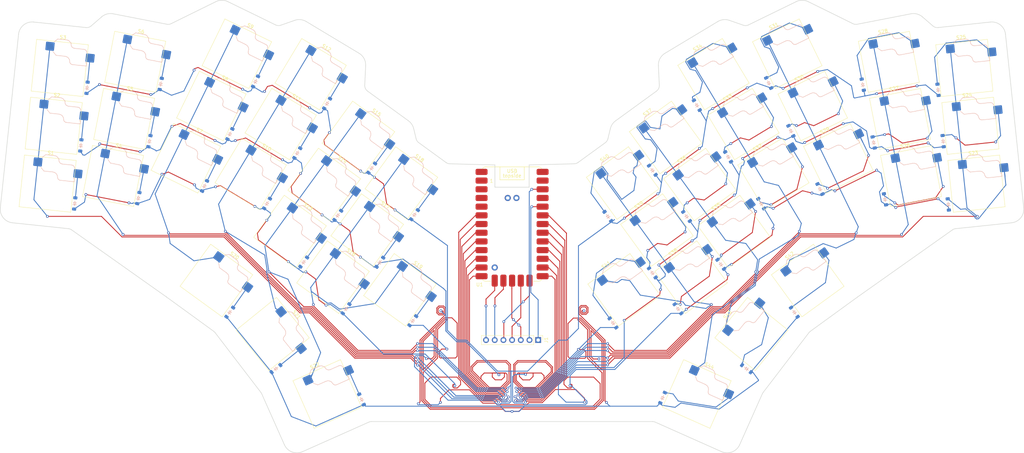
<source format=kicad_pcb>
(kicad_pcb (version 20240108) (generator "pcbnew") (generator_version "8.0")
  (title_block (title "ykb") (rev "v1.0.0") (company "Unknown"))
  (layers (0 "F.Cu" signal) (31 "B.Cu" signal) (34 "B.Paste" user) (35 "F.Paste" user) (36 "B.SilkS" user "B.Silkscreen") (37 "F.SilkS" user "F.Silkscreen") (38 "B.Mask" user) (39 "F.Mask" user) (44 "Edge.Cuts" user))
  (net 0 "")
  (net 1 "Net-(D1-A)")
  (net 2 "Net-(D2-A)")
  (net 3 "row 1")
  (net 4 "Net-(D3-A)")
  (net 5 "row 0")
  (net 6 "Net-(D4-A)")
  (net 7 "Net-(D5-A)")
  (net 8 "Net-(D6-A)")
  (net 9 "Net-(D7-A)")
  (net 10 "Net-(D8-A)")
  (net 11 "Net-(D9-A)")
  (net 12 "Net-(D10-A)")
  (net 13 "Net-(D11-A)")
  (net 14 "Net-(D12-A)")
  (net 15 "Net-(D13-A)")
  (net 16 "Net-(D14-A)")
  (net 17 "Net-(D15-A)")
  (net 18 "Net-(D16-A)")
  (net 19 "Net-(D17-A)")
  (net 20 "Net-(D18-A)")
  (net 21 "Net-(D19-A)")
  (net 22 "row 3")
  (net 23 "Net-(D20-A)")
  (net 24 "Net-(D21-A)")
  (net 25 "Net-(D22-A)")
  (net 26 "Net-(D23-A)")
  (net 27 "row 2")
  (net 28 "Net-(D24-A)")
  (net 29 "Net-(D25-A)")
  (net 30 "Net-(D26-A)")
  (net 31 "Net-(D27-A)")
  (net 32 "Net-(D28-A)")
  (net 33 "Net-(D29-A)")
  (net 34 "Net-(D30-A)")
  (net 35 "Net-(D31-A)")
  (net 36 "Net-(D32-A)")
  (net 37 "Net-(D33-A)")
  (net 38 "Net-(D34-A)")
  (net 39 "Net-(D35-A)")
  (net 40 "Net-(D36-A)")
  (net 41 "Net-(D37-A)")
  (net 42 "Net-(D38-A)")
  (net 43 "Net-(D39-A)")
  (net 44 "Net-(D40-A)")
  (net 45 "Net-(D41-A)")
  (net 46 "Net-(D42-A)")
  (net 47 "Net-(D43-A)")
  (net 48 "Net-(D44-A)")
  (net 49 "col 0")
  (net 50 "col 1")
  (net 51 "col 2")
  (net 52 "col 3")
  (net 53 "col 4")
  (net 54 "col 5")
  (net 55 "col 11")
  (net 56 "col 10")
  (net 57 "col 9")
  (net 58 "col 8")
  (net 59 "col 7")
  (net 60 "col 6")
  (net 62 "rst")
  (net 66 "gnd")
  (net 69 "3v3")
  (net 73 "DDC")
  (net 74 "DCS")
  (net 75 "DRST")
  (net 76 "DSDA")
  (net 78 "DSCL")
  (footprint "ScottoKeebs_Hotswap:Hotswap_Choc_V1V2_1.00u" (layer "F.Cu") (at 304.459188 135.450082 31)
    (property "Reference" "S33")
    (property "Value" "Keyswitch")
  )
  (footprint "ScottoKeebs_Hotswap:Hotswap_Choc_V1V2_1.00u" (layer "F.Cu") (at 281.742464 139.360866 36)
    (property "Reference" "S37")
    (property "Value" "Keyswitch")
  )
  (footprint "ScottoKeebs_Hotswap:Hotswap_Choc_V1V2_1.00u" (layer "F.Cu") (at 291.73481 153.11415 36)
    (property "Reference" "S36")
    (property "Value" "Keyswitch")
  )
  (footprint "ScottoKeebs_Hotswap:Hotswap_Choc_V1V2_1.00u" (layer "F.Cu") (at 301.727156 166.867444 36)
    (property "Reference" "S35")
    (property "Value" "Keyswitch")
  )
  (footprint "ScottoKeebs_Hotswap:Hotswap_Choc_V1V2_1.00u" (layer "F.Cu") (at 148.945174 130.172105 -26)
    (property "Reference" "S8")
    (property "Value" "Keyswitch")
  )
  (footprint "ScottoKeebs_Hotswap:Hotswap_Choc_V1V2_1.00u" (layer "F.Cu") (at 104.650637 119.046282 -6)
    (property "Reference" "S3")
    (property "Value" "Keyswitch")
  )
  (footprint "ScottoKeebs_Hotswap:Hotswap_Choc_V1V2_1.00u" (layer "F.Cu") (at 102.873651 135.953146 -6)
    (property "Reference" "S2")
    (property "Value" "Keyswitch")
  )
  (footprint "ScottoKeebs_Hotswap:Hotswap_Choc_V1V2_1.00u" (layer "F.Cu") (at 160.454237 150.021932 -31)
    (property "Reference" "S10")
    (property "Value" "Keyswitch")
  )
  (footprint "ScottoKeebs_Hotswap:Hotswap_Choc_V1V2_1.00u" (layer "F.Cu") (at 150.421653 181.175802 -36)
    (property "Reference" "S20")
    (property "Value" "Keyswitch")
  )
  (footprint "ScottoKeebs_Hotswap:Hotswap_Choc_V1V2_1.00u" (layer "F.Cu") (at 346.962739 117.25555 11)
    (property "Reference" "S28")
    (property "Value" "Keyswitch")
  )
  (footprint "ScottoKeebs_Hotswap:Hotswap_Choc_V1V2_1.00u" (layer "F.Cu") (at 141.492864 145.451605 -26)
    (property "Reference" "S7")
    (property "Value" "Keyswitch")
  )
  (footprint "PCM_marbastlib-xp-promicroish:Helios_AC" (layer "F.Cu") (at 236.845003 165.940004)
    (property "Reference" "U1")
    (property "Value" "Helios")
  )
  (footprint "ScottoKeebs_Hotswap:Hotswap_Choc_V1V2_1.00u" (layer "F.Cu") (at 295.703536 120.878246 31)
    (property "Reference" "S34")
    (property "Value" "Keyswitch")
  )
  (footprint "ScottoKeebs_Hotswap:Hotswap_Choc_V1V2_1.00u" (layer "F.Cu") (at 289.16333 180.198233 36)
    (property "Reference" "S38")
    (property "Value" "Keyswitch")
  )
  (footprint "ScottoKeebs_Hotswap:Hotswap_Choc_V1V2_1.00u" (layer "F.Cu") (at 101.096658 152.860024 -6)
    (property "Reference" "S1")
    (property "Value" "Keyswitch")
  )
  (footprint "ScottoKeebs_Hotswap:Hotswap_Choc_V1V2_1.00u" (layer "F.Cu") (at 204.064229 183.901723 -36)
    (property "Reference" "S19")
    (property "Value" "Keyswitch")
  )
  (footprint "ScottoKeebs_Hotswap:Hotswap_Choc_V1V2_1.00u" (layer "F.Cu") (at 204.490444 152.691655 -36)
    (property "Reference" "S18")
    (property "Value" "Keyswitch")
  )
  (footprint "ScottoKeebs_Hotswap:Hotswap_Choc_V1V2_1.00u" (layer "F.Cu") (at 369.018438 119.046284 6)
    (property "Reference" "S25")
    (property "Value" "Keyswitch")
  )
  (footprint "ScottoKeebs_Hotswap:Hotswap_Choc_V1V2_1.00u" (layer "F.Cu") (at 120.218823 150.630874 -11)
    (property "Reference" "S4")
    (property "Value" "Keyswitch")
  )
  (footprint "ScottoKeebs_Hotswap:Hotswap_Choc_V1V2_1.00u" (layer "F.Cu") (at 306.793187 196.807802 51)
    (property "Reference" "S43")
    (property "Value" "Keyswitch")
  )
  (footprint "ScottoKeebs_Hotswap:Hotswap_Choc_V1V2_1.00u" (layer "F.Cu") (at 194.498097 166.444949 -36)
    (property "Reference" "S17")
    (property "Value" "Keyswitch")
  )
  (footprint "ScottoKeebs_Hotswap:Hotswap_Choc_V1V2_1.00u" (layer "F.Cu") (at 126.706322 117.255547 -11)
    (property "Reference" "S6")
    (property "Value" "Keyswitch")
  )
  (footprint "ScottoKeebs_Hotswap:Hotswap_Choc_V1V2_1.00u" (layer "F.Cu") (at 353.450242 150.630876 11)
    (property "Reference" "S26")
    (property "Value" "Keyswitch")
  )
  (footprint "ScottoKeebs_Hotswap:Hotswap_Choc_V1V2_1.00u" (layer "F.Cu") (at 332.176209 145.451607 26)
    (property "Reference" "S29")
    (property "Value" "Keyswitch")
  )
  (footprint "ScottoKeebs_Hotswap:Hotswap_Choc_V1V2_1.00u" (layer "F.Cu") (at 313.214828 150.021922 31)
    (property "Reference" "S32")
    (property "Value" "Keyswitch")
  )
  (footprint "Connector_PinHeader_2.54mm:PinHeader_1x07_P2.54mm_Vertical" (layer "F.Cu") (at 244.470002 198.57773 -90)
    (property "Reference" "J1")
    (property "Value" "Conn_01x07_Socket")
  )
  (footprint "ScottoKeebs_Hotswap:Hotswap_Choc_V1V2_1.00u" (layer "F.Cu") (at 269.604838 183.901723 36)
    (property "Reference" "S41")
    (property "Value" "Keyswitch")
  )
  (footprint "ScottoKeebs_Hotswap:Hotswap_Choc_V1V2_1.00u" (layer "F.Cu") (at 317.271581 114.892606 26)
    (property "Reference" "S31")
    (property "Value" "Keyswitch")
  )
  (footprint "ScottoKeebs_Hotswap:Hotswap_Choc_V1V2_1.00u" (layer "F.Cu") (at 181.934266 153.114156 -36)
    (property "Reference" "S14")
    (property "Value" "Keyswitch")
  )
  (footprint "ScottoKeebs_Hotswap:Hotswap_Choc_V1V2_1.00u" (layer "F.Cu") (at 191.926612 139.360866 -36)
    (property "Reference" "S15")
    (property "Value" "Keyswitch")
  )
  (footprint "ScottoKeebs_Hotswap:Hotswap_Choc_V1V2_1.00u" (layer "F.Cu") (at 279.170969 166.444942 36)
    (property "Reference" "S39")
    (property "Value" "Keyswitch")
  )
  (footprint "ScottoKeebs_Hotswap:Hotswap_Choc_V1V2_1.00u" (layer "F.Cu") (at 169.209885 135.450081 -31)
    (property "Reference" "S11")
    (property "Value" "Keyswitch")
  )
  (footprint "ScottoKeebs_Hotswap:Hotswap_Choc_V1V2_1.00u" (layer "F.Cu") (at 372.572412 152.860024 6)
    (property "Reference" "S23")
    (property "Value" "Keyswitch")
  )
  (footprint "ScottoKeebs_Hotswap:Hotswap_Choc_V1V2_1.00u" (layer "F.Cu") (at 350.206498 133.943204 11)
    (property "Reference" "S27")
    (property "Value" "Keyswitch")
  )
  (footprint "ScottoKeebs_Hotswap:Hotswap_Choc_V1V2_1.00u" (layer "F.Cu") (at 171.94192 166.867445 -36)
    (property "Reference" "S13")
    (property "Value" "Keyswitch")
  )
  (footprint "ScottoKeebs_Hotswap:Hotswap_Choc_V1V2_1.00u" (layer "F.Cu") (at 156.397487 114.8926 -26)
    (property "Reference" "S9")
    (property "Value" "Keyswitch")
  )
  (footprint "ScottoKeebs_Hotswap:Hotswap_Choc_V1V2_1.00u" (layer "F.Cu") (at 184.505741 180.198232 -36)
    (property "Reference" "S16")
    (property "Value" "Keyswitch")
  )
  (footprint "ScottoKeebs_Hotswap:Hotswap_Choc_V1V2_1.00u" (layer "F.Cu") (at 166.875877 196.807805 -51)
    (property "Reference" "S21")
    (property "Value" "Keyswitch")
  )
  (footprint "ScottoKeebs_Hotswap:Hotswap_Choc_V1V2_1.00u" (layer "F.Cu") (at 324.723898 130.172105 26)
    (property "Reference" "S30")
    (property "Value" "Keyswitch")
  )
  (footprint "ScottoKeebs_Hotswap:Hotswap_Choc_V1V2_1.00u" (layer "F.Cu") (at 177.965532 120.878242 -31)
    (property "Reference" "S12")
    (property "Value" "Keyswitch")
  )
  (footprint "ScottoKeebs_Hotswap:Hotswap_Choc_V1V2_1.00u" (layer "F.Cu") (at 290.83454 214.335497 -24)
    (property "Reference" "S44")
    (property "Value" "Keyswitch")
  )
  (footprint "ScottoKeebs_Hotswap:Hotswap_Choc_V1V2_1.00u" (layer "F.Cu") (at 370.795424 135.953155 6)
    (property "Reference" "S24")
    (property "Value" "Keyswitch")
  )
  (footprint "ScottoKeebs_Hotswap:Hotswap_Choc_V1V2_1.00u" (layer "F.Cu") (at 182.834538 214.335501 24)
    (property "Reference" "S22")
    (property "Value" "Keyswitch")
  )
  (footprint "ScottoKeebs_Hotswap:Hotswap_Choc_V1V2_1.00u" (layer "F.Cu") (at 323.247422 181.175801 36)
    (property "Reference" "S42")
    (property "Value" "Keyswitch")
  )
  (footprint "ScottoKeebs_Hotswap:Hotswap_Choc_V1V2_1.00u" (layer "F.Cu") (at 269.178627 152.691649 36)
    (property "Reference" "S40")
    (property "Value" "Keyswitch")
  )
  (footprint "ScottoKeebs_Hotswap:Hotswap_Choc_V1V2_1.00u" (layer "F.Cu") (at 123.462582 133.943208 -11)
    (property "Reference" "S5")
    (property "Value" "Keyswitch")
  )
  (footprint "ScottoKeebs_Components:Diode_SOD-123" (layer "B.Cu") (at 188.32289 189.431548 54)
    (property "Reference" "D16" (hide yes))
    (property "Value" "Diode")
  )
  (footprint "ScottoKeebs_Components:Diode_SOD-123" (layer "B.Cu") (at 305.334524 206.940008 141)
    (property "Reference" "D43" (hide yes))
    (property "Value" "Diode")
  )
  (footprint "ScottoKeebs_Components:Diode_SOD-123" (layer "B.Cu") (at 266.332036 193.582122 126)
    (property "Reference" "D41" (hide yes))
    (property "Value" "Diode")
  )
  (footprint "ScottoKeebs_Components:Diode_SOD-123" (layer "B.Cu") (at 174.070334 143.925143 59)
    (property "Reference" "D11" (hide yes))
    (property "Value" "Diode")
  )
  (footprint "ScottoKeebs_Components:Diode_SOD-123" (layer "B.Cu") (at 345.834541 157.440001 101)
    (property "Reference" "D26" (hide yes))
    (property "Value" "Diode")
  )
  (footprint "ScottoKeebs_Components:Diode_SOD-123" (layer "B.Cu") (at 198.197443 175.8404 54)
    (property "Reference" "D17" (hide yes))
    (property "Value" "Diode")
  )
  (footprint "ScottoKeebs_Components:Diode_SOD-123" (layer "B.Cu") (at 112.622284 124.844705 84)
    (property "Reference" "D3" (hide yes))
    (property "Value" "Diode")
  )
  (footprint "ScottoKeebs_Components:Diode_SOD-123" (layer "B.Cu") (at 297.834528 176.440014 126)
    (property "Reference" "D35" (hide yes))
    (property "Value" "Diode")
  )
  (footprint "ScottoKeebs_Components:Diode_SOD-123" (layer "B.Cu") (at 161.864723 122.993234 64)
    (property "Reference" "D9" (hide yes))
    (property "Value" "Diode")
  )
  (footprint "ScottoKeebs_Components:Diode_SOD-123" (layer "B.Cu") (at 134.14896 123.720667 79)
    (property "Reference" "D6" (hide yes))
    (property "Value" "Diode")
  )
  (footprint "ScottoKeebs_Components:Diode_SOD-123" (layer "B.Cu") (at 287.834543 162.440004 126)
    (property "Reference" "D36" (hide yes))
    (property "Value" "Diode")
  )
  (footprint "ScottoKeebs_Components:Diode_SOD-123" (layer "B.Cu") (at 361.334545 125.440002 96)
    (property "Reference" "D25" (hide yes))
    (property "Value" "Diode")
  )
  (footprint "ScottoKeebs_Components:Diode_SOD-123" (layer "B.Cu") (at 319.334527 190.440005 126)
    (property "Reference" "D42" (hide yes))
    (property "Value" "Diode")
  )
  (footprint "ScottoKeebs_Components:Diode_SOD-123" (layer "B.Cu") (at 208.334538 161.940013 54)
    (property "Reference" "D18" (hide yes))
    (property "Value" "Diode")
  )
  (footprint "ScottoKeebs_Components:Diode_SOD-123" (layer "B.Cu") (at 280.834528 215.440007 66)
    (property "Reference" "D44" (hide yes))
    (property "Value" "Diode")
  )
  (footprint "ScottoKeebs_Components:Diode_SOD-123" (layer "B.Cu") (at 339.33453 123.940008 101)
    (property "Reference" "D28" (hide yes))
    (property "Value" "Diode")
  )
  (footprint "ScottoKeebs_Components:Diode_SOD-123" (layer "B.Cu") (at 182.774482 129.439012 59)
    (property "Reference" "D12" (hide yes))
    (property "Value" "Diode")
  )
  (footprint "ScottoKeebs_Components:Diode_SOD-123" (layer "B.Cu") (at 264.834534 162.440004 126)
    (property "Reference" "D40" (hide yes))
    (property "Value" "Diode")
  )
  (footprint "ScottoKeebs_Components:Diode_SOD-123" (layer "B.Cu") (at 175.948176 175.783606 54)
    (property "Reference" "D13" (hide yes))
    (property "Value" "Diode")
  )
  (footprint "ScottoKeebs_Components:Diode_SOD-123" (layer "B.Cu") (at 362.834541 140.440009 96)
    (property "Reference" "D24" (hide yes))
    (property "Value" "Diode")
  )
  (footprint "ScottoKeebs_Components:Diode_SOD-123" (layer "B.Cu") (at 165.211674 158.66842 59)
    (property "Reference" "D10" (hide yes))
    (property "Value" "Diode")
  )
  (footprint "ScottoKeebs_Components:Diode_SOD-123" (layer "B.Cu") (at 277.834533 148.939999 126)
    (property "Reference" "D37" (hide yes))
    (property "Value" "Diode")
  )
  (footprint "ScottoKeebs_Components:Diode_SOD-123" (layer "B.Cu") (at 130.846583 140.44787 79)
    (property "Reference" "D5" (hide yes))
    (property "Value" "Diode")
  )
  (footprint "ScottoKeebs_Components:Diode_SOD-123" (layer "B.Cu") (at 342.519699 140.820324 101)
    (property "Reference" "D27" (hide yes))
    (property "Value" "Diode")
  )
  (footprint "ScottoKeebs_Components:Diode_SOD-123" (layer "B.Cu") (at 318.334534 137.440004 116)
    (property "Reference" "D30" (hide yes))
    (property "Value" "Diode")
  )
  (footprint "ScottoKeebs_Components:Diode_SOD-123" (layer "B.Cu") (at 195.820224 148.318782 54)
    (property "Reference" "D15" (hide yes))
    (property "Value" "Diode")
  )
  (footprint "ScottoKeebs_Components:Diode_SOD-123" (layer "B.Cu") (at 290.834536 129.940008 121)
    (property "Reference" "D34" (hide yes))
    (property "Value" "Diode")
  )
  (footprint "ScottoKeebs_Components:Diode_SOD-123" (layer "B.Cu") (at 285.334542 189.440004 126)
    (property "Reference" "D38" (hide yes))
    (property "Value" "Diode")
  )
  (footprint "ScottoKeebs_Components:Diode_SOD-123" (layer "B.Cu") (at 299.984719 145.025678 121)
    (property "Reference" "D33" (hide yes))
    (property "Value" "Diode")
  )
  (footprint "ScottoKeebs_Components:Diode_SOD-123" (layer "B.Cu") (at 109.018585 158.653226 84)
    (property "Reference" "D1" (hide yes))
    (property "Value" "Diode")
  )
  (footprint "ScottoKeebs_Components:Diode_SOD-123" (layer "B.Cu") (at 207.834531 192.940001 54)
    (property "Reference" "D19" (hide yes))
    (property "Value" "Diode")
  )
  (footprint "ScottoKeebs_Components:Diode_SOD-123" (layer "B.Cu") (at 127.612371 157.08645 79)
    (property "Reference" "D4" (hide yes))
    (property "Value" "Diode")
  )
  (footprint "ScottoKeebs_Components:Diode_SOD-123" (layer "B.Cu") (at 167.834542 206.940012 39)
    (property "Reference" "D21" (hide yes))
    (property "Value" "Diode")
  )
  (footprint "ScottoKeebs_Components:Diode_SOD-123" (layer "B.Cu") (at 154.334531 190.440004 54)
    (property "Reference" "D20" (hide yes))
    (property "Value" "Diode")
  )
  (footprint "ScottoKeebs_Components:Diode_SOD-123" (layer "B.Cu") (at 192.834536 215.940009 114)
    (property "Reference" "D22" (hide yes))
    (property "Value" "Diode")
  )
  (footprint "ScottoKeebs_Components:Diode_SOD-123" (layer "B.Cu") (at 309.645803 158.699806 121)
    (property "Reference" "D32" (hide yes))
    (property "Value" "Diode")
  )
  (footprint "ScottoKeebs_Components:Diode_SOD-123" (layer "B.Cu") (at 326.834534 154.440006 116)
    (property "Reference" "D29" (hide yes))
    (property "Value" "Diode")
  )
  (footprint "ScottoKeebs_Components:Diode_SOD-123" (layer "B.Cu") (at 364.334534 158.940003 96)
    (property "Reference" "D23" (hide yes))
    (property "Value" "Diode")
  )
  (footprint "ScottoKeebs_Components:Diode_SOD-123" (layer "B.Cu") (at 110.800801 141.696627 84)
    (property "Reference" "D2" (hide yes))
    (property "Value" "Diode")
  )
  (footprint "ScottoKeebs_Components:Diode_SOD-123" (layer "B.Cu") (at 277.834537 178.940004 126)
    (property "Reference" "D39" (hide yes))
    (property "Value" "Diode")
  )
  (footprint "ScottoKeebs_Components:Diode_SOD-123" (layer "B.Cu") (at 311.834536 123.440007 116)
    (property "Reference" "D31" (hide yes))
    (property "Value" "Diode")
  )
  (footprint "ScottoKeebs_Components:Diode_SOD-123" (layer "B.Cu") (at 185.90878 162.130852 54)
    (property "Reference" "D14" (hide yes))
    (property "Value" "Diode")
  )
  (footprint "ScottoKeebs_Components:Diode_SOD-123" (layer "B.Cu") (at 154.368576 138.362614 64)
    (property "Reference" "D8" (hide yes))
    (property "Value" "Diode")
  )
  (footprint "ScottoKeebs_Components:Diode_SOD-123" (layer "B.Cu") (at 146.960108 153.552233 64)
    (property "Reference" "D7" (hide yes))
    (property "Value" "Diode")
  )
  (gr_arc (start 175.578228 231.202737) (mid 172.517818 231.282862) (end 170.297087 229.175512) (stroke (width 0.15)) (layer "Edge.Cuts"))
  (gr_arc (start 92.602678 109.190962) (mid 94.063491 106.500495) (end 96.998881 105.630987) (stroke (width 0.15)) (layer "Edge.Cuts"))
  (gr_line (start 337.858153 185.962947) (end 365.533354 166.381828) (stroke (width 0.15)) (layer "Edge.Cuts"))
  (gr_arc (start 277.872365 222.396988) (mid 278.288185 222.440711) (end 278.685842 222.569893) (stroke (width 0.15)) (layer "Edge.Cuts"))
  (gr_arc (start 264.852538 139.746788) (mid 264.570534 140.388407) (end 264.084484 140.893339) (stroke (width 0.15)) (layer "Edge.Cuts"))
  (gr_arc (start 173.302098 105.137723) (mid 175.030458 104.934959) (end 176.681355 105.485295) (stroke (width 0.15)) (layer "Edge.Cuts"))
  (gr_line (start 231.826872 147.396989) (end 218.70963 147.062062) (stroke (width 0.15)) (layer "Edge.Cuts"))
  (gr_line (start 173.302103 105.137708) (end 169.247075 106.554202) (stroke (width 0.15)) (layer "Edge.Cuts"))
  (gr_arc (start 137.200645 106.105141) (mid 136.581975 106.293183) (end 135.935641 106.274065) (stroke (width 0.15)) (layer "Edge.Cuts"))
  (gr_line (start 376.654879 105.630989) (end 361.343813 107.240244) (stroke (width 0.15)) (layer "Edge.Cuts"))
  (gr_arc (start 192.11036 114.755979) (mid 193.576392 116.296216) (end 194.045895 118.370132) (stroke (width 0.15)) (layer "Edge.Cuts"))
  (gr_line (start 90.831698 164.307782) (end 107.174285 166.025458) (stroke (width 0.15)) (layer "Edge.Cuts"))
  (gr_line (start 116.865301 104.129448) (end 113.829303 106.762192) (stroke (width 0.15)) (layer "Edge.Cuts"))
  (gr_arc (start 218.70963 147.062062) (mid 218.091611 146.964142) (end 217.534064 146.680094) (stroke (width 0.15)) (layer "Edge.Cuts"))
  (gr_arc (start 113.829306 106.762193) (mid 113.119268 107.159016) (end 112.309937 107.240246) (stroke (width 0.15)) (layer "Edge.Cuts"))
  (gr_line (start 319.873425 99.669322) (end 305.942962 106.463663) (stroke (width 0.15)) (layer "Edge.Cuts"))
  (gr_arc (start 279.874098 124.105521) (mid 279.678852 125.064686) (end 279.051809 125.816303) (stroke (width 0.15)) (layer "Edge.Cuts"))
  (gr_line (start 241.826871 147.396993) (end 241.82688 153.896989) (stroke (width 0.15)) (layer "Edge.Cuts"))
  (gr_arc (start 365.533354 166.381828) (mid 365.983526 166.142887) (end 366.479467 166.025448) (stroke (width 0.15)) (layer "Edge.Cuts"))
  (gr_line (start 175.578217 231.202743) (end 194.967924 222.569903) (stroke (width 0.15)) (layer "Edge.Cuts"))
  (gr_arc (start 353.404615 103.224905) (mid 355.200817 103.287072) (end 356.788464 104.129439) (stroke (width 0.15)) (layer "Edge.Cuts"))
  (gr_arc (start 279.607855 118.370126) (mid 280.077398 116.296227) (end 281.543396 114.755983) (stroke (width 0.15)) (layer "Edge.Cuts"))
  (gr_arc (start 309.983414 214.291592) (mid 310.091261 214.083228) (end 310.222746 213.888913) (stroke (width 0.15)) (layer "Edge.Cuts"))
  (gr_arc (start 194.601941 125.816291) (mid 193.974962 125.064657) (end 193.779668 124.105526) (stroke (width 0.15)) (layer "Edge.Cuts"))
  (gr_line (start 303.356664 229.175516) (end 309.983414 214.291592) (stroke (width 0.15)) (layer "Edge.Cuts"))
  (gr_arc (start 150.260086 99.675817) (mid 152.019449 99.264465) (end 153.780323 99.669326) (stroke (width 0.15)) (layer "Edge.Cuts"))
  (gr_arc (start 337.718108 106.274054) (mid 337.071779 106.2932) (end 336.453113 106.105146) (stroke (width 0.15)) (layer "Edge.Cuts"))
  (gr_line (start 304.406688 106.554201) (end 300.351655 105.137716) (stroke (width 0.15)) (layer "Edge.Cuts"))
  (gr_arc (start 376.654879 105.630989) (mid 379.590286 106.500485) (end 381.051079 109.190956) (stroke (width 0.15)) (layer "Edge.Cuts"))
  (gr_line (start 366.479467 166.025448) (end 382.822056 164.307788) (stroke (width 0.15)) (layer "Edge.Cuts"))
  (gr_line (start 231.826878 153.896991) (end 231.826872 147.396989) (stroke (width 0.15)) (layer "Edge.Cuts"))
  (gr_line (start 150.054076 196.424553) (end 163.431017 213.888916) (stroke (width 0.15)) (layer "Edge.Cuts"))
  (gr_arc (start 149.641886 196.022672) (mid 149.862509 196.208712) (end 150.054076 196.424553) (stroke (width 0.15)) (layer "Edge.Cuts"))
  (gr_line (start 92.602673 109.190964) (end 87.271731 159.911574) (stroke (width 0.15)) (layer "Edge.Cuts"))
  (gr_line (start 386.382032 159.911575) (end 381.051079 109.190956) (stroke (width 0.15)) (layer "Edge.Cuts"))
  (gr_arc (start 303.356664 229.175516) (mid 301.135957 231.282898) (end 298.075531 231.202753) (stroke (width 0.15)) (layer "Edge.Cuts"))
  (gr_arc (start 209.569275 140.893347) (mid 209.08319 140.388434) (end 208.801216 139.746794) (stroke (width 0.15)) (layer "Edge.Cuts"))
  (gr_line (start 241.82688 153.896989) (end 231.826878 153.896991) (stroke (width 0.15)) (layer "Edge.Cuts"))
  (gr_line (start 112.309937 107.240246) (end 96.998881 105.630987) (stroke (width 0.15)) (layer "Edge.Cuts"))
  (gr_line (start 336.453113 106.105146) (end 323.393665 99.675826) (stroke (width 0.15)) (layer "Edge.Cuts"))
  (gr_arc (start 135.795594 185.962944) (mid 135.805822 185.970229) (end 135.816006 185.977576) (stroke (width 0.15)) (layer "Edge.Cuts"))
  (gr_line (start 193.779668 124.105526) (end 194.04586 118.371021) (stroke (width 0.15)) (layer "Edge.Cuts"))
  (gr_arc (start 265.570217 136.788299) (mid 266.134193 135.505032) (end 267.106335 134.495198) (stroke (width 0.15)) (layer "Edge.Cuts"))
  (gr_arc (start 107.174285 166.025458) (mid 107.670212 166.142902) (end 108.120384 166.381819) (stroke (width 0.15)) (layer "Edge.Cuts"))
  (gr_arc (start 90.831698 164.307782) (mid 88.141161 162.847003) (end 87.271731 159.911574) (stroke (width 0.15)) (layer "Edge.Cuts"))
  (gr_arc (start 256.1197 146.680088) (mid 255.562163 146.964183) (end 254.944122 147.062062) (stroke (width 0.15)) (layer "Edge.Cuts"))
  (gr_line (start 278.685842 222.569893) (end 298.075531 231.202753) (stroke (width 0.15)) (layer "Edge.Cuts"))
  (gr_arc (start 323.59968 196.424548) (mid 323.791247 196.208713) (end 324.011861 196.022667) (stroke (width 0.15)) (layer "Edge.Cuts"))
  (gr_arc (start 337.837742 185.977578) (mid 337.847923 185.970228) (end 337.858153 185.962947) (stroke (width 0.15)) (layer "Edge.Cuts"))
  (gr_arc (start 163.431017 213.888916) (mid 163.562512 214.083221) (end 163.670342 214.291591) (stroke (width 0.15)) (layer "Edge.Cuts"))
  (gr_line (start 310.222746 213.888913) (end 323.59968 196.424548) (stroke (width 0.15)) (layer "Edge.Cuts"))
  (gr_line (start 279.051809 125.816303) (end 267.106335 134.495198) (stroke (width 0.15)) (layer "Edge.Cuts"))
  (gr_line (start 135.935641 106.274065) (end 120.249141 103.224904) (stroke (width 0.15)) (layer "Edge.Cuts"))
  (gr_line (start 324.011861 196.022667) (end 337.837742 185.977578) (stroke (width 0.15)) (layer "Edge.Cuts"))
  (gr_line (start 167.71079 106.463667) (end 153.780323 99.669326) (stroke (width 0.15)) (layer "Edge.Cuts"))
  (gr_line (start 192.11036 114.755979) (end 176.681355 105.485295) (stroke (width 0.15)) (layer "Edge.Cuts"))
  (gr_arc (start 296.97241 105.485292) (mid 298.623303 104.934915) (end 300.351655 105.137716) (stroke (width 0.15)) (layer "Edge.Cuts"))
  (gr_arc (start 194.967907 222.569902) (mid 195.365564 222.440705) (end 195.78139 222.396994) (stroke (width 0.15)) (layer "Edge.Cuts"))
  (gr_line (start 163.670342 214.291591) (end 170.297087 229.175512) (stroke (width 0.15)) (layer "Edge.Cuts"))
  (gr_line (start 254.944122 147.062062) (end 241.826871 147.396993) (stroke (width 0.15)) (layer "Edge.Cuts"))
  (gr_line (start 217.534064 146.680094) (end 209.569275 140.893347) (stroke (width 0.15)) (layer "Edge.Cuts"))
  (gr_line (start 265.570217 136.788299) (end 264.852543 139.746795) (stroke (width 0.15)) (layer "Edge.Cuts"))
  (gr_line (start 108.120384 166.381819) (end 135.795594 185.962944) (stroke (width 0.15)) (layer "Edge.Cuts"))
  (gr_arc (start 169.24707 106.554192) (mid 168.469873 106.662629) (end 167.71079 106.463667) (stroke (width 0.15)) (layer "Edge.Cuts"))
  (gr_line (start 279.607894 118.371024) (end 279.874098 124.105521) (stroke (width 0.15)) (layer "Edge.Cuts"))
  (gr_line (start 195.78139 222.396994) (end 277.872365 222.396988) (stroke (width 0.15)) (layer "Edge.Cuts"))
  (gr_arc (start 305.942973 106.463666) (mid 305.183886 106.662618) (end 304.406688 106.554201) (stroke (width 0.15)) (layer "Edge.Cuts"))
  (gr_line (start 135.816006 185.977576) (end 149.64189 196.022668) (stroke (width 0.15)) (layer "Edge.Cuts"))
  (gr_line (start 264.084484 140.893339) (end 256.119696 146.680092) (stroke (width 0.15)) (layer "Edge.Cuts"))
  (gr_line (start 359.824449 106.76219) (end 356.788464 104.129439) (stroke (width 0.15)) (layer "Edge.Cuts"))
  (gr_line (start 150.260086 99.675817) (end 137.200645 106.105141) (stroke (width 0.15)) (layer "Edge.Cuts"))
  (gr_arc (start 386.382032 159.911575) (mid 385.512532 162.846967) (end 382.822056 164.307788) (stroke (width 0.15)) (layer "Edge.Cuts"))
  (gr_arc (start 319.873425 99.669322) (mid 321.634298 99.264519) (end 323.393665 99.675826) (stroke (width 0.15)) (layer "Edge.Cuts"))
  (gr_line (start 353.404614 103.22491) (end 337.718107 106.274049) (stroke (width 0.15)) (layer "Edge.Cuts"))
  (gr_arc (start 361.343811 107.240244) (mid 360.534493 107.15898) (end 359.824449 106.76219) (stroke (width 0.15)) (layer "Edge.Cuts"))
  (gr_line (start 296.972407 105.485291) (end 281.543396 114.755983) (stroke (width 0.15)) (layer "Edge.Cuts"))
  (gr_arc (start 116.865301 104.129448) (mid 118.452951 103.28709) (end 120.249141 103.224904) (stroke (width 0.15)) (layer "Edge.Cuts"))
  (gr_line (start 206.547424 134.495205) (end 194.601943 125.816301) (stroke (width 0.15)) (layer "Edge.Cuts"))
  (gr_arc (start 206.547424 134.495205) (mid 207.519543 135.505055) (end 208.083548 136.788293) (stroke (width 0.15)) (layer "Edge.Cuts"))
  (gr_line (start 208.801216 139.746794) (end 208.083548 136.788293) (stroke (width 0.15)) (layer "Edge.Cuts"))
  (segment (start 109.208552 156.9981) (end 109.191062 157.012264) (width 0.25) (layer "B.Cu") (net 1))
  (segment (start 109.947313 149.969333) (end 109.208552 156.9981) (width 0.25) (layer "B.Cu") (net 1))
  (segment (start 110.99077 140.041499) (end 110.973266 140.055663) (width 0.25) (layer "B.Cu") (net 2))
  (segment (start 111.724287 133.062457) (end 110.99077 140.041499) (width 0.25) (layer "B.Cu") (net 2))
  (segment (start 217.024999 189.420004) (end 217.025 190.820005) (width 0.25) (layer "F.Cu") (net 3))
  (segment (start 269.625001 192.820002) (end 279.992567 185.287526) (width 0.25) (layer "F.Cu") (net 3))
  (segment (start 215.895005 215.640008) (end 218.418016 213.116992) (width 0.25) (layer "F.Cu") (net 3))
  (segment (start 231.897217 210.19199) (end 233.756404 210.191989) (width 0.25) (layer "F.Cu") (net 3))
  (segment (start 215.224999 189.420002) (end 215.625 189.020004) (width 0.25) (layer "F.Cu") (net 3))
  (segment (start 214.824999 190.620003) (end 214.824999 189.220004) (width 0.25) (layer "F.Cu") (net 3))
  (segment (start 209.949998 199.318986) (end 209.949999 216.666993) (width 0.25) (layer "F.Cu") (net 3))
  (segment (start 232.435007 217.466987) (end 241.155 217.466989) (width 0.25) (layer "F.Cu") (net 3))
  (segment (start 233.935004 213.276991) (end 236.394999 210.816994) (width 0.25) (layer "F.Cu") (net 3))
  (segment (start 301.759321 156.308143) (end 301.773571 156.21816) (width 0.25) (layer "F.Cu") (net 3))
  (segment (start 232.995007 208.646988) (end 233.425002 208.216994) (width 0.25) (layer "F.Cu") (net 3))
  (segment (start 236.395006 205.735191) (end 235.226806 204.566994) (width 0.25) (layer "F.Cu") (net 3))
  (segment (start 216.625 190.620003) (end 216.424998 190.820004) (width 0.25) (layer "F.Cu") (net 3))
  (segment (start 231.058606 209.353377) (end 231.897217 210.19199) (width 0.25) (layer "F.Cu") (net 3))
  (segment (start 227.92501 179.910016) (end 227.918022 179.91699) (width 0.25) (layer "F.Cu") (net 3))
  (segment (start 233.748609 212.826987) (end 235.945002 210.630599) (width 0.25) (layer "F.Cu") (net 3))
  (segment (start 215.625 189.020004) (end 216.624998 189.020003) (width 0.25) (layer "F.Cu") (net 3))
  (segment (start 229.655003 213.276999) (end 233.935004 213.276991) (width 0.25) (layer "F.Cu") (net 3))
  (segment (start 215.625 190.820002) (end 215.224999 190.420005) (width 0.25) (layer "F.Cu") (net 3))
  (segment (start 232.995007 208.716992) (end 232.995007 208.646988) (width 0.25) (layer "F.Cu") (net 3))
  (segment (start 235.945002 210.630599) (end 235.945004 205.96699) (width 0.25) (layer "F.Cu") (net 3))
  (segment (start 228.313835 217.026988) (end 231.994999 217.026994) (width 0.25) (layer "F.Cu") (net 3))
  (segment (start 233.485008 212.426992) (end 235.395002 210.516991) (width 0.25) (layer "F.Cu") (net 3))
  (segment (start 175.319548 157.651115) (end 181.306275 162.000718) (width 0.25) (layer "F.Cu") (net 3))
  (segment (start 257.999033 216.741991) (end 257.999032 215.566986) (width 0.25) (layer "F.Cu") (net 3))
  (segment (start 215.224999 190.420005) (end 215.224999 189.420002) (width 0.25) (layer "F.Cu") (net 3))
  (segment (start 224.403833 213.116989) (end 228.313835 217.026988) (width 0.25) (layer "F.Cu") (net 3))
  (segment (start 228.695006 208.216991) (end 227.745006 209.166995) (width 0.25) (layer "F.Cu") (net 3))
  (segment (start 346.658168 143.256419) (end 358.437705 140.966713) (width 0.25) (layer "F.Cu") (net 3))
  (segment (start 209.928583 198.592305) (end 209.928578 199.297567) (width 0.25) (layer "F.Cu") (net 3))
  (segment (start 231.058602 208.216998) (end 231.058606 209.353377) (width 0.25) (layer "F.Cu") (net 3))
  (segment (start 140.746608 135.724101) (end 150.004184 140.239324) (width 0.25) (layer "F.Cu") (net 3))
  (segment (start 229.905005 212.826991) (end 233.748609 212.826987) (width 0.25) (layer "F.Cu") (net 3))
  (segment (start 189.417918 166.65811) (end 190.391339 172.804042) (width 0.25) (layer "F.Cu") (net 3))
  (segment (start 235.395002 210.516991) (end 235.395006 208.616994) (width 0.25) (layer "F.Cu") (net 3))
  (segment (start 231.994999 217.026994) (end 232.435007 217.466987) (width 0.25) (layer "F.Cu") (net 3))
  (segment (start 233.756404 210.191989) (end 234.595009 209.35338) (width 0.25) (layer "F.Cu") (net 3))
  (segment (start 235.395006 208.616994) (end 234.995006 208.216995) (width 0.25) (layer "F.Cu") (net 3))
  (segment (start 190.391339 172.804042) (end 192.494788 174.332273) (width 0.25) (layer "F.Cu") (net 3))
  (segment (start 279.992567 185.287526) (end 280.225 183.820005) (width 0.25) (layer "F.Cu") (net 3))
  (segment (start 234.995006 208.216995) (end 234.795008 208.216995) (width 0.25) (layer "F.Cu") (net 3))
  (segment (start 172.25916 153.69711) (end 172.568888 155.652641) (width 0.25) (layer "F.Cu") (net 3))
  (segment (start 217.424999 189.220005) (end 217.424998 191.095889) (width 0.25) (layer "F.Cu") (net 3))
  (segment (start 241.155 217.466989) (end 241.744997 216.876988) (width 0.25) (layer "F.Cu") (net 3))
  (segment (start 333.390108 135.458066) (end 333.614809 135.348484) (width 0.25) (layer "F.Cu") (net 3))
  (segment (start 233.425002 208.216994) (end 233.025001 208.216994) (width 0.25) (layer "F.Cu") (net 3))
  (segment (start 169.661623 145.825993) (end 169.747331 145.87749) (width 0.25) (layer "F.Cu") (net 3))
  (segment (start 216.624998 189.020003) (end 217.024999 189.420004) (width 0.25) (layer "F.Cu") (net 3))
  (segment (start 232.995007 208.716992) (end 232.995007 208.420008) (width 0.25) (layer "F.Cu") (net 3))
  (segment (start 241.744997 216.876988) (end 245.657179 216.876996) (width 0.25) (layer "F.Cu") (net 3))
  (segment (start 235.945004 205.96699) (end 234.994996 205.016993) (width 0.25) (layer "F.Cu") (net 3))
  (segment (start 279.738315 176.633576) (end 289.446529 169.580146) (width 0.25) (layer "F.Cu") (net 3))
  (segment (start 175.021754 149.894739) (end 172.25916 153.69711) (width 0.25) (layer "F.Cu") (net 3))
  (segment (start 224.394999 180.966993) (end 224.395004 208.016992) (width 0.25) (layer "F.Cu") (net 3))
  (segment (start 236.394999 210.816994) (end 236.395006 205.735191) (width 0.25) (layer "F.Cu") (net 3))
  (segment (start 227.745006 209.166995) (end 227.745004 209.966991) (width 0.25) (layer "F.Cu") (net 3))
  (segment (start 225.295005 207.566993) (end 230.155004 212.426993) (width 0.25) (layer "F.Cu") (net 3))
  (segment (start 224.845003 207.766992) (end 229.905005 212.826991) (width 0.25) (layer "F.Cu") (net 3))
  (segment (start 235.226806 204.566994) (end 226.608604 204.56699) (width 0.25) (layer "F.Cu") (net 3))
  (segment (start 234.595006 208.216991) (end 233.425002 208.216994) (width 0.25) (layer "F.Cu") (net 3))
  (segment (start 209.949999 216.666993) (end 209.424999 217.191994) (width 0.25) (layer "F.Cu") (net 3))
  (segment (start 232.425 208.216998) (end 232.495009 208.216997) (width 0.25) (layer "F.Cu") (net 3))
  (segment (start 233.025001 208.216994) (end 232.425 208.216998) (width 0.25) (layer "F.Cu") (net 3))
  (segment (start 226.608604 204.56699) (end 224.845003 206.330593) (width 0.25) (layer "F.Cu") (net 3))
  (segment (start 304.24755 145.487705) (end 314.533554 139.307243) (width 0.25) (layer "F.Cu") (net 3))
  (segment (start 217.025 190.820005) (end 216.625002 191.220004) (width 0.25) (layer "F.Cu") (net 3))
  (segment (start 169.524393 145.860205) (end 169.661623 145.825993) (width 0.25) (layer "F.Cu") (net 3))
  (segment (start 234.994996 205.016993) (end 226.795004 205.016994) (width 0.25) (layer "F.Cu") (net 3))
  (segment (start 245.657179 216.876996) (end 246.993367 215.540808) (width 0.25) (layer "F.Cu") (net 3))
  (segment (start 225.295009 206.516997) (end 225.295005 207.566993) (width 0.25) (layer "F.Cu") (net 3))
  (segment (start 186.586364 164.600856) (end 189.417918 166.65811) (width 0.25) (layer "F.Cu") (net 3))
  (segment (start 137.440915 136.114491) (end 139.847814 135.285732) (width 0.25) (layer "F.Cu") (net 3))
  (segment (start 218.418016 213.116992) (end 224.403833 213.116989) (width 0.25) (layer "F.Cu") (net 3))
  (segment (start 214.824999 189.220004) (end 215.424998 188.620001) (width 0.25) (layer "F.Cu") (net 3))
  (segment (start 333.614809 135.348484) (end 333.390108 135.458066) (width 0.25) (layer "F.Cu") (net 3))
  (segment (start 227.918022 179.91699) (end 225.444999 179.916996) (width 0.25) (layer "F.Cu") (net 3))
  (segment (start 322.37988 140.828118) (end 333.390108 135.458066) (width 0.25) (layer "F.Cu") (net 3))
  (segment (start 215.894999 216.815002) (end 215.895005 215.640008) (width 0.25) (layer "F.Cu") (net 3))
  (segment (start 216.625002 191.220004) (end 215.424999 191.220004) (width 0.25) (layer "F.Cu") (net 3))
  (segment (start 116.328268 141.242238) (end 128.107796 143.531945) (width 0.25) (layer "F.Cu") (net 3))
  (segment (start 217.424998 191.095889) (end 209.928583 198.592305) (width 0.25) (layer "F.Cu") (net 3))
  (segment (start 232.995007 208.716992) (end 232.495009 208.216997) (width 0.25) (layer "F.Cu") (net 3))
  (segment (start 234.595001 208.416995) (end 234.795008 208.216995) (width 0.25) (layer "F.Cu") (net 3))
  (segment (start 139.847814 135.285732) (end 140.746608 135.724101) (width 0.25) (layer "F.Cu") (net 3))
  (segment (start 216.025 190.020008) (end 216.425 190.020003) (width 0.25) (layer "F.Cu") (net 3))
  (segment (start 158.981237 139.525231) (end 159.924126 140.091781) (width 0.25) (layer "F.Cu") (net 3))
  (segment (start 224.845003 206.330593) (end 224.845003 207.766992) (width 0.25) (layer "F.Cu") (net 3))
  (segment (start 224.395004 208.016992) (end 229.655003 213.276999) (width 0.25) (layer "F.Cu") (net 3))
  (segment (start 216.424998 190.820004) (end 215.625 190.820002) (width 0.25) (layer "F.Cu") (net 3))
  (segment (start 226.795004 205.016994) (end 225.295009 206.516997) (width 0.25) (layer "F.Cu") (net 3))
  (segment (start 216.425 190.020003) (end 216.624999 190.220004) (width 0.25) (layer "F.Cu") (net 3))
  (segment (start 257.999032 215.566986) (end 255.476021 213.043982) (width 0.25) (layer "F.Cu") (net 3))
  (segment (start 234.795008 208.216995) (end 228.695006 208.216991) (width 0.25) (layer "F.Cu") (net 3))
  (segment (start 215.424998 188.620001) (end 216.825001 188.620001) (width 0.25) (layer "F.Cu") (net 3))
  (segment (start 233.025001 208.216994) (end 233.025 208.687001) (width 0.25) (layer "F.Cu") (net 3))
  (segment (start 159.924126 140.091781) (end 169.524393 145.860205) (width 0.25) (layer "F.Cu") (net 3))
  (segment (start 216.624999 190.220004) (end 216.625 190.620003) (width 0.25) (layer "F.Cu") (net 3))
  (segment (start 246.993367 215.540808) (end 249.490205 213.04398) (width 0.25) (layer "F.Cu") (net 3))
  (segment (start 233.025 208.687001) (end 232.995007 208.716992) (width 0.25) (layer "F.Cu") (net 3))
  (segment (start 155.962388 140.277923) (end 158.981237 139.525231) (width 0.25) (layer "F.Cu") (net 3))
  (segment (start 209.928578 199.297567) (end 209.949998 199.318986) (width 0.25) (layer "F.Cu") (net 3))
  (segment (start 216.825001 188.620001) (end 217.424999 189.220005) (width 0.25) (layer "F.Cu") (net 3))
  (segment (start 225.444999 179.916996) (end 224.394999 180.966993) (width 0.25) (layer "F.Cu") (net 3))
  (segment (start 232.425 208.216998) (end 231.058602 208.216998) (width 0.25) (layer "F.Cu") (net 3))
  (segment (start 230.155004 212.426993) (end 233.485008 212.426992) (width 0.25) (layer "F.Cu") (net 3))
  (segment (start 232.995007 208.420008) (end 232.995006 208.420006) (width 0.25) (layer "F.Cu") (net 3))
  (segment (start 215.424999 191.220004) (end 214.824999 190.620003) (width 0.25) (layer "F.Cu") (net 3))
  (segment (start 249.490205 213.04398) (end 255.476021 213.043982) (width 0.25) (layer "F.Cu") (net 3))
  (segment (start 291.75084 163.579732) (end 301.759321 156.308143) (width 0.25) (layer "F.Cu") (net 3))
  (segment (start 234.595009 209.35338) (end 234.595001 208.416995) (width 0.25) (layer "F.Cu") (net 3))
  (segment (start 172.568888 155.652641) (end 175.319548 157.651115) (width 0.25) (layer "F.Cu") (net 3))
  (via (at 346.658168 143.256419) (size 0.8) (drill 0.4) (layers "F.Cu" "B.Cu") (net 3))
  (via (at 257.999033 216.741991) (size 0.8) (drill 0.4) (layers "F.Cu" "B.Cu") (net 3))
  (via (at 186.586364 164.600856) (size 0.8) (drill 0.4) (layers "F.Cu" "B.Cu") (net 3))
  (via (at 181.306275 162.000718) (size 0.8) (drill 0.4) (layers "F.Cu" "B.Cu") (net 3))
  (via (at 291.75084 163.579732) (size 0.8) (drill 0.4) (layers "F.Cu" "B.Cu") (net 3))
  (via (at 192.494788 174.332273) (size 0.8) (drill 0.4) (layers "F.Cu" "B.Cu") (net 3))
  (via (at 128.107796 143.531945) (size 0.8) (drill 0.4) (layers "F.Cu" "B.Cu") (net 3))
  (via (at 289.446529 169.580146) (size 0.8) (drill 0.4) (layers "F.Cu" "B.Cu") (net 3))
  (via (at 155.962388 140.277923) (size 0.8) (drill 0.4) (layers "F.Cu" "B.Cu") (net 3))
  (via (at 137.440915 136.114491) (size 0.8) (drill 0.4) (layers "F.Cu" "B.Cu") (net 3))
  (via (at 232.995007 208.716992) (size 0.8) (drill 0.4) (layers "F.Cu" "B.Cu") (net 3))
  (via (at 209.424999 217.191994) (size 0.8) (drill 0.4) (layers "F.Cu" "B.Cu") (net 3))
  (via (at 215.894999 216.815002) (size 0.8) (drill 0.4) (layers "F.Cu" "B.Cu") (net 3))
  (via (at 314.533554 139.307243) (size 0.8) (drill 0.4) (layers "F.Cu" "B.Cu") (net 3))
  (via (at 269.625001 192.820002) (size 0.8) (drill 0.4) (layers "F.Cu" "B.Cu") (net 3))
  (via (at 333.614809 135.348484) (size 0.8) (drill 0.4) (layers "F.Cu" "B.Cu") (net 3))
  (via (at 175.021754 149.894739) (size 0.8) (drill 0.4) (layers "F.Cu" "B.Cu") (net 3))
  (via (at 304.24755 145.487705) (size 0.8) (drill 0.4) (layers "F.Cu" "B.Cu") (net 3))
  (via (at 150.004184 140.239324) (size 0.8) (drill 0.4) (layers "F.Cu" "B.Cu") (net 3))
  (via (at 322.37988 140.828118) (size 0.8) (drill 0.4) (layers "F.Cu" "B.Cu") (net 3))
  (via (at 280.225 183.820005) (size 0.8) (drill 0.4) (layers "F.Cu" "B.Cu") (net 3))
  (via (at 169.747331 145.87749) (size 0.8) (drill 0.4) (layers "F.Cu" "B.Cu") (net 3))
  (via (at 301.773571 156.21816) (size 0.8) (drill 0.4) (layers "F.Cu" "B.Cu") (net 3))
  (via (at 358.437705 140.966713) (size 0.8) (drill 0.4) (layers "F.Cu" "B.Cu") (net 3))
  (via (at 216.025 190.020008) (size 0.8) (drill 0.4) (layers "F.Cu" "B.Cu") (net 3))
  (via (at 279.738315 176.633576) (size 0.8) (drill 0.4) (layers "F.Cu" "B.Cu") (net 3))
  (via (at 116.328268 141.242238) (size 0.8) (drill 0.4) (layers "F.Cu" "B.Cu") (net 3))
  (segment (start 342.834534 142.440012) (end 344.863166 142.045678) (width 0.25) (layer "B.Cu") (net 3))
  (segment (start 220.638604 199.070005) (end 223.34802 199.070005) (width 0.25) (layer "B.Cu") (net 3))
  (segment (start 172.47371 146.582369) (end 172.473713 146.582359) (width 0.25) (layer "B.Cu") (net 3))
  (segment (start 278.804382 180.274883) (end 279.217818 180.843928) (width 0.25) (layer "B.Cu") (net 3))
  (segment (start 217.49535 191.490353) (end 217.49535 195.926749) (width 0.25) (layer "B.Cu") (net 3))
  (segment (start 281.538001 179.961286) (end 281.648619 179.262882) (width 0.25) (layer "B.Cu") (net 3))
  (segment (start 198.072306 176.012639) (end 204.971894 174.919845) (width 0.25) (layer "B.Cu") (net 3))
  (segment (start 175.249703 146.813751) (end 175.609542 149.085721) (width 0.25) (layer "B.Cu") (net 3))
  (segment (start 251.852385 210.247391) (end 255.479771 206.620004) (width 0.25) (layer "B.Cu") (net 3))
  (segment (start 321.705782 141.156901) (end 322.37988 140.828118) (width 0.25) (layer "B.Cu") (net 3))
  (segment (start 216.760343 183.484662) (end 217.495347 184.219668) (width 0.25) (layer "B.Cu") (net 3))
  (segment (start 169.747331 145.87749) (end 171.37595 146.856065) (width 0.25) (layer "B.Cu") (net 3))
  (segment (start 319.057843 138.923019) (end 319.832841 140.512) (width 0.25) (layer "B.Cu") (net 3))
  (segment (start 184.137829 164.057969) (end 184.556881 163.991595) (width 0.25) (layer "B.Cu") (net 3))
  (segment (start 269.625001 203.620003) (end 269.625001 192.820002) (width 0.25) (layer "B.Cu") (net 3))
  (segment (start 134.019414 142.901487) (end 137.307199 136.160532) (width 0.25) (layer "B.Cu") (net 3))
  (segment (start 303.221191 150.412068) (end 300.834538 146.440012) (width 0.25) (layer "B.Cu") (net 3))
  (segment (start 341.368425 142.247215) (end 341.918289 142.618107) (width 0.25) (layer "B.Cu") (net 3))
  (segment (start 290.8623 168.551525) (end 291.115112 166.955336) (width 0.25) (layer "B.Cu") (net 3))
  (segment (start 116.251949 141.634892) (end 116.328268 141.242238) (width 0.25) (layer "B.Cu") (net 3))
  (segment (start 172.473713 146.582359) (end 173.220523 145.339475) (width 0.25) (layer "B.Cu") (net 3))
  (segment (start 340.442897 137.485821) (end 341.368425 142.247215) (width 0.25) (layer "B.Cu") (net 3))
  (segment (start 301.773571 156.21816) (end 302.370263 155.784646) (width 0.25) (layer "B.Cu") (net 3))
  (segment (start 279.367005 181.049266) (end 279.919969 181.136851) (width 0.25) (layer "B.Cu") (net 3))
  (segment (start 280.431733 182.514739) (end 279.217818 180.843928) (width 0.25) (layer "B.Cu") (net 3))
  (segment (start 184.938941 163.46574) (end 186.516517 164.611921) (width 0.25) (layer "B.Cu") (net 3))
  (segment (start 281.648619 179.262882) (end 279.738315 176.633576) (width 0.25) (layer "B.Cu") (net 3))
  (segment (start 358.437705 140.966713) (end 360.180547 142.37805) (width 0.25) (layer "B.Cu") (net 3))
  (segment (start 130.531746 142.067551) (end 132.760413 143.154552) (width 0.25) (layer "B.Cu") (net 3))
  (segment (start 111.913919 144.560919) (end 116.251949 141.634892) (width 0.25) (layer "B.Cu") (net 3))
  (segment (start 257.999033 216.741991) (end 252.616991 216.741991) (width 0.25) (layer "B.Cu") (net 3))
  (segment (start 291.75084 163.579732) (end 291.636618 163.662717) (width 0.25) (layer "B.Cu") (net 3))
  (segment (start 153.097306 140.969118) (end 153.64527 139.845622) (width 0.25) (layer "B.Cu") (net 3))
  (segment (start 181.306275 162.000718) (end 184.137829 164.057969) (width 0.25) (layer "B.Cu") (net 3))
  (segment (start 250.375 214.5) (end 250.375 211.724776) (width 0.25) (layer "B.Cu") (net 3))
  (segment (start 232.995007 208.716992) (end 232.995007 208.71699) (width 0.25) (layer "B.Cu") (net 3))
  (segment (start 279.217818 180.843928) (end 279.367005 181.049266) (width 0.25) (layer "B.Cu") (net 3))
  (segment (start 152.161295 141.29142) (end 153.097306 140.969118) (width 0.25) (layer "B.Cu") (net 3))
  (segment (start 132.760413 143.154552) (end 132.81597 143.315866) (width 0.25) (layer "B.Cu") (net 3))
  (segment (start 153.64527 139.845622) (end 154.833259 140.559441) (width 0.25) (layer "B.Cu") (net 3))
  (segment (start 314.533554 139.307243) (end 316.723805 140.061401) (width 0.25) (layer "B.Cu") (net 3))
  (segment (start 252.616991 216.741991) (end 250.375 214.5) (width 0.25) (layer "B.Cu") (net 3))
  (segment (start 223.34802 199.070005) (end 232.995007 208.716992) (width 0.25) (layer "B.Cu") (net 3))
  (segment (start 128.107796 143.531945) (end 128.304122 143.570112) (width 0.25) (layer "B.Cu") (net 3))
  (segment (start 192.494788 174.332273) (end 196.554561 177.281879) (width 0.25) (layer "B.Cu") (net 3))
  (segment (start 289.446529 169.580146) (end 290.8623 168.551525) (width 0.25) (layer "B.Cu") (net 3))
  (segment (start 217.495347 184.219668) (end 217.49535 195.926749) (width 0.25) (layer "B.Cu") (net 3))
  (segment (start 204.971894 174.919845) (end 216.760343 183.484662) (width 0.25) (layer "B.Cu") (net 3))
  (segment (start 111.383996 144.45791) (end 111.913919 144.560919) (width 0.25) (layer "B.Cu") (net 3))
  (segment (start 250.375 211.724776) (end 251.852385 210.247391) (width 0.25) (layer "B.Cu") (net 3))
  (segment (start 316.723805 140.061401) (end 319.057843 138.923019) (width 0.25) (layer "B.Cu") (net 3))
  (segment (start 255.479771 206.620004) (end 266.625 206.620003) (width 0.25) (layer "B.Cu") (net 3))
  (segment (start 304.762587 146.344864) (end 304.24755 145.487705) (width 0.25) (layer "B.Cu") (net 3))
  (segment (start 215.894999 216.815002) (end 215.243007 217.466996) (width 0.25) (layer "B.Cu") (net 3))
  (segment (start 336.455516 134.796293) (end 340.442897 137.485821) (width 0.25) (layer "B.Cu") (net 3))
  (segment (start 184.556881 163.991595) (end 184.938941 163.46574) (width 0.25) (layer "B.Cu") (net 3))
  (segment (start 128.304122 143.570112) (end 130.53175 142.067561) (width 0.25) (layer "B.Cu") (net 3))
  (segment (start 344.863166 142.045678) (end 346.658168 143.256419) (width 0.25) (layer "B.Cu") (net 3))
  (segment (start 280.225 183.820005) (end 280.431733 182.514739) (width 0.25) (layer "B.Cu") (net 3))
  (segment (start 132.81597 143.315866) (end 134.019414 142.901487) (width 0.25) (layer "B.Cu") (net 3))
  (segment (start 304.505988 147.374015) (end 304.762587 146.344864) (width 0.25) (layer "B.Cu") (net 3))
  (segment (start 319.832841 140.512) (end 321.705782 141.156901) (width 0.25) (layer "B.Cu") (net 3))
  (segment (start 266.625 206.620003) (end 269.625001 203.620003) (width 0.25) (layer "B.Cu") (net 3))
  (segment (start 150.004184 140.239324) (end 152.161295 141.29142) (width 0.25) (layer "B.Cu") (net 3))
  (segment (start 154.833259 140.559441) (end 155.962388 140.277923) (width 0.25) (layer "B.Cu") (net 3))
  (segment (start 173.220515 145.339471) (end 175.249703 146.813751) (width 0.25) (layer "B.Cu") (net 3))
  (segment (start 175.609542 149.085721) (end 175.021754 149.894739) (width 0.25) (layer "B.Cu") (net 3))
  (segment (start 196.554561 177.281879) (end 197.227598 177.175288) (width 0.25) (layer "B.Cu") (net 3))
  (segment (start 291.636618 163.662717) (end 291.115112 166.955336) (width 0.25) (layer "B.Cu") (net 3))
  (segment (start 303.221191 150.412068) (end 303.885735 147.746707) (width 0.25) (layer "B.Cu") (net 3))
  (segment (start 197.227592 177.175284) (end 198.072306 176.012639) (width 0.25) (layer "B.Cu") (net 3))
  (segment (start 186.516517 164.611921) (end 186.586364 164.600856) (width 0.25) (layer "B.Cu") (net 3))
  (segment (start 110.62833 143.337589) (end 111.383996 144.45791) (width 0.25) (layer "B.Cu") (net 3))
  (segment (start 137.307199 136.160532) (end 137.440915 136.114491) (width 0.25) (layer "B.Cu") (net 3))
  (segment (start 209.424998 217.466993) (end 209.424999 217.191994) (width 0.25) (layer "B.Cu") (net 3))
  (segment (start 341.918289 142.618107) (end 342.834534 142.440012) (width 0.25) (layer "B.Cu") (net 3))
  (segment (start 220.638604 199.070005) (end 217.49535 195.926749) (width 0.25) (layer "B.Cu") (net 3))
  (segment (start 291.115112 166.955336) (end 288.804378 163.774881) (width 0.25) (layer "B.Cu") (net 3))
  (segment (start 279.919969 181.136851) (end 281.538001 179.961286) (width 0.25) (layer "B.Cu") (net 3))
  (segment (start 216.025 190.020008) (end 217.49535 191.490353) (width 0.25) (layer "B.Cu") (net 3))
  (segment (start 303.885735 147.746707) (end 304.505988 147.374015) (width 0.25) (layer "B.Cu") (net 3))
  (segment (start 171.37595 146.856065) (end 172.47371 146.582369) (width 0.25) (layer "B.Cu") (net 3))
  (segment (start 360.180547 142.37805) (end 363.007014 142.080972) (width 0.25) (layer "B.Cu") (net 3))
  (segment (start 333.614809 135.348484) (end 336.455516 134.796293) (width 0.25) (layer "B.Cu") (net 3))
  (segment (start 302.370263 155.784646) (end 303.221191 150.412068) (width 0.25) (layer "B.Cu") (net 3))
  (segment (start 215.243007 217.466996) (end 209.424998 217.466993) (width 0.25) (layer "B.Cu") (net 3))
  (segment (start 112.764412 123.166284) (end 112.794751 123.203752) (width 0.25) (layer "B.Cu") (net 4))
  (segment (start 113.501273 116.155588) (end 112.764412 123.166284) (width 0.25) (layer "B.Cu") (net 4))
  (segment (start 263.113315 199.01699) (end 263.113309 207.316995) (width 0.25) (layer "F.Cu") (net 5))
  (segment (start 165.353368 124.454532) (end 166.725573 124.112409) (width 0.25) (layer "F.Cu") (net 5))
  (segment (start 210.876691 198.916993) (end 214.076697 195.71699) (width 0.25) (layer "F.Cu") (net 5))
  (segment (start 235.602655 212.634639) (end 235.213744 212.634645) (width 0.25) (layer "F.Cu") (net 5))
  (segment (start 166.725573 124.112409) (end 177.69732 130.704893) (width 0.25) (layer "F.Cu") (net 5))
  (segment (start 259.413312 203.616989) (end 259.413313 195.316993) (width 0.25) (layer "F.Cu") (net 5))
  (segment (start 258.913317 195.516994) (end 258.913311 203.916994) (width 0.25) (layer "F.Cu") (net 5))
  (segment (start 183.441628 137.965532) (end 181.854596 140.149879) (width 0.25) (layer "F.Cu") (net 5))
  (segment (start 343.414417 126.568756) (end 355.193949 124.279051) (width 0.25) (layer "F.Cu") (net 5))
  (segment (start 213.376702 204.016989) (end 211.776693 204.016993) (width 0.25) (layer "F.Cu") (net 5))
  (segment (start 214.076697 195.71699) (end 214.076695 203.31699) (width 0.25) (layer "F.Cu") (net 5))
  (segment (start 263.113316 216.016997) (end 260.763315 218.366998) (width 0.25) (layer "F.Cu") (net 5))
  (segment (start 259.913319 195.816987) (end 263.113315 199.01699) (width 0.25) (layer "F.Cu") (net 5))
  (segment (start 214.576692 195.216995) (end 214.576695 203.516996) (width 0.25) (layer "F.Cu") (net 5))
  (segment (start 129.78094 126.538985) (end 131.253383 126.825208) (width 0.25) (layer "F.Cu") (net 5))
  (segment (start 259.913312 203.416991) (end 259.913319 195.816987) (width 0.25) (layer "F.Cu") (net 5))
  (segment (start 229.468609 213.726992) (end 223.945 208.203389) (width 0.25) (layer "F.Cu") (net 5))
  (segment (start 144.117116 119.232594) (end 145.053135 118.910305) (width 0.25) (layer "F.Cu") (net 5))
  (segment (start 215.076695 195.416993) (end 217.976693 192.516993) (width 0.25) (layer "F.Cu") (net 5))
  (segment (start 196.600828 150.98725) (end 199.270587 152.926942) (width 0.25) (layer "F.Cu") (net 5))
  (segment (start 213.126689 218.366997) (end 210.876695 216.11699) (width 0.25) (layer "F.Cu") (net 5))
  (segment (start 262.213314 204.116992) (end 260.613313 204.116996) (width 0.25) (layer "F.Cu") (net 5))
  (segment (start 116.234488 123.905828) (end 129.78094 126.538985) (width 0.25) (layer "F.Cu") (net 5))
  (segment (start 164.477811 125.911721) (end 165.353368 124.454532) (width 0.25) (layer "F.Cu") (net 5))
  (segment (start 143.897932 119.681988) (end 144.117116 119.232594) (width 0.25) (layer "F.Cu") (net 5))
  (segment (start 295.491903 130.915862) (end 305.563612 124.864156) (width 0.25) (layer "F.Cu") (net 5))
  (segment (start 269.657935 162.944242) (end 269.657938 162.944248) (width 0.25) (layer "F.Cu") (net 5))
  (segment (start 260.763315 218.366998) (end 213.126689 218.366997) (width 0.25) (layer "F.Cu") (net 5))
  (segment (start 260.613313 204.116996) (end 259.913312 203.416991) (width 0.25) (layer "F.Cu") (net 5))
  (segment (start 256.013312 192.616991) (end 258.913317 195.516994) (width 0.25) (layer "F.Cu") (net 5))
  (segment (start 227.924999 177.370012) (end 226.175003 177.370007) (width 0.25) (layer "F.Cu") (net 5))
  (segment (start 210.87669 207.216992) (end 210.876691 198.916993) (width 0.25) (layer "F.Cu") (net 5))
  (segment (start 235.213744 212.634645) (end 234.121403 213.726993) (width 0.25) (layer "F.Cu") (net 5))
  (segment (start 226.175002 177.370014) (end 227.924999 177.370012) (width 0.25) (layer "F.Cu") (net 5))
  (segment (start 145.053135 118.910305) (end 158.085647 125.266683) (width 0.25) (layer "F.Cu") (net 5))
  (segment (start 181.854596 140.149879) (end 182.075827 141.54668) (width 0.25) (layer "F.Cu") (net 5))
  (segment (start 223.945004 179.600009) (end 226.175002 177.370014) (width 0.25) (layer "F.Cu") (net 5))
  (segment (start 256.713319 192.616988) (end 256.013312 192.616991) (width 0.25) (layer "F.Cu") (net 5))
  (segment (start 223.945 208.203389) (end 223.945004 179.600009) (width 0.25) (layer "F.Cu") (net 5))
  (segment (start 190.004201 147.306967) (end 192.593048 149.187888) (width 0.25) (layer "F.Cu") (net 5))
  (segment (start 281.758485 149.826441) (end 291.569648 142.698217) (width 0.25) (layer "F.Cu") (net 5))
  (segment (start 214.576695 203.516996) (end 210.87669 207.216992) (width 0.25) (layer "F.Cu") (net 5))
  (segment (start 215.076696 203.816984) (end 215.076695 195.416993) (width 0.25) (layer "F.Cu") (net 5))
  (segment (start 210.876697 208.016995) (end 215.076696 203.816984) (width 0.25) (layer "F.Cu") (net 5))
  (segment (start 217.276693 192.516992) (end 214.576692 195.216995) (width 0.25) (layer "F.Cu") (net 5))
  (segment (start 210.876695 216.11699) (end 210.876697 208.016995) (width 0.25) (layer "F.Cu") (net 5))
  (segment (start 234.121403 213.726993) (end 229.468609 213.726992) (width 0.25) (layer "F.Cu") (net 5))
  (segment (start 200.199763 158.79351) (end 202.626806 160.556862) (width 0.25) (layer "F.Cu") (net 5))
  (segment (start 259.413313 195.316993) (end 256.713319 192.616988) (width 0.25) (layer "F.Cu") (net 5))
  (segment (start 182.075827 141.54668) (end 190.004201 147.306967) (width 0.25) (layer "F.Cu") (net 5))
  (segment (start 269.657938 162.944248) (end 279.45417 155.826862) (width 0.25) (layer "F.Cu") (net 5))
  (segment (start 263.113309 207.316995) (end 259.413312 203.616989) (width 0.25) (layer "F.Cu") (net 5))
  (segment (start 199.270587 152.926942) (end 200.199763 158.79351) (width 0.25) (layer "F.Cu") (net 5))
  (segment (start 291.569648 142.698217) (end 291.590927 142.56384) (width 0.25) (layer "F.Cu") (net 5))
  (segment (start 263.113308 208.116991) (end 263.113316 216.016997) (width 0.25) (layer "F.Cu") (net 5))
  (segment (start 217.976693 192.516993) (end 217.276693 192.516992) (width 0.25) (layer "F.Cu") (net 5))
  (segment (start 258.913311 203.916994) (end 263.113308 208.116991) (width 0.25) (layer "F.Cu") (net 5))
  (segment (start 214.076695 203.31699) (end 213.376702 204.016989) (width 0.25) (layer "F.Cu") (net 5))
  (segment (start 316.051061 125.000663) (end 326.162496 120.068974) (width 0.25) (layer "F.Cu") (net 5))
  (via (at 262.213314 204.116992) (size 0.8) (drill 0.4) (layers "F.Cu" "B.Cu") (net 5))
  (via (at 295.491903 130.915862) (size 0.8) (drill 0.4) (layers "F.Cu" "B.Cu") (net 5))
  (via (at 158.085647 125.266683) (size 0.8) (drill 0.4) (layers "F.Cu" "B.Cu") (net 5))
  (via (at 164.477811 125.911721) (size 0.8) (drill 0.4) (layers "F.Cu" "B.Cu") (net 5))
  (via (at 355.193949 124.279051) (size 0.8) (drill 0.4) (layers "F.Cu" "B.Cu") (net 5))
  (via (at 196.600828 150.98725) (size 0.8) (drill 0.4) (layers "F.Cu" "B.Cu") (net 5))
  (via (at 235.602655 212.634639) (size 0.8) (drill 0.4) (layers "F.Cu" "B.Cu") (net 5))
  (via (at 131.253383 126.825208) (size 0.8) (drill 0.4) (layers "F.Cu" "B.Cu") (net 5))
  (via (at 143.897932 119.681988) (size 0.8) (drill 0.4) (layers "F.Cu" "B.Cu") (net 5))
  (via (at 202.626806 160.556862) (size 0.8) (drill 0.4) (layers "F.Cu" "B.Cu") (net 5))
  (via (at 316.051061 125.000663) (size 0.8) (drill 0.4) (layers "F.Cu" "B.Cu") (net 5))
  (via (at 116.234488 123.905828) (size 0.8) (drill 0.4) (layers "F.Cu" "B.Cu") (net 5))
  (via (at 192.593048 149.187888) (size 0.8) (drill 0.4) (layers "F.Cu" "B.Cu") (net 5))
  (via (at 326.162496 120.068974) (size 0.8) (drill 0.4) (layers "F.Cu" "B.Cu") (net 5))
  (via (at 291.590927 142.56384) (size 0.8) (drill 0.4) (layers "F.Cu" "B.Cu") (net 5))
  (via (at 305.563612 124.864156) (size 0.8) (drill 0.4) (layers "F.Cu" "B.Cu") (net 5))
  (via (at 177.69732 130.704893) (size 0.8) (drill 0.4) (layers "F.Cu" "B.Cu") (net 5))
  (via (at 343.414417 126.568756) (size 0.8) (drill 0.4) (layers "F.Cu" "B.Cu") (net 5))
  (via (at 183.441628 137.965532) (size 0.8) (drill 0.4) (layers "F.Cu" "B.Cu") (net 5))
  (via (at 279.45417 155.826862) (size 0.8) (drill 0.4) (layers "F.Cu" "B.Cu") (net 5))
  (via (at 211.776693 204.016993) (size 0.8) (drill 0.4) (layers "F.Cu" "B.Cu") (net 5))
  (via (at 281.758485 149.826441) (size 0.8) (drill 0.4) (layers "F.Cu" "B.Cu") (net 5))
  (via (at 269.657935 162.944242) (size 0.8) (drill 0.4) (layers "F.Cu" "B.Cu") (net 5))
  (segment (start 329.003205 119.516802) (end 336.03883 124.262392) (width 0.25) (layer "B.Cu") (net 5))
  (segment (start 196.589771 150.917412) (end 196.600828 150.98725) (width 0.25) (layer "B.Cu") (net 5))
  (segment (start 293.593555 134.531774) (end 291.684351 131.354334) (width 0.25) (layer "B.Cu") (net 5))
  (segment (start 112.455865 126.454543) (end 116.234488 123.905828) (width 0.25) (layer "B.Cu") (net 5))
  (segment (start 232.593026 207.678614) (end 236.525 207.678614) (width 0.25) (layer "B.Cu") (net 5))
  (segment (start 256.238676 195.206325) (end 256.238677 171.036873) (width 0.25) (layer "B.Cu") (net 5))
  (segment (start 161.141417 124.476253) (end 163.808269 126.078657) (width 0.25) (layer "B.Cu") (net 5))
  (segment (start 202.626806 160.556862) (end 206.546255 163.404508) (width 0.25) (layer "B.Cu") (net 5))
  (segment (start 294.319451 131.620336) (end 295.491903 130.915862) (width 0.25) (layer "B.Cu") (net 5))
  (segment (start 312.55784 124.923019) (end 313.910122 124.263474) (width 0.25) (layer "B.Cu") (net 5))
  (segment (start 357.719176 124.013637) (end 361.507009 127.08097) (width 0.25) (layer "B.Cu") (net 5))
  (segment (start 267.52117 164.496689) (end 266.173754 164.283288) (width 0.25) (layer "B.Cu") (net 5))
  (segment (start 305.563612 124.864156) (end 308.38727 123.486977) (width 0.25) (layer "B.Cu") (net 5))
  (segment (start 355.193949 124.279051) (end 357.719176 124.013637) (width 0.25) (layer "B.Cu") (net 5))
  (segment (start 235.602655 212.634639) (end 235.588019 212.620003) (width 0.25) (layer "B.Cu") (net 5))
  (segment (start 180.35454 132.301508) (end 181.177863 132.096241) (width 0.25) (layer "B.Cu") (net 5))
  (segment (start 266.173754 164.283288) (end 265.804384 163.774874) (width 0.25) (layer "B.Cu") (net 5))
  (segment (start 207.36469 163.274885) (end 217.945351 170.96219) (width 0.25) (layer "B.Cu") (net 5))
  (segment (start 292.416384 141.964122) (end 293.593555 134.531774) (width 0.25) (layer "B.Cu") (net 5))
  (segment (start 208.325 203.563349) (end 208.76434 203.124009) (width 0.25) (layer "B.Cu") (net 5))
  (segment (start 279.751461 151.578421) (end 279.768677 151.581145) (width 0.25) (layer "B.Cu") (net 5))
  (segment (start 269.657935 162.944242) (end 269.657935 162.944242) (width 0.25) (layer "B.Cu") (net 5))
  (segment (start 160.549612 125.689617) (end 161.141417 124.476253) (width 0.25) (layer "B.Cu") (net 5))
  (segment (start 194.850376 149.653672) (end 196.589771 150.917412) (width 0.25) (layer "B.Cu") (net 5))
  (segment (start 280.500674 152.609629) (end 278.804375 150.274881) (width 0.25) (layer "B.Cu") (net 5))
  (segment (start 233.239725 217.466993) (end 232.547996 217.466996) (width 0.25) (layer "B.Cu") (net 5))
  (segment (start 183.609711 135.862727) (end 183.853072 137.399226) (width 0.25) (layer "B.Cu") (net 5))
  (segment (start 233.684333 217.022384) (end 233.239725 217.466993) (width 0.25) (layer "B.Cu") (net 5))
  (segment (start 336.03883 124.262392) (end 336.701193 127.669933) (width 0.25) (layer "B.Cu") (net 5))
  (segment (start 208.76434 203.124009) (end 210.883709 203.124009) (width 0.25) (layer "B.Cu") (net 5))
  (segment (start 112.449819 126.485674) (end 112.455865 126.454543) (width 0.25) (layer "B.Cu") (net 5))
  (segment (start 250.447504 198.620005) (end 252.825 198.620004) (width 0.25) (layer "B.Cu") (net 5))
  (segment (start 232.547996 217.466996) (end 231.251005 216.170004) (width 0.25) (layer "B.Cu") (net 5))
  (segment (start 131.547867 126.882448) (end 133.834124 125.340351) (width 0.25) (layer "B.Cu") (net 5))
  (segment (start 269.657935 162.944242) (end 267.52117 164.496689) (width 0.25) (layer "B.Cu") (net 5))
  (segment (start 339.955735 127.135788) (end 339.649367 125.559693) (width 0.25) (layer "B.Cu") (net 5))
  (segment (start 210.883709 203.124009) (end 211.776693 204.016993) (width 0.25) (layer "B.Cu") (net 5))
  (segment (start 206.546255 163.404508) (end 207.364692 163.274882) (width 0.25) (layer "B.Cu") (net 5))
  (segment (start 256.238677 171.036873) (end 256.356364 170.951368) (width 0.25) (layer "B.Cu") (net 5))
  (segment (start 208.325 206.35) (end 208.325 203.563349) (width 0.25) (layer "B.Cu") (net 5))
  (segment (start 217.945351 195.740354) (end 220.824999 198.620005) (width 0.25) (layer "B.Cu") (net 5))
  (segment (start 241.388895 207.678614) (end 250.447504 198.620005) (width 0.25) (layer "B.Cu") (net 5))
  (segment (start 223.534416 198.620004) (end 232.593026 207.678614) (width 0.25) (layer "B.Cu") (net 5))
  (segment (start 336.935675 127.828099) (end 340.076884 127.21751) (width 0.25) (layer "B.Cu") (net 5))
  (segment (start 218.145004 216.170004) (end 208.325 206.35) (width 0.25) (layer "B.Cu") (net 5))
  (segment (start 181.177863 132.096241) (end 181.177855 132.096234) (width 0.25) (layer "B.Cu") (net 5))
  (segment (start 252.825 198.620004) (end 256.238676 195.206325) (width 0.25) (layer "B.Cu") (net 5))
  (segment (start 158.085647 125.266683) (end 159.613601 126.011907) (width 0.25) (layer "B.Cu") (net 5))
  (segment (start 313.910122 124.263474) (end 316.051061 125.000663) (width 0.25) (layer "B.Cu") (net 5))
  (segment (start 281.758485 149.826441) (end 280.835248 150.497209) (width 0.25) (layer "B.Cu") (net 5))
  (segment (start 236.525 216.5476) (end 236.050214 217.022386) (width 0.25) (layer "B.Cu") (net 5))
  (segment (start 308.38727 123.486977) (end 312.55784 124.923019) (width 0.25) (layer "B.Cu") (net 5))
  (segment (start 291.590927 142.56384) (end 292.416384 141.964122) (width 0.25) (layer "B.Cu") (net 5))
  (segment (start 336.701193 127.669933) (end 336.935675 127.828099) (width 0.25) (layer "B.Cu") (net 5))
  (segment (start 137.310161 127.035732) (end 140.917011 125.793798) (width 0.25) (layer "B.Cu") (net 5))
  (segment (start 159.613601 126.011907) (end 160.549612 125.689617) (width 0.25) (layer "B.Cu") (net 5))
  (segment (start 163.808269 126.078657) (end 164.477811 125.911721) (width 0.25) (layer "B.Cu") (net 5))
  (segment (start 192.593048 149.187888) (end 193.523421 149.863842) (width 0.25) (layer "B.Cu") (net 5))
  (segment (start 231.251005 216.170004) (end 218.145004 216.170004) (width 0.25) (layer "B.Cu") (net 5))
  (segment (start 183.853072 137.399226) (end 183.441628 137.965532) (width 0.25) (layer "B.Cu") (net 5))
  (segment (start 182.932245 131.585397) (end 183.609711 135.862727) (width 0.25) (layer "B.Cu") (net 5))
  (segment (start 220.824999 198.620005) (end 223.534416 198.620004) (width 0.25) (layer "B.Cu") (net 5))
  (segment (start 340.076884 127.21751) (end 339.955735 127.135788) (width 0.25) (layer "B.Cu") (net 5))
  (segment (start 177.69732 130.704893) (end 180.35454 132.301508) (width 0.25) (layer "B.Cu") (net 5))
  (segment (start 217.945351 170.96219) (end 217.945351 195.740354) (width 0.25) (layer "B.Cu") (net 5))
  (segment (start 279.656423 155.679913) (end 280.060931 155.38602) (width 0.25) (layer "B.Cu") (net 5))
  (segment (start 236.525 207.678614) (end 236.720006 207.678614) (width 0.25) (layer "B.Cu") (net 5))
  (segment (start 293.593555 134.531774) (end 294.319451 131.620336) (width 0.25) (layer "B.Cu") (net 5))
  (segment (start 235.595304 212.641992) (end 235.602655 212.634639) (width 0.25) (layer "B.Cu") (net 5))
  (segment (start 140.917011 125.793798) (end 143.897932 119.681988) (width 0.25) (layer "B.Cu") (net 5))
  (segment (start 340.076884 127.21751) (end 343.414417 126.568756) (width 0.25) (layer "B.Cu") (net 5))
  (segment (start 133.834116 125.340352) (end 137.310161 127.035732) (width 0.25) (layer "B.Cu") (net 5))
  (segment (start 193.523421 149.863842) (end 194.850376 149.653672) (width 0.25) (layer "B.Cu") (net 5))
  (segment (start 236.525 207.678614) (end 236.525 211.712294) (width 0.25) (layer "B.Cu") (net 5))
  (segment (start 236.050214 217.022386) (end 234.899603 217.022386) (width 0.25) (layer "B.Cu") (net 5))
  (segment (start 181.92466 130.853341) (end 182.932245 131.585397) (width 0.25) (layer "B.Cu") (net 5))
  (segment (start 131.253383 126.825208) (end 131.547867 126.882448) (width 0.25) (layer "B.Cu") (net 5))
  (segment (start 326.162496 120.068974) (end 329.003205 119.516802) (width 0.25) (layer "B.Cu") (net 5))
  (segment (start 280.835248 150.497209) (end 280.500674 152.609629) (width 0.25) (layer "B.Cu") (net 5))
  (segment (start 181.177855 132.096234) (end 181.924662 130.853341) (width 0.25) (layer "B.Cu") (net 5))
  (segment (start 236.525 211.712294) (end 236.525 216.5476) (width 0.25) (layer "B.Cu") (net 5))
  (segment (start 234.899603 217.022386) (end 233.684333 217.022384) (width 0.25) (layer "B.Cu") (net 5))
  (segment (start 236.720006 207.678614) (end 241.388895 207.678614) (width 0.25) (layer "B.Cu") (net 5))
  (segment (start 256.356364 170.951368) (end 266.819338 163.349571) (width 0.25) (layer "B.Cu") (net 5))
  (segment (start 236.525 211.712294) (end 235.602655 212.634639) (width 0.25) (layer "B.Cu") (net 5))
  (segment (start 280.060931 155.38602) (end 280.500674 152.609629) (width 0.25) (layer "B.Cu") (net 5))
  (segment (start 127.939533 155.458454) (end 127.927208 155.466763) (width 0.25) (layer "B.Cu") (net 6))
  (segment (start 129.287727 148.522571) (end 127.939533 155.458454) (width 0.25) (layer "B.Cu") (net 6))
  (segment (start 131.173741 138.819873) (end 131.161418 138.828188) (width 0.25) (layer "B.Cu") (net 7))
  (segment (start 132.531484 131.83491) (end 131.173741 138.819873) (width 0.25) (layer "B.Cu") (net 7))
  (segment (start 135.775234 115.147244) (end 134.432571 122.054687) (width 0.25) (layer "B.Cu") (net 8))
  (segment (start 134.432571 122.054687) (end 134.463787 122.100982) (width 0.25) (layer "B.Cu") (net 8))
  (segment (start 150.798425 145.762346) (end 147.730211 152.053115) (width 0.25) (layer "B.Cu") (net 9))
  (segment (start 147.730211 152.053115) (end 147.683424 152.069226) (width 0.25) (layer "B.Cu") (net 9))
  (segment (start 155.138687 136.863492) (end 155.091895 136.879608) (width 0.25) (layer "B.Cu") (net 10))
  (segment (start 158.250738 130.482846) (end 155.138687 136.863492) (width 0.25) (layer "B.Cu") (net 10))
  (segment (start 162.634827 121.494107) (end 162.588041 121.510224) (width 0.25) (layer "B.Cu") (net 11))
  (segment (start 165.703048 115.203339) (end 162.634827 121.494107) (width 0.25) (layer "B.Cu") (net 11))
  (segment (start 169.697309 151.142516) (end 166.050821 157.211291) (width 0.25) (layer "B.Cu") (net 12))
  (segment (start 166.050821 157.211291) (end 166.0615 157.254094) (width 0.25) (layer "B.Cu") (net 12))
  (segment (start 178.452959 136.570674) (end 174.909476 142.468008) (width 0.25) (layer "B.Cu") (net 13))
  (segment (start 174.909476 142.468008) (end 174.920147 142.510824) (width 0.25) (layer "B.Cu") (net 13))
  (segment (start 183.613612 127.98188) (end 183.624291 128.024691) (width 0.25) (layer "B.Cu") (net 14))
  (segment (start 187.208599 121.998824) (end 183.613612 127.98188) (width 0.25) (layer "B.Cu") (net 14))
  (segment (start 176.943276 174.444717) (end 176.91801 174.448725) (width 0.25) (layer "B.Cu") (net 15))
  (segment (start 181.052142 168.789356) (end 176.943276 174.444717) (width 0.25) (layer "B.Cu") (net 15))
  (segment (start 186.875237 160.774553) (end 186.878624 160.795987) (width 0.25) (layer "B.Cu") (net 16))
  (segment (start 191.044484 155.03606) (end 186.875237 160.774553) (width 0.25) (layer "B.Cu") (net 16))
  (segment (start 196.908326 146.965181) (end 196.790074 146.983917) (width 0.25) (layer "B.Cu") (net 17))
  (segment (start 201.036846 141.282772) (end 196.908326 146.965181) (width 0.25) (layer "B.Cu") (net 17))
  (segment (start 193.615972 182.120139) (end 189.289341 188.075244) (width 0.25) (layer "B.Cu") (net 18))
  (segment (start 189.289341 188.075244) (end 189.292736 188.096669) (width 0.25) (layer "B.Cu") (net 18))
  (segment (start 199.16389 174.484096) (end 199.16728 174.505525) (width 0.25) (layer "B.Cu") (net 19))
  (segment (start 203.608321 168.36686) (end 199.16389 174.484096) (width 0.25) (layer "B.Cu") (net 19))
  (segment (start 213.600683 154.613556) (end 209.294207 160.54091) (width 0.25) (layer "B.Cu") (net 20))
  (segment (start 209.294207 160.54091) (end 209.304384 160.605125) (width 0.25) (layer "B.Cu") (net 20))
  (segment (start 213.113403 185.778296) (end 208.786774 191.7334) (width 0.25) (layer "B.Cu") (net 21))
  (segment (start 253.194999 203.41699) (end 253.195003 193.716993) (width 0.25) (layer "F.Cu") (net 22))
  (segment (start 257.225 190.482063) (end 257.225 190.082061) (width 0.25) (layer "F.Cu") (net 22))
  (segment (start 258.11331 203.91699) (end 253.695004 203.916995) (width 0.25) (layer "F.Cu") (net 22))
  (segment (start 258.225 188.882059) (end 258.625 189.282058) (width 0.25) (layer "F.Cu") (net 22))
  (segment (start 234.825001 219.420005) (end 234.221993 218.816998) (width 0.25) (layer "F.Cu") (net 22))
  (segment (start 258.41331 202.016995) (end 258.413316 203.616992) (width 0.25) (layer "F.Cu") (net 22))
  (segment (start 257.824998 190.020004) (end 257.824999 189.88206) (width 0.25) (layer "F.Cu") (net 22))
  (segment (start 256.425001 189.08206) (end 257.024999 188.482059) (width 0.25) (layer "F.Cu") (net 22))
  (segment (start 257.225 190.082061) (end 257.424998 189.882062) (width 0.25) (layer "F.Cu") (net 22))
  (segment (start 257.224999 188.882063) (end 258.225 188.882059) (width 0.25) (layer "F.Cu") (net 22))
  (segment (start 264.036691 216.431692) (end 264.425 216.820004) (width 0.25) (layer "F.Cu") (net 22))
  (segment (start 210.426695 216.303398) (end 210.426693 198.730596) (width 0.25) (layer "F.Cu") (net 22))
  (segment (start 256.424999 190.957946) (end 256.425001 189.08206) (width 0.25) (layer "F.Cu") (net 22))
  (segment (start 258.413316 203.616992) (end 258.11331 203.91699) (width 0.25) (layer "F.Cu") (net 22))
  (segment (start 254.744996 192.166996) (end 256.899705 192.166991) (width 0.25) (layer "F.Cu") (net 22))
  (segment (start 256.825001 190.682062) (end 256.825001 189.282059) (width 0.25) (layer "F.Cu") (net 22))
  (segment (start 253.695004 203.916995) (end 253.194999 203.41699) (width 0.25) (layer "F.Cu") (net 22))
  (segment (start 253.195003 193.716993) (end 254.744996 192.166996) (width 0.25) (layer "F.Cu") (net 22))
  (segment (start 210.426693 198.730596) (end 217.090291 192.066993) (width 0.25) (layer "F.Cu") (net 22))
  (segment (start 258.424999 191.082059) (end 257.225001 191.082061) (width 0.25) (layer "F.Cu") (net 22))
  (segment (start 247.515012 177.370009) (end 249.780563 179.635564) (width 0.25) (layer "F.Cu") (net 22))
  (segment (start 216.276697 201.216989) (end 217.776695 201.216987) (width 0.25) (layer "F.Cu") (net 22))
  (segment (start 258.425002 188.482059) (end 259.024999 189.082064) (width 0.25) (layer "F.Cu") (net 22))
  (segment (start 256.825001 189.282059) (end 257.224999 188.882063) (width 0.25) (layer "F.Cu") (net 22))
  (segment (start 220.795003 203.316995) (end 220.294998 203.816993) (width 0.25) (layer "F.Cu") (net 22))
  (segment (start 238.395001 212.626985) (end 237.995001 212.626991) (width 0.25) (layer "F.Cu") (net 22))
  (segment (start 245.76501 177.370006) (end 247.515012 177.370009) (width 0.25) (layer "F.Cu") (net 22))
  (segment (start 259.025001 190.482061) (end 258.424999 191.082059) (width 0.25) (layer "F.Cu") (net 22))
  (segment (start 215.57669 203.516995) (end 215.576691 201.916994) (width 0.25) (layer "F.Cu") (net 22))
  (segment (start 257.225001 191.082061) (end 256.825001 190.682062) (width 0.25) (layer "F.Cu") (net 22))
  (segment (start 257.425001 190.682062) (end 257.225 190.482063) (width 0.25) (layer "F.Cu") (net 22))
  (segment (start 239.428017 218.816988) (end 238.825 219.420005) (width 0.25) (layer "F.Cu") (net 22))
  (segment (start 257.024999 188.482059) (end 258.425002 188.482059) (width 0.25) (layer "F.Cu") (net 22))
  (segment (start 220.294998 203.816993) (end 215.8767 203.816994) (width 0.25) (layer "F.Cu") (net 22))
  (segment (start 234.221993 218.816998) (end 212.940294 218.816996) (width 0.25) (layer "F.Cu") (net 22))
  (segment (start 264.013312 198.608315) (end 264.013312 198.620003) (width 0.25) (layer "F.Cu") (net 22))
  (segment (start 249.845001 179.700007) (end 249.845006 208.20339) (width 0.25) (layer "F.Cu") (net 22))
  (segment (start 256.213308 201.316989) (end 257.713313 201.316989) (width 0.25) (layer "F.Cu") (net 22))
  (segment (start 258.625 189.282058) (end 258.625001 190.282062) (width 0.25) (layer "F.Cu") (net 22))
  (segment (start 238.825 219.420005) (end 236.825 219.420006) (width 0.25) (layer "F.Cu") (net 22))
  (segment (start 249.845006 208.20339) (end 244.321397 213.726998) (width 0.25) (layer "F.Cu") (net 22))
  (segment (start 258.224999 190.682062) (end 257.425001 190.682062) (width 0.25) (layer "F.Cu") (net 22))
  (segment (start 219.24501 192.06699) (end 220.795003 193.616991) (width 0.25) (layer "F.Cu") (net 22))
  (segment (start 259.024999 189.082064) (end 259.025001 190.482061) (width 0.25) (layer "F.Cu") (net 22))
  (segment (start 257.713313 201.316989) (end 258.41331 202.016995) (width 0.25) (layer "F.Cu") (net 22))
  (segment (start 239.495005 213.726993) (end 238.395001 212.626985) (width 0.25) (layer "F.Cu") (net 22))
  (segment (start 212.940295 218.816983) (end 210.426695 216.303398) (width 0.25) (layer "F.Cu") (net 22))
  (segment (start 236.825 219.420006) (end 234.825001 219.420005) (width 0.25) (layer "F.Cu") (net 22))
  (segment (start 264.013311 216.431693) (end 264.036691 216.431692) (width 0.25) (layer "F.Cu") (net 22))
  (segment (start 264.013312 198.620003) (end 264.013311 216.431693) (width 0.25) (layer "F.Cu") (net 22))
  (segment (start 249.780563 179.635564) (end 249.845001 179.700007) (width 0.25) (layer "F.Cu") (net 22))
  (segment (start 257.424998 189.882062) (end 257.824998 190.020004) (width 0.25) (layer "F.Cu") (net 22))
  (segment (start 215.576691 201.916994) (end 216.276697 201.216989) (width 0.25) (layer "F.Cu") (net 22))
  (segment (start 220.795003 193.616991) (end 220.795003 203.316995) (width 0.25) (layer "F.Cu") (net 22))
  (segment (start 256.424999 191.020003) (end 264.013312 198.608315) (width 0.25) (layer "F.Cu") (net 22))
  (segment (start 217.090291 192.066993) (end 219.24501 192.06699) (width 0.25) (layer "F.Cu") (net 22))
  (segment (start 263.563312 198.830596) (end 263.563306 216.203687) (width 0.25) (layer "F.Cu") (net 22))
  (segment (start 244.321397 213.726998) (end 239.495005 213.726993) (width 0.25) (layer "F.Cu") (net 22))
  (segment (start 258.625001 190.282062) (end 258.224999 190.682062) (width 0.25) (layer "F.Cu") (net 22))
  (segment (start 215.8767 203.816994) (end 215.57669 203.516995) (width 0.25) (layer "F.Cu") (net 22))
  (segment (start 263.563306 216.203687) (end 260.950008 218.816989) (width 0.25) (layer "F.Cu") (net 22))
  (segment (start 256.899705 192.166991) (end 263.563312 198.830596) (width 0.25) (layer "F.Cu") (net 22))
  (segment (start 260.950008 218.816989) (end 239.428017 218.816988) (width 0.25) (layer "F.Cu") (net 22))
  (via (at 257.824998 190.020004) (size 0.8) (drill 0.4) (layers "F.Cu" "B.Cu") (net 22))
  (via (at 256.213308 201.316989) (size 0.8) (drill 0.4) (layers "F.Cu" "B.Cu") (net 22))
  (via (at 264.425 216.820004) (size 0.8) (drill 0.4) (layers "F.Cu" "B.Cu") (net 22))
  (via (at 217.776695 201.216987) (size 0.8) (drill 0.4) (layers "F.Cu" "B.Cu") (net 22))
  (via (at 236.825 219.420006) (size 0.8) (drill 0.4) (layers "F.Cu" "B.Cu") (net 22))
  (via (at 237.995001 212.626991) (size 0.8) (drill 0.4) (layers "F.Cu" "B.Cu") (net 22))
  (segment (start 308.821577 210.446938) (end 308.855329 210.233823) (width 0.25) (layer "B.Cu") (net 22))
  (segment (start 286.191402 216.991856) (end 297.199557 218.735374) (width 0.25) (layer "B.Cu") (net 22))
  (segment (start 172.320518 220.93414) (end 179.491542 223.68684) (width 0.25) (layer "B.Cu") (net 22))
  (segment (start 279.193772 217.916995) (end 280.163411 216.947357) (width 0.25) (layer "B.Cu") (net 22))
  (segment (start 256.21331 201.431695) (end 256.213308 201.316989) (width 0.25) (layer "B.Cu") (net 22))
  (segment (start 264.425 216.820004) (end 264.425 216.916993) (width 0.25) (layer "B.Cu") (net 22))
  (segment (start 206.864686 194.274885) (end 210.861461 194.274889) (width 0.25) (layer "B.Cu") (net 22))
  (segment (start 193.975288 217.916992) (end 233.425 217.916996) (width 0.25) (layer "B.Cu") (net 22))
  (segment (start 262.640185 194.916992) (end 256.240185 201.316994) (width 0.25) (layer "B.Cu") (net 22))
  (segment (start 240.424998 217.916994) (end 265.424999 217.916994) (width 0.25) (layer "B.Cu") (net 22))
  (segment (start 245.01801 212.626993) (end 256.21331 201.431695) (width 0.25) (layer "B.Cu") (net 22))
  (segment (start 264.425 216.916993) (end 265.424999 217.916994) (width 0.25) (layer "B.Cu") (net 22))
  (segment (start 236.825 219.420006) (end 238.921988 219.420005) (width 0.25) (layer "B.Cu") (net 22))
  (segment (start 236.825 219.420006) (end 234.928008 219.420004) (width 0.25) (layer "B.Cu") (net 22))
  (segment (start 210.861461 194.274889) (end 217.803571 201.216986) (width 0.25) (layer "B.Cu") (net 22))
  (segment (start 307.294665 208.085745) (end 306.616821 207.978385) (width 0.25) (layer "B.Cu") (net 22))
  (segment (start 297.199557 218.735374) (end 297.375226 218.763194) (width 0.25) (layer "B.Cu") (net 22))
  (segment (start 280.667481 217.641134) (end 284.469012 218.243243) (width 0.25) (layer "B.Cu") (net 22))
  (segment (start 237.995001 212.626991) (end 245.01801 212.626993) (width 0.25) (layer "B.Cu") (net 22))
  (segment (start 265.424999 217.916994) (end 279.193772 217.916995) (width 0.25) (layer "B.Cu") (net 22))
  (segment (start 308.855329 210.233823) (end 307.294665 208.085745) (width 0.25) (layer "B.Cu") (net 22))
  (segment (start 238.921988 219.420005) (end 240.424998 217.916994) (width 0.25) (layer "B.Cu") (net 22))
  (segment (start 234.928008 219.420004) (end 233.425 217.916996) (width 0.25) (layer "B.Cu") (net 22))
  (segment (start 297.199557 218.735374) (end 297.375229 218.7632) (width 0.25) (layer "B.Cu") (net 22))
  (segment (start 193.50565 217.447354) (end 193.975288 217.916992) (width 0.25) (layer "B.Cu") (net 22))
  (segment (start 280.163417 216.947359) (end 280.667481 217.641134) (width 0.25) (layer "B.Cu") (net 22))
  (segment (start 267.30188 194.916987) (end 262.640185 194.916992) (width 0.25) (layer "B.Cu") (net 22))
  (segment (start 233.425 217.916996) (end 240.424998 217.916994) (width 0.25) (layer "B.Cu") (net 22))
  (segment (start 320.304378 191.774883) (end 306.616822 207.978391) (width 0.25) (layer "B.Cu") (net 22))
  (segment (start 193.505647 217.447354) (end 179.491542 223.68684) (width 0.25) (layer "B.Cu") (net 22))
  (segment (start 284.469012 218.243243) (end 286.191402 216.991856) (width 0.25) (layer "B.Cu") (net 22))
  (segment (start 153.364692 191.774882) (end 166.552248 207.978386) (width 0.25) (layer "B.Cu") (net 22))
  (segment (start 166.552251 207.978393) (end 172.320518 220.93414) (width 0.25) (layer "B.Cu") (net 22))
  (segment (start 297.375226 218.763194) (end 308.821577 210.446938) (width 0.25) (layer "B.Cu") (net 22))
  (segment (start 159.53189 183.097715) (end 155.304381 189.105123) (width 0.25) (layer "B.Cu") (net 23))
  (segment (start 175.178254 201.022131) (end 169.116828 205.90163) (width 0.25) (layer "B.Cu") (net 24))
  (segment (start 189.054075 207.40676) (end 192.163423 214.432652) (width 0.25) (layer "B.Cu") (net 25))
  (segment (start 369.373957 160.21757) (end 372.084236 162.412311) (width 0.25) (layer "B.Cu") (net 26))
  (segment (start 372.084236 162.412311) (end 372.12489 162.799088) (width 0.25) (layer "B.Cu") (net 26))
  (segment (start 364.162057 157.299035) (end 367.950853 160.36714) (width 0.25) (layer "B.Cu") (net 26))
  (segment (start 367.950853 160.36714) (end 369.373957 160.21757) (width 0.25) (layer "B.Cu") (net 26))
  (segment (start 373.188976 163.114289) (end 381.162137 153.268252) (width 0.25) (layer "B.Cu") (net 26))
  (segment (start 372.591658 163.177061) (end 373.188976 163.114289) (width 0.25) (layer "B.Cu") (net 26))
  (segment (start 372.12489 162.799088) (end 372.591658 163.177061) (width 0.25) (layer "B.Cu") (net 26))
  (segment (start 381.162137 153.268252) (end 380.628637 148.19235) (width 0.25) (layer "B.Cu") (net 26))
  (segment (start 380.628641 148.192346) (end 380.908127 150.851542) (width 0.25) (layer "B.Cu") (net 26))
  (segment (start 237.295002 210.81699) (end 237.295005 205.716991) (width 0.25) (layer "F.Cu") (net 27))
  (segment (start 112.295414 156.039213) (end 124.860244 158.48157) (width 0.25) (layer "F.Cu") (net 27))
  (segment (start 179.397768 180.710567) (end 180.371186 186.856507) (width 0.25) (layer "F.Cu") (net 27))
  (segment (start 238.795003 208.216992) (end 240.224999 208.216995) (width 0.25) (layer "F.Cu") (net 27))
  (segment (start 221.800006 211.611992) (end 220.818017 212.593978) (width 0.25) (layer "F.Cu") (net 27))
  (segment (start 151.553842 153.43938) (end 161.66842 159.516833) (width 0.25) (layer "F.Cu") (net 27))
  (segment (start 237.695004 205.921538) (end 238.599554 205.016993) (width 0.25) (layer "F.Cu") (net 27))
  (segment (start 239.995005 210.21699) (end 238.995007 209.216992) (width 0.25) (layer "F.Cu") (net 27))
  (segment (start 248.295003 207.844201) (end 246.195007 209.944199) (width 0.25) (layer "F.Cu") (net 27))
  (segment (start 246.195005 209.016992) (end 246.195007 209.944199) (width 0.25) (layer "F.Cu") (net 27))
  (segment (start 313.154221 160.08477) (end 321.72589 154.934392) (width 0.25) (layer "F.Cu") (net 27))
  (segment (start 349.1034 159.682703) (end 360.735676 157.421614) (width 0.25) (layer "F.Cu") (net 27))
  (segment (start 253.795 211.916993) (end 253.795008 211.716988) (width 0.25) (layer "F.Cu") (net 27))
  (segment (start 241.225002 208.216992) (end 242.995002 208.216992) (width 0.25) (layer "F.Cu") (net 27))
  (segment (start 246.595003 205.016987) (end 248.295003 206.716984) (width 0.25) (layer "F.Cu") (net 27))
  (segment (start 220.818017 212.593978) (end 219.871992 212.593977) (width 0.25) (layer "F.Cu") (net 27))
  (segment (start 238.095002 208.716993) (end 238.595004 208.216987) (width 0.25) (layer "F.Cu") (net 27))
  (segment (start 238.599554 205.016993) (end 246.595003 205.016987) (width 0.25) (layer "F.Cu") (net 27))
  (segment (start 237.694998 210.616996) (end 237.695004 205.921538) (width 0.25) (layer "F.Cu") (net 27))
  (segment (start 243.948606 212.826997) (end 239.905001 212.826987) (width 0.25) (layer "F.Cu") (net 27))
  (segment (start 246.195007 209.944199) (end 243.712214 212.426993) (width 0.25) (layer "F.Cu") (net 27))
  (segment (start 165.155819 163.564813) (end 162.393223 167.367189) (width 0.25) (layer "F.Cu") (net 27))
  (segment (start 165.453616 171.321186) (end 171.440335 175.670797) (width 0.25) (layer "F.Cu") (net 27))
  (segment (start 253.995009 211.516992) (end 254.195002 211.516998) (width 0.25) (layer "F.Cu") (net 27))
  (segment (start 238.995007 209.216992) (end 238.994999 208.416995) (width 0.25) (layer "F.Cu") (net 27))
  (segment (start 240.104999 212.426992) (end 238.09501 210.416989) (width 0.25) (layer "F.Cu") (net 27))
  (segment (start 245.395005 208.216995) (end 246.195005 209.016992) (width 0.25) (layer "F.Cu") (net 27))
  (segment (start 162.393223 167.367189) (end 162.702951 169.322722) (width 0.25) (layer "F.Cu") (net 27))
  (segment (start 220.095003 211.716991) (end 220.095004 211.916992) (width 0.25) (layer "F.Cu") (net 27))
  (segment (start 260.695003 209.416995) (end 262.595006 211.316992) (width 0.25) (layer "F.Cu") (net 27))
  (segment (start 150.181638 153.781512) (end 151.553842 153.43938) (width 0.25) (layer "F.Cu") (net 27))
  (segment (start 219.871992 212.593977) (end 219.495002 212.217) (width 0.25) (layer "F.Cu") (net 27))
  (segment (start 260.495002 217.91699) (end 213.345004 217.916994) (width 0.25) (layer "F.Cu") (net 27))
  (segment (start 136.385707 149.478522) (end 144.018961 153.201507) (width 0.25) (layer "F.Cu") (net 27))
  (segment (start 219.695004 211.516989) (end 219.895005 211.516995) (width 0.25) (layer "F.Cu") (net 27))
  (segment (start 241.995 210.216989) (end 239.995005 210.21699) (width 0.25) (layer "F.Cu") (net 27))
  (segment (start 253.071993 212.593978) (end 252.000008 211.521989) (width 0.25) (layer "F.Cu") (net 27))
  (segment (start 254.195002 211.516998) (end 254.395003 211.716996) (width 0.25) (layer "F.Cu") (net 27))
  (segment (start 312.803449 167.921105) (end 313.113174 165.965581) (width 0.25) (layer "F.Cu") (net 27))
  (segment (start 242.995004 209.216993) (end 242.995002 208.216992) (width 0.25) (layer "F.Cu") (net 27))
  (segment (start 219.495004 211.716991) (end 219.695004 211.516989) (width 0.25) (layer "F.Cu") (net 27))
  (segment (start 254.018014 212.593979) (end 253.071993 212.593978) (width 0.25) (layer "F.Cu") (net 27))
  (segment (start 251.999995 210.503157) (end 253.08617 209.416993) (width 0.25) (layer "F.Cu") (net 27))
  (segment (start 238.994999 208.416995) (end 238.795003 208.216992) (width 0.25) (layer "F.Cu") (net 27))
  (segment (start 211.345003 215.916992) (end 211.345005 211.166993) (width 0.25) (layer "F.Cu") (net 27))
  (segment (start 245.765012 179.910012) (end 248.438027 179.910012) (width 0.25) (layer "F.Cu") (net 27))
  (segment (start 176.566206 178.653328) (end 179.397768 180.710567) (width 0.25) (layer "F.Cu") (net 27))
  (segment (start 180.371186 186.856507) (end 182.474631 188.384736) (width 0.25) (layer "F.Cu") (net 27))
  (segment (start 246.731404 204.516996) (end 248.695003 206.480599) (width 0.25) (layer "F.Cu") (net 27))
  (segment (start 262.595006 211.316992) (end 262.595005 215.816997) (width 0.25) (layer "F.Cu") (net 27))
  (segment (start 253.08617 209.416993) (end 260.695003 209.416995) (width 0.25) (layer "F.Cu") (net 27))
  (segment (start 300.991798 176.502773) (end 312.803449 167.921105) (width 0.25) (layer "F.Cu") (net 27))
  (segment (start 219.895005 211.516995) (end 220.095003 211.716991) (width 0.25) (layer "F.Cu") (net 27))
  (segment (start 248.438027 179.910012) (end 249.395003 180.866992) (width 0.25) (layer "F.Cu") (net 27))
  (segment (start 248.695004 208.080601) (end 243.948606 212.826997) (width 0.25) (layer "F.Cu") (net 27))
  (segment (start 287.751686 189.583271) (end 299.725147 180.884045) (width 0.25) (layer "F.Cu") (net 27))
  (segment (start 321.72589 154.934392) (end 324.470299 155.61865) (width 0.25) (layer "F.Cu") (net 27))
  (segment (start 248.295003 206.716984) (end 248.295003 207.844201) (width 0.25) (layer "F.Cu") (net 27))
  (segment (start 213.095 209.416991) (end 220.701916 209.416988) (width 0.25) (layer "F.Cu") (net 27))
  (segment (start 248.695003 206.480599) (end 248.695004 208.080601) (width 0.25) (layer "F.Cu") (net 27))
  (segment (start 242.995004 209.216993) (end 241.995 210.216989) (width 0.25) (layer "F.Cu") (net 27))
  (segment (start 262.595005 215.816997) (end 260.495002 217.91699) (width 0.25) (layer "F.Cu") (net 27))
  (segment (start 240.825001 208.216992) (end 240.824999 208.590008) (width 0.25) (layer "F.Cu") (net 27))
  (segment (start 254.395003 211.716996) (end 254.394998 212.216992) (width 0.25) (layer "F.Cu") (net 27))
  (segment (start 240.795007 208.620003) (end 241.198018 208.216994) (width 0.25) (layer "F.Cu") (net 27))
  (segment (start 331.201856 154.967521) (end 339.830272 150.759158) (width 0.25) (layer "F.Cu") (net 27))
  (segment (start 240.224999 208.216995) (end 240.825001 208.216992) (width 0.25) (layer "F.Cu") (net 27))
  (segment (start 240.824999 208.590008) (end 240.795007 208.620003) (width 0.25) (layer "F.Cu") (net 27))
  (segment (start 220.701916 209.416988) (end 221.800012 210.515068) (width 0.25) (layer "F.Cu") (net 27))
  (segment (start 162.702951 169.322722) (end 165.453616 171.321186) (width 0.25) (layer "F.Cu") (net 27))
  (segment (start 240.391995 208.216991) (end 240.224999 208.216995) (width 0.25) (layer "F.Cu") (net 27))
  (segment (start 238.495004 204.566988) (end 246.731396 204.56699) (width 0.25) (layer "F.Cu") (net 27))
  (segment (start 254.394998 212.216992) (end 254.018014 212.593979) (width 0.25) (layer "F.Cu") (net 27))
  (segment (start 221.800012 210.515068) (end 221.800006 211.611992) (width 0.25) (layer "F.Cu") (net 27))
  (segment (start 238.595004 208.216987) (end 238.795003 208.216992) (width 0.25) (layer "F.Cu") (net 27))
  (segment (start 252.000008 211.521989) (end 251.999995 210.503157) (width 0.25) (layer "F.Cu") (net 27))
  (segment (start 213.345004 217.916994) (end 211.345003 215.916992) (width 0.25) (layer "F.Cu") (net 27))
  (segment (start 360.735676 157.421614) (end 361.300417 157.311841) (width 0.25) (layer "F.Cu") (net 27))
  (segment (start 238.09501 210.416989) (end 238.095002 208.716993) (width 0.25) (layer "F.Cu") (net 27))
  (segment (start 240.795007 208.620003) (end 240.391995 208.216991) (width 0.25) (layer "F.Cu") (net 27))
  (segment (start 249.395003 180.866992) (end 249.395003 208.016987) (width 0.25) (layer "F.Cu") (net 27))
  (segment (start 239.755004 213.276984) (end 237.295002 210.81699) (width 0.25) (layer "F.Cu") (net 27))
  (segment (start 253.795008 211.716988) (end 253.995009 211.516992) (width 0.25) (layer "F.Cu") (net 27))
  (segment (start 339.830272 150.759158) (end 343.425454 149.005671) (width 0.25) (layer "F.Cu") (net 27))
  (segment (start 241.198018 208.216994) (end 241.225002 208.216992) (width 0.25) (layer "F.Cu") (net 27))
  (segment (start 339.830272 150.759158) (end 340.010032 150.671485) (width 0.25) (layer "F.Cu") (net 27))
  (segment (start 249.395003 208.016987) (end 244.135005 213.276997) (width 0.25) (layer "F.Cu") (net 27))
  (segment (start 239.905001 212.826987) (end 237.694998 210.616996) (width 0.25) (layer "F.Cu") (net 27))
  (segment (start 361.300417 157.311841) (end 361.329944 157.268053) (width 0.25) (layer "F.Cu") (net 27))
  (segment (start 240.825001 208.216992) (end 241.225002 208.216992) (width 0.25) (layer "F.Cu") (net 27))
  (segment (start 299.725147 180.884045) (end 299.946367 179.487244) (width 0.25) (layer "F.Cu") (net 27))
  (segment (start 237.295005 205.716991) (end 238.495005 204.516991) (width 0.25) (layer "F.Cu") (net 27))
  (segment (start 348.984773 159.858571) (end 349.1034 159.682703) (width 0.25) (layer "F.Cu") (net 27))
  (segment (start 244.135005 213.276997) (end 239.755004 213.276984) (width 0.25) (layer "F.Cu") (net 27))
  (segment (start 219.495002 212.217) (end 219.495004 211.716991) (width 0.25) (layer "F.Cu") (net 27))
  (segment (start 242.995002 208.216992) (end 245.395005 208.216995) (width 0.25) (layer "F.Cu") (net 27))
  (segment (start 211.345005 211.166993) (end 213.095 209.416991) (width 0.25) (layer "F.Cu") (net 27))
  (segment (start 243.712214 212.426993) (end 240.104999 212.426992) (width 0.25) (layer "F.Cu") (net 27))
  (segment (start 134.513675 150.123112) (end 136.385707 149.478522) (width 0.25) (layer "F.Cu") (net 27))
  (via (at 343.395696 148.924118) (size 0.8) (drill 0.4) (layers "F.Cu" "B.Cu") (net 27))
  (via (at 176.566206 178.653328) (size 0.8) (drill 0.4) (layers "F.Cu" "B.Cu") (net 27))
  (via (at 299.946367 179.487244) (size 0.8) (drill 0.4) (layers "F.Cu" "B.Cu") (net 27))
  (via (at 220.095004 211.916992) (size 0.8) (drill 0.4) (layers "F.Cu" "B.Cu") (net 27))
  (via (at 124.860244 158.48157) (size 0.8) (drill 0.4) (layers "F.Cu" "B.Cu") (net 27))
  (via (at 313.113174 165.965581) (size 0.8) (drill 0.4) (layers "F.Cu" "B.Cu") (net 27))
  (via (at 134.513675 150.123112) (size 0.8) (drill 0.4) (layers "F.Cu" "B.Cu") (net 27))
  (via (at 182.474631 188.384736) (size 0.8) (drill 0.4) (layers "F.Cu" "B.Cu") (net 27))
  (via (at 150.181638 153.781512) (size 0.8) (drill 0.4) (layers "F.Cu" "B.Cu") (net 27))
  (via (at 300.991798 176.502773) (size 0.8) (drill 0.4) (layers "F.Cu" "B.Cu") (net 27))
  (via (at 161.66842 159.516833) (size 0.8) (drill 0.4) (layers "F.Cu" "B.Cu") (net 27))
  (via (at 112.295414 156.039213) (size 0.8) (drill 0.4) (layers "F.Cu" "B.Cu") (net 27))
  (via (at 361.329944 157.268053) (size 0.8) (drill 0.4) (layers "F.Cu" "B.Cu") (net 27))
  (via (at 253.795 211.916993) (size 0.8) (drill 0.4) (layers "F.Cu" "B.Cu") (net 27))
  (via (at 171.440335 175.670797) (size 0.8) (drill 0.4) (layers "F.Cu" "B.Cu") (net 27))
  (via (at 144.018961 153.201507) (size 0.8) (drill 0.4) (layers "F.Cu" "B.Cu") (net 27))
  (via (at 165.155819 163.564813) (size 0.8) (drill 0.4) (layers "F.Cu" "B.Cu") (net 27))
  (via (at 331.201856 154.967521) (size 0.8) (drill 0.4) (layers "F.Cu" "B.Cu") (net 27))
  (via (at 348.984773 159.858571) (size 0.8) (drill 0.4) (layers "F.Cu" "B.Cu") (net 27))
  (via (at 287.751686 189.583271) (size 0.8) (drill 0.4) (layers "F.Cu" "B.Cu") (net 27))
  (via (at 313.154221 160.08477) (size 0.8) (drill 0.4) (layers "F.Cu" "B.Cu") (net 27))
  (via (at 240.795007 208.620003) (size 0.8) (drill 0.4) (layers "F.Cu" "B.Cu") (net 27))
  (via (at 324.470299 155.61865) (size 0.8) (drill 0.4) (layers "F.Cu" "B.Cu") (net 27))
  (segment (start 310.495616 160.114131) (end 311.309819 159.62491) (width 0.25) (layer "B.Cu") (net 27))
  (segment (start 236.996505 209.278495) (end 236.996505 216.479105) (width 0.25) (layer "B.Cu") (net 27))
  (segment (start 298.80438 177.774879) (end 300.633421 176.446005) (width 0.25) (layer "B.Cu") (net 27))
  (segment (start 253.795003 208.941169) (end 255.570582 207.165588) (width 0.25) (layer "B.Cu") (net 27))
  (segment (start 236.996505 216.479105) (end 237.518537 217.001137) (width 0.25) (layer "B.Cu") (net 27))
  (segment (start 144.018961 153.201507) (end 144.198718 153.289181) (width 0.25) (layer "B.Cu") (net 27))
  (segment (start 324.470299 155.61865) (end 327.01039 156.251964) (width 0.25) (layer "B.Cu") (net 27))
  (segment (start 327.01039 156.251964) (end 327.557846 155.923016) (width 0.25) (layer "B.Cu") (net 27))
  (segment (start 146.427739 154.717462) (end 150.181638 153.781512) (width 0.25) (layer "B.Cu") (net 27))
  (segment (start 174.431212 177.843788) (end 174.514609 177.904379) (width 0.25) (layer "B.Cu") (net 27))
  (segment (start 163.039886 160.340895) (end 164.277814 160.032241) (width 0.25) (layer "B.Cu") (net 27))
  (segment (start 237.654997 208.620003) (end 236.996505 209.278495) (width 0.25) (layer "B.Cu") (net 27))
  (segment (start 146.236792 155.03524) (end 146.427739 154.717462) (width 0.25) (layer "B.Cu") (net 27))
  (segment (start 344.698085 149.802594) (end 343.395696 148.924118) (width 0.25) (layer "B.Cu") (net 27))
  (segment (start 283.270121 190.774879) (end 286.304389 190.77488) (width 0.25) (layer "B.Cu") (net 27))
  (segment (start 361.329944 157.268053) (end 364.421971 159.771924) (width 0.25) (layer "B.Cu") (net 27))
  (segment (start 182.474631 188.384736) (end 183.788506 188.176647) (width 0.25) (layer "B.Cu") (net 27))
  (segment (start 144.509924 154.192994) (end 146.236797 155.035243) (width 0.25) (layer "B.Cu") (net 27))
  (segment (start 164.361862 160.082742) (end 166.172972 161.398597) (width 0.25) (layer "B.Cu") (net 27))
  (segment (start 108.846113 160.294191) (end 111.864009 158.258593) (width 0.25) (layer "B.Cu") (net 27))
  (segment (start 220.095004 211.31) (end 220.095004 211.916992) (width 0.25) (layer "B.Cu") (net 27))
  (segment (start 253.795 211.916993) (end 253.795003 208.941169) (width 0.25) (layer "B.Cu") (net 27))
  (segment (start 327.55785 155.923018) (end 330.21418 154.627434) (width 0.25) (layer "B.Cu") (net 27))
  (segment (start 258.299338 217.466991) (end 258.724033 217.042296) (width 0.25) (layer "B.Cu") (net 27))
  (segment (start 346.149373 159.059691) (end 344.778648 158.135128) (width 0.25) (layer "B.Cu") (net 27))
  (segment (start 298.786107 177.890278) (end 298.80438 177.774879) (width 0.25) (layer "B.Cu") (net 27))
  (segment (start 344.224222 155.28286) (end 345.419017 153.511487) (width 0.25) (layer "B.Cu") (net 27))
  (segment (start 258.724033 216.441686) (end 254.19934 211.916993) (width 0.25) (layer "B.Cu") (net 27))
  (segment (start 174.514609 177.904379) (end 175.728128 178.786062) (width 0.25) (layer "B.Cu") (net 27))
  (segment (start 239.974409 217) (end 240.4414 217.466991) (width 0.25) (layer "B.Cu") (net 27))
  (segment (start 311.309819 159.62491) (end 313.154221 160.08477) (width 0.25) (layer "B.Cu") (net 27))
  (segment (start 144.198718 153.289181) (end 144.509924 154.192994) (width 0.25) (layer "B.Cu") (net 27))
  (segment (start 286.304384 190.774878) (end 286.304389 190.754763) (width 0.25) (layer "B.Cu") (net 27))
  (segment (start 238.119147 217.001137) (end 238.120284 217) (width 0.25) (layer "B.Cu") (net 27))
  (segment (start 126.128665 158.478935) (end 127.297536 158.706135) (width 0.25) (layer "B.Cu") (net 27))
  (segment (start 287.726612 189.741572) (end 287.751686 189.583271) (width 0.25) (layer "B.Cu") (net 27))
  (segment (start 111.864009 158.258593) (end 112.295414 156.039213) (width 0.25) (layer "B.Cu") (net 27))
  (segment (start 174.978328 177.118487) (end 174.431212 177.843788) (width 0.25) (layer "B.Cu") (net 27))
  (segment (start 124.860244 158.48157) (end 125.841869 158.672377) (width 0.25) (layer "B.Cu") (net 27))
  (segment (start 166.272605 162.027681) (end 165.155819 163.564813) (width 0.25) (layer "B.Cu") (net 27))
  (segment (start 183.788506 188.176647) (end 187.353045 190.766433) (width 0.25) (layer "B.Cu") (net 27))
  (segment (start 364.421971 159.771924) (end 364.507008 160.580964) (width 0.25) (layer "B.Cu") (net 27))
  (segment (start 164.277814 160.032241) (end 164.361862 160.082742) (width 0.25) (layer "B.Cu") (net 27))
  (segment (start 313.376622 164.90893) (end 313.113174 165.965581) (width 0.25) (layer "B.Cu") (net 27))
  (segment (start 238.120284 217) (end 239.974409 217) (width 0.25) (layer "B.Cu") (net 27))
  (segment (start 286.304384 190.774878) (end 286.524506 190.774878) (width 0.25) (layer "B.Cu") (net 27))
  (segment (start 187.353041 190.766429) (end 199.260624 202.674007) (width 0.25) (layer "B.Cu") (net 27))
  (segment (start 237.518537 217.001137) (end 238.119147 217.001137) (width 0.25) (layer "B.Cu") (net 27))
  (segment (start 344.778648 158.135128) (end 344.224222 155.28286) (width 0.25) (layer "B.Cu") (net 27))
  (segment (start 127.297536 158.706135) (end 130.939 157.452281) (width 0.25) (layer "B.Cu") (net 27))
  (segment (start 211.459011 202.674009) (end 220.095004 211.31) (width 0.25) (layer "B.Cu") (net 27))
  (segment (start 286.304389 190.754763) (end 286.301564 190.751943) (width 0.25) (layer "B.Cu") (net 27))
  (segment (start 130.939 157.452281) (end 134.513675 150.123112) (width 0.25) (layer "B.Cu") (net 27))
  (segment (start 171.440335 175.670797) (end 174.431212 177.843788) (width 0.25) (layer "B.Cu") (net 27))
  (segment (start 255.570582 207.165588) (end 266.879415 207.165588) (width 0.25) (layer "B.Cu") (net 27))
  (segment (start 175.728128 178.786062) (end 176.566206 178.653328) (width 0.25) (layer "B.Cu") (net 27))
  (segment (start 310.495617 160.114131) (end 313.376622 164.90893) (width 0.25) (layer "B.Cu") (net 27))
  (segment (start 187.060681 190.766426) (end 187.353048 190.766428) (width 0.25) (layer "B.Cu") (net 27))
  (segment (start 346.149373 159.059691) (end 347.431029 158.810557) (width 0.25) (layer "B.Cu") (net 27))
  (segment (start 240.795007 208.620003) (end 237.654997 208.620003) (width 0.25) (layer "B.Cu") (net 27))
  (segment (start 299.946367 179.487244) (end 298.786107 177.890278) (width 0.25) (layer "B.Cu") (net 27))
  (segment (start 330.21418 154.627434) (end 331.201856 154.967521) (width 0.25) (layer "B.Cu") (net 27))
  (segment (start 347.431029 158.810557) (end 348.984773 159.858571) (width 0.25) (layer "B.Cu") (net 27))
  (segment (start 161.66842 159.516833) (end 163.039886 160.340895) (width 0.25) (layer "B.Cu") (net 27))
  (segment (start 300.633421 176.446005) (end 300.991798 176.502773) (width 0.25) (layer "B.Cu") (net 27))
  (segment (start 166.172972 161.398597) (end 166.272615 162.027681) (width 0.25) (layer "B.Cu") (net 27))
  (segment (start 258.724033 217.042296) (end 258.724033 216.441686) (width 0.25) (layer "B.Cu") (net 27))
  (segment (start 199.260624 202.674007) (end 211.459011 202.674009) (width 0.25) (layer "B.Cu") (net 27))
  (segment (start 125.841869 158.672377) (end 126.128665 158.478935) (width 0.25) (layer "B.Cu") (net 27))
  (segment (start 240.4414 217.466991) (end 258.299338 217.466991) (width 0.25) (layer "B.Cu") (net 27))
  (segment (start 345.419017 153.511487) (end 344.698085 149.802594) (width 0.25) (layer "B.Cu") (net 27))
  (segment (start 254.19934 211.916993) (end 253.795 211.916993) (width 0.25) (layer "B.Cu") (net 27))
  (segment (start 286.304384 190.77488) (end 287.726612 189.741572) (width 0.25) (layer "B.Cu") (net 27))
  (segment (start 266.879415 207.165588) (end 283.270121 190.774879) (width 0.25) (layer "B.Cu") (net 27))
  (segment (start 166.272615 162.027681) (end 166.272605 162.027681) (width 0.25) (layer "B.Cu") (net 27))
  (segment (start 369.23585 141.626985) (end 378.18655 140.686226) (width 0.25) (layer "F.Cu") (net 28))
  (segment (start 366.598126 139.491) (end 369.23585 141.626985) (width 0.25) (layer "F.Cu") (net 28))
  (via (at 366.598126 139.491) (size 0.8) (drill 0.4) (layers "F.Cu" "B.Cu") (net 28))
  (via (at 378.18655 140.686226) (size 0.8) (drill 0.4) (layers "F.Cu" "B.Cu") (net 28))
  (segment (start 379.644132 138.825462) (end 378.225829 140.57692) (width 0.25) (layer "B.Cu") (net 28))
  (segment (start 362.662065 138.799054) (end 365.344956 138.517064) (width 0.25) (layer "B.Cu") (net 28))
  (segment (start 365.998891 139.046607) (end 366.043556 139.041908) (width 0.25) (layer "B.Cu") (net 28))
  (segment (start 378.85165 131.285476) (end 379.644132 138.825462) (width 0.25) (layer "B.Cu") (net 28))
  (segment (start 366.043556 139.041908) (end 366.598126 139.491) (width 0.25) (layer "B.Cu") (net 28))
  (segment (start 365.344956 138.517064) (end 365.998891 139.046607) (width 0.25) (layer "B.Cu") (net 28))
  (segment (start 372.678477 110.818634) (end 377.074669 114.378607) (width 0.25) (layer "B.Cu") (net 29))
  (segment (start 361.162067 123.799045) (end 360.332058 115.902066) (width 0.25) (layer "B.Cu") (net 29))
  (segment (start 363.682916 111.764104) (end 372.678477 110.818634) (width 0.25) (layer "B.Cu") (net 29))
  (segment (start 360.332058 115.902066) (end 363.682916 111.764104) (width 0.25) (layer "B.Cu") (net 29))
  (segment (start 348.717639 158.484295) (end 349.655591 159.116948) (width 0.25) (layer "F.Cu") (net 30))
  (segment (start 360.64981 156.97988) (end 362.8641 153.697065) (width 0.25) (layer "F.Cu") (net 30))
  (segment (start 349.655591 159.116948) (end 360.453491 157.018049) (width 0.25) (layer "F.Cu") (net 30))
  (segment (start 360.453491 157.018049) (end 360.64981 156.97988) (width 0.25) (layer "F.Cu") (net 30))
  (via (at 362.8641 153.697065) (size 0.8) (drill 0.4) (layers "F.Cu" "B.Cu") (net 30))
  (via (at 348.717639 158.484295) (size 0.8) (drill 0.4) (layers "F.Cu" "B.Cu") (net 30))
  (segment (start 362.8641 153.697065) (end 362.681392 153.573824) (width 0.25) (layer "B.Cu") (net 30))
  (segment (start 345.519698 155.820317) (end 345.633099 156.403744) (width 0.25) (layer "B.Cu") (net 30))
  (segment (start 345.633099 156.403744) (end 348.717639 158.484295) (width 0.25) (layer "B.Cu") (net 30))
  (segment (start 362.681392 153.573824) (end 361.069005 145.278817) (width 0.25) (layer "B.Cu") (net 30))
  (segment (start 350.906531 141.004423) (end 358.170561 139.592437) (width 0.25) (layer "F.Cu") (net 31))
  (segment (start 350.437548 140.688101) (end 350.906531 141.004423) (width 0.25) (layer "F.Cu") (net 31))
  (segment (start 346.92023 138.31564) (end 350.437548 140.688101) (width 0.25) (layer "F.Cu") (net 31))
  (segment (start 345.742285 138.544613) (end 346.92023 138.31564) (width 0.25) (layer "F.Cu") (net 31))
  (via (at 358.170561 139.592437) (size 0.8) (drill 0.4) (layers "F.Cu" "B.Cu") (net 31))
  (via (at 345.742285 138.544613) (size 0.8) (drill 0.4) (layers "F.Cu" "B.Cu") (net 31))
  (segment (start 345.705944 138.520095) (end 345.742285 138.544613) (width 0.25) (layer "B.Cu") (net 31))
  (segment (start 342.204865 139.200637) (end 345.705944 138.520095) (width 0.25) (layer "B.Cu") (net 31))
  (segment (start 359.562543 137.528745) (end 357.825255 128.591141) (width 0.25) (layer "B.Cu") (net 31))
  (segment (start 358.170561 139.592437) (end 359.562543 137.528745) (width 0.25) (layer "B.Cu") (net 31))
  (segment (start 349.891753 108.74021) (end 354.581498 111.903493) (width 0.25) (layer "B.Cu") (net 32))
  (segment (start 341.012831 110.466101) (end 349.891753 108.74021) (width 0.25) (layer "B.Cu") (net 32))
  (segment (start 337.676835 115.411923) (end 341.012831 110.466101) (width 0.25) (layer "B.Cu") (net 32))
  (segment (start 339.019697 122.320317) (end 337.676835 115.411923) (width 0.25) (layer "B.Cu") (net 32))
  (segment (start 340.593414 145.936546) (end 341.05384 144.599375) (width 0.25) (layer "F.Cu") (net 33))
  (segment (start 339.488399 149.145738) (end 340.593414 145.936546) (width 0.25) (layer "F.Cu") (net 33))
  (segment (start 329.062387 154.230847) (end 339.488399 149.145738) (width 0.25) (layer "F.Cu") (net 33))
  (via (at 329.062387 154.230847) (size 0.8) (drill 0.4) (layers "F.Cu" "B.Cu") (net 33))
  (via (at 341.05384 144.599375) (size 0.8) (drill 0.4) (layers "F.Cu" "B.Cu") (net 33))
  (segment (start 326.111226 152.957) (end 328.91134 153.921153) (width 0.25) (layer "B.Cu") (net 33))
  (segment (start 338.150146 138.310027) (end 341.121638 144.402483) (width 0.25) (layer "B.Cu") (net 33))
  (segment (start 326.111232 152.957001) (end 326.162837 152.807114) (width 0.25) (layer "B.Cu") (net 33))
  (segment (start 339.322273 140.713251) (end 338.150144 138.310029) (width 0.25) (layer "B.Cu") (net 33))
  (segment (start 341.121638 144.402483) (end 341.05384 144.599375) (width 0.25) (layer "B.Cu") (net 33))
  (segment (start 328.91134 153.921153) (end 329.062387 154.230847) (width 0.25) (layer "B.Cu") (net 33))
  (segment (start 319.968842 135.884753) (end 320.303126 135.999862) (width 0.25) (layer "F.Cu") (net 34))
  (segment (start 320.303126 135.999862) (end 322.325418 135.013518) (width 0.25) (layer "F.Cu") (net 34))
  (segment (start 324.999746 135.934371) (end 332.1901 132.427404) (width 0.25) (layer "F.Cu") (net 34))
  (segment (start 322.325418 135.013518) (end 324.999746 135.934371) (width 0.25) (layer "F.Cu") (net 34))
  (via (at 319.968842 135.884753) (size 0.8) (drill 0.4) (layers "F.Cu" "B.Cu") (net 34))
  (via (at 332.1901 132.427404) (size 0.8) (drill 0.4) (layers "F.Cu" "B.Cu") (net 34))
  (segment (start 333.469189 128.712657) (end 330.69783 123.030528) (width 0.25) (layer "B.Cu") (net 34))
  (segment (start 317.611223 135.956999) (end 318.673696 135.438803) (width 0.25) (layer "B.Cu") (net 34))
  (segment (start 332.1901 132.427404) (end 333.469189 128.712657) (width 0.25) (layer "B.Cu") (net 34))
  (segment (start 318.673696 135.438803) (end 319.968842 135.884753) (width 0.25) (layer "B.Cu") (net 34))
  (segment (start 311.111219 121.956999) (end 314.232834 120.434489) (width 0.25) (layer "B.Cu") (net 35))
  (segment (start 309.767186 109.874451) (end 317.896862 105.909348) (width 0.25) (layer "B.Cu") (net 35))
  (segment (start 312.141066 113.38411) (end 310.603323 112.854622) (width 0.25) (layer "B.Cu") (net 35))
  (segment (start 314.790227 118.815707) (end 312.141066 113.38411) (width 0.25) (layer "B.Cu") (net 35))
  (segment (start 309.511693 110.616445) (end 309.767186 109.874451) (width 0.25) (layer "B.Cu") (net 35))
  (segment (start 310.603323 112.854622) (end 309.511693 110.616445) (width 0.25) (layer "B.Cu") (net 35))
  (segment (start 317.896862 105.909348) (end 323.245526 107.75104) (width 0.25) (layer "B.Cu") (net 35))
  (segment (start 314.232834 120.434489) (end 314.790227 118.815707) (width 0.25) (layer "B.Cu") (net 35))
  (segment (start 321.721461 147.937247) (end 320.07925 154.523837) (width 0.25) (layer "F.Cu") (net 36))
  (segment (start 320.07925 154.523837) (end 312.536169 159.056164) (width 0.25) (layer "F.Cu") (net 36))
  (via (at 321.721461 147.937247) (size 0.8) (drill 0.4) (layers "F.Cu" "B.Cu") (net 36))
  (via (at 312.536169 159.056164) (size 0.8) (drill 0.4) (layers "F.Cu" "B.Cu") (net 36))
  (segment (start 309.388352 158.271337) (end 312.536169 159.056164) (width 0.25) (layer "B.Cu") (net 36))
  (segment (start 318.543609 142.386872) (end 321.767554 147.752405) (width 0.25) (layer "B.Cu") (net 36))
  (segment (start 308.795992 157.285476) (end 309.388352 158.271337) (width 0.25) (layer "B.Cu") (net 36))
  (segment (start 321.767554 147.752405) (end 321.721461 147.937247) (width 0.25) (layer "B.Cu") (net 36))
  (segment (start 303.557749 139.485677) (end 300.771969 141.159564) (width 0.25) (layer "F.Cu") (net 37))
  (segment (start 306.080995 140.1148) (end 303.557749 139.485677) (width 0.25) (layer "F.Cu") (net 37))
  (segment (start 312.622976 136.18397) (end 306.080995 140.1148) (width 0.25) (layer "F.Cu") (net 37))
  (via (at 312.622976 136.18397) (size 0.8) (drill 0.4) (layers "F.Cu" "B.Cu") (net 37))
  (via (at 300.771969 141.159564) (size 0.8) (drill 0.4) (layers "F.Cu" "B.Cu") (net 37))
  (segment (start 298.829765 143.103526) (end 299.057628 142.189638) (width 0.25) (layer "B.Cu") (net 37))
  (segment (start 313.266273 133.603889) (end 309.787959 127.81502) (width 0.25) (layer "B.Cu") (net 37))
  (segment (start 312.622976 136.18397) (end 313.266273 133.603889) (width 0.25) (layer "B.Cu") (net 37))
  (segment (start 299.057628 142.189638) (end 300.771969 141.159564) (width 0.25) (layer "B.Cu") (net 37))
  (segment (start 299.134899 143.611359) (end 298.829765 143.103526) (width 0.25) (layer "B.Cu") (net 37))
  (segment (start 288.883038 119.429195) (end 287.600485 117.294669) (width 0.25) (layer "B.Cu") (net 38))
  (segment (start 295.543488 111.874667) (end 301.032313 113.243189) (width 0.25) (layer "B.Cu") (net 38))
  (segment (start 289.615879 127.446729) (end 291.741721 126.169393) (width 0.25) (layer "B.Cu") (net 38))
  (segment (start 292.484514 123.19022) (end 290.461069 119.822642) (width 0.25) (layer "B.Cu") (net 38))
  (segment (start 290.461069 119.822642) (end 288.883038 119.429195) (width 0.25) (layer "B.Cu") (net 38))
  (segment (start 287.790324 116.533234) (end 295.543488 111.874667) (width 0.25) (layer "B.Cu") (net 38))
  (segment (start 287.600485 117.294669) (end 287.790324 116.533234) (width 0.25) (layer "B.Cu") (net 38))
  (segment (start 289.984721 128.525683) (end 289.533925 127.775436) (width 0.25) (layer "B.Cu") (net 38))
  (segment (start 289.533925 127.775436) (end 289.615879 127.446729) (width 0.25) (layer "B.Cu") (net 38))
  (segment (start 291.741721 126.169393) (end 292.484514 123.19022) (width 0.25) (layer "B.Cu") (net 38))
  (segment (start 307.05444 167.153737) (end 297.993451 173.736931) (width 0.25) (layer "F.Cu") (net 39))
  (segment (start 308.027859 161.007806) (end 307.05444 167.153737) (width 0.25) (layer "F.Cu") (net 39))
  (via (at 308.027859 161.007806) (size 0.8) (drill 0.4) (layers "F.Cu" "B.Cu") (net 39))
  (via (at 297.993451 173.736931) (size 0.8) (drill 0.4) (layers "F.Cu" "B.Cu") (net 39))
  (segment (start 308.027859 161.007806) (end 306.428297 158.806197) (width 0.25) (layer "B.Cu") (net 39))
  (segment (start 306.428297 158.806197) (end 306.370219 158.797002) (width 0.25) (layer "B.Cu") (net 39))
  (segment (start 297.895344 174.356321) (end 297.993451 173.736931) (width 0.25) (layer "B.Cu") (net 39))
  (segment (start 296.864684 175.105142) (end 297.895344 174.356321) (width 0.25) (layer "B.Cu") (net 39))
  (segment (start 289.856521 157.14451) (end 288.036239 158.467023) (width 0.25) (layer "F.Cu") (net 40))
  (segment (start 299.269204 153.08694) (end 292.99933 157.642272) (width 0.25) (layer "F.Cu") (net 40))
  (segment (start 299.296867 152.912339) (end 299.269204 153.08694) (width 0.25) (layer "F.Cu") (net 40))
  (segment (start 292.99933 157.642272) (end 289.856521 157.14451) (width 0.25) (layer "F.Cu") (net 40))
  (via (at 299.296867 152.912339) (size 0.8) (drill 0.4) (layers "F.Cu" "B.Cu") (net 40))
  (via (at 288.036239 158.467023) (size 0.8) (drill 0.4) (layers "F.Cu" "B.Cu") (net 40))
  (segment (start 299.296867 152.912339) (end 299.797629 149.750616) (width 0.25) (layer "B.Cu") (net 40))
  (segment (start 287.184515 159.085836) (end 286.864688 161.105138) (width 0.25) (layer "B.Cu") (net 40))
  (segment (start 288.036239 158.467023) (end 287.184515 159.085836) (width 0.25) (layer "B.Cu") (net 40))
  (segment (start 299.797629 149.750616) (end 296.377872 145.043712) (width 0.25) (layer "B.Cu") (net 40))
  (segment (start 283.731601 130.870094) (end 286.385517 131.29042) (width 0.25) (layer "B.Cu") (net 41))
  (segment (start 277.254492 136.416172) (end 280.058247 136.860241) (width 0.25) (layer "B.Cu") (net 41))
  (segment (start 278.633127 146.320287) (end 279.220761 142.610161) (width 0.25) (layer "B.Cu") (net 41))
  (segment (start 276.86469 147.605128) (end 278.633127 146.320287) (width 0.25) (layer "B.Cu") (net 41))
  (segment (start 273.430892 136.036353) (end 275.485962 134.543267) (width 0.25) (layer "B.Cu") (net 41))
  (segment (start 273.357916 136.497148) (end 273.430892 136.036353) (width 0.25) (layer "B.Cu") (net 41))
  (segment (start 280.652704 133.107029) (end 283.731601 130.870094) (width 0.25) (layer "B.Cu") (net 41))
  (segment (start 275.485962 134.543267) (end 275.946767 134.616245) (width 0.25) (layer "B.Cu") (net 41))
  (segment (start 275.750999 139.790946) (end 273.357916 136.497148) (width 0.25) (layer "B.Cu") (net 41))
  (segment (start 280.058247 136.860241) (end 280.652704 133.107029) (width 0.25) (layer "B.Cu") (net 41))
  (segment (start 279.220761 142.610161) (end 277.357312 140.045366) (width 0.25) (layer "B.Cu") (net 41))
  (segment (start 277.357312 140.045366) (end 275.750999 139.790946) (width 0.25) (layer "B.Cu") (net 41))
  (segment (start 275.946767 134.616245) (end 277.254492 136.416172) (width 0.25) (layer "B.Cu") (net 41))
  (segment (start 286.341037 185.83334) (end 294.487308 179.91473) (width 0.25) (layer "F.Cu") (net 42))
  (segment (start 294.487308 179.91473) (end 295.38723 174.232898) (width 0.25) (layer "F.Cu") (net 42))
  (segment (start 295.34646 174.176793) (end 295.402566 174.136031) (width 0.25) (layer "F.Cu") (net 42))
  (segment (start 295.402566 174.136031) (end 295.38723 174.232898) (width 0.25) (layer "F.Cu") (net 42))
  (segment (start 285.97315 188.156101) (end 286.341037 185.83334) (width 0.25) (layer "F.Cu") (net 42))
  (segment (start 295.38723 174.232898) (end 295.34646 174.176793) (width 0.25) (layer "F.Cu") (net 42))
  (via (at 295.34646 174.176793) (size 0.8) (drill 0.4) (layers "F.Cu" "B.Cu") (net 42))
  (via (at 285.97315 188.156101) (size 0.8) (drill 0.4) (layers "F.Cu" "B.Cu") (net 42))
  (segment (start 284.36469 188.105137) (end 284.594978 187.937824) (width 0.25) (layer "B.Cu") (net 42))
  (segment (start 295.288388 174.167596) (end 293.806389 172.127797) (width 0.25) (layer "B.Cu") (net 42))
  (segment (start 284.594978 187.937824) (end 285.97315 188.156101) (width 0.25) (layer "B.Cu") (net 42))
  (segment (start 295.34646 174.176793) (end 295.288388 174.167596) (width 0.25) (layer "B.Cu") (net 42))
  (segment (start 279.355034 170.33659) (end 282.148636 170.77905) (width 0.25) (layer "F.Cu") (net 43))
  (segment (start 282.148636 170.77905) (end 287.40725 166.958455) (width 0.25) (layer "F.Cu") (net 43))
  (segment (start 276.523463 172.393842) (end 279.355034 170.33659) (width 0.25) (layer "F.Cu") (net 43))
  (via (at 287.40725 166.958455) (size 0.8) (drill 0.4) (layers "F.Cu" "B.Cu") (net 43))
  (via (at 276.523463 172.393842) (size 0.8) (drill 0.4) (layers "F.Cu" "B.Cu") (net 43))
  (segment (start 287.628479 165.561642) (end 283.562157 159.964828) (width 0.25) (layer "B.Cu") (net 43))
  (segment (start 283.562157 159.964828) (end 283.814034 158.374508) (width 0.25) (layer "B.Cu") (net 43))
  (segment (start 276.523463 172.393842) (end 276.191624 174.489034) (width 0.25) (layer "B.Cu") (net 43))
  (segment (start 276.191624 174.489034) (end 277.149422 175.807352) (width 0.25) (layer "B.Cu") (net 43))
  (segment (start 277.149422 175.807352) (end 276.864691 177.605133) (width 0.25) (layer "B.Cu") (net 43))
  (segment (start 287.40725 166.958455) (end 287.628479 165.561642) (width 0.25) (layer "B.Cu") (net 43))
  (segment (start 272.233674 149.793639) (end 272.482543 148.222354) (width 0.25) (layer "B.Cu") (net 44))
  (segment (start 263.382925 147.947039) (end 264.846627 149.961652) (width 0.25) (layer "B.Cu") (net 44))
  (segment (start 272.446502 154.870079) (end 273.068534 150.942727) (width 0.25) (layer "B.Cu") (net 44))
  (segment (start 273.351292 147.591171) (end 273.821691 144.621212) (width 0.25) (layer "B.Cu") (net 44))
  (segment (start 268.876045 157.46417) (end 272.446502 154.870079) (width 0.25) (layer "B.Cu") (net 44))
  (segment (start 259.877208 155.61683) (end 260.867059 149.367148) (width 0.25) (layer "B.Cu") (net 44))
  (segment (start 264.846627 149.961652) (end 264.592214 151.567981) (width 0.25) (layer "B.Cu") (net 44))
  (segment (start 260.867059 149.367148) (end 262.922121 147.874054) (width 0.25) (layer "B.Cu") (net 44))
  (segment (start 264.592214 151.567981) (end 268.876045 157.46417) (width 0.25) (layer "B.Cu") (net 44))
  (segment (start 273.068534 150.942727) (end 272.233674 149.793639) (width 0.25) (layer "B.Cu") (net 44))
  (segment (start 263.864685 161.105131) (end 259.877208 155.61683) (width 0.25) (layer "B.Cu") (net 44))
  (segment (start 272.482543 148.222354) (end 273.351292 147.591171) (width 0.25) (layer "B.Cu") (net 44))
  (segment (start 262.922121 147.874054) (end 263.382925 147.947039) (width 0.25) (layer "B.Cu") (net 44))
  (segment (start 260.897964 186.102771) (end 265.362177 192.247246) (width 0.25) (layer "B.Cu") (net 45))
  (segment (start 267.421613 174.750106) (end 261.49852 179.053476) (width 0.25) (layer "B.Cu") (net 45))
  (segment (start 274.247898 175.831279) (end 267.421613 174.750106) (width 0.25) (layer "B.Cu") (net 45))
  (segment (start 260.474368 185.519749) (end 260.897964 186.102771) (width 0.25) (layer "B.Cu") (net 45))
  (segment (start 261.49852 179.053476) (end 260.474368 185.519749) (width 0.25) (layer "B.Cu") (net 45))
  (segment (start 329.462112 175.268542) (end 328.428717 181.793195) (width 0.25) (layer "B.Cu") (net 46))
  (segment (start 328.428717 181.793195) (end 318.36468 189.105138) (width 0.25) (layer "B.Cu") (net 46))
  (segment (start 327.890468 173.105366) (end 329.462112 175.268542) (width 0.25) (layer "B.Cu") (net 46))
  (segment (start 304.79772 202.911645) (end 304.052239 205.901617) (width 0.25) (layer "B.Cu") (net 47))
  (segment (start 311.739381 192.054755) (end 309.778652 199.918805) (width 0.25) (layer "B.Cu") (net 47))
  (segment (start 304.052241 205.25199) (end 304.052252 205.901633) (width 0.25) (layer "B.Cu") (net 47))
  (segment (start 309.778652 199.918805) (end 304.79772 202.911645) (width 0.25) (layer "B.Cu") (net 47))
  (segment (start 309.189257 187.810643) (end 311.739381 192.054755) (width 0.25) (layer "B.Cu") (net 47))
  (segment (start 296.422981 218.156765) (end 285.409164 216.412345) (width 0.25) (layer "B.Cu") (net 48))
  (segment (start 285.409164 216.412345) (end 283.880883 214.308854) (width 0.25) (layer "B.Cu") (net 48))
  (segment (start 299.942833 215.599448) (end 296.422981 218.156765) (width 0.25) (layer "B.Cu") (net 48))
  (segment (start 300.145274 214.321286) (end 299.942833 215.599448) (width 0.25) (layer "B.Cu") (net 48))
  (segment (start 300.145272 214.321285) (end 299.66885 214.797707) (width 0.25) (layer "B.Cu") (net 48))
  (segment (start 283.880883 214.308854) (end 281.505646 213.932655) (width 0.25) (layer "B.Cu") (net 48))
  (segment (start 226.175006 162.130004) (end 221.245011 167.060013) (width 0.25) (layer "F.Cu") (net 49))
  (segment (start 227.925001 162.130013) (end 227.611806 162.130015) (width 0.25) (layer "F.Cu") (net 49))
  (segment (start 122.821878 168.426987) (end 116.821875 162.426991) (width 0.25) (layer "F.Cu") (net 49))
  (segment (start 152.62188 168.426993) (end 122.821878 168.426987) (width 0.25) (layer "F.Cu") (net 49))
  (segment (start 232.533301 216.426998) (end 228.350226 216.426989) (width 0.25) (layer "F.Cu") (net 49))
  (segment (start 209.210352 205.884969) (end 207.210354 203.884969) (width 0.25) (layer "F.Cu") (net 49))
  (segment (start 221.245006 209.321765) (end 221.245006 167.060018) (width 0.25) (layer "F.Cu") (net 49))
  (segment (start 101.021881 162.426988) (end 100.821877 162.426989) (width 0.25) (layer "F.Cu") (net 49))
  (segment (start 228.350226 216.426989) (end 221.245006 209.321765) (width 0.25) (layer "F.Cu") (net 49))
  (segment (start 227.925001 162.130013) (end 226.175006 162.130004) (width 0.25) (layer "F.Cu") (net 49))
  (segment (start 207.210354 203.884969) (end 190.897877 203.884969) (width 0.25) (layer "F.Cu") (net 49))
  (segment (start 190.897877 203.884969) (end 177.63089 190.617979) (width 0.25) (layer "F.Cu") (net 49))
  (segment (start 174.812873 190.617979) (end 152.62188 168.426993) (width 0.25) (layer "F.Cu") (net 49))
  (segment (start 221.245006 167.060018) (end 221.245011 167.060013) (width 0.25) (layer "F.Cu") (net 49))
  (segment (start 177.63089 190.617979) (end 174.812873 190.617979) (width 0.25) (layer "F.Cu") (net 49))
  (segment (start 116.821875 162.426991) (end 101.021881 162.426988) (width 0.25) (layer "F.Cu") (net 49))
  (segment (start 232.8483 216.741995) (end 232.533301 216.426998) (width 0.25) (layer "F.Cu") (net 49))
  (via (at 209.210352 205.884969) (size 0.8) (drill 0.4) (layers "F.Cu" "B.Cu") (net 49))
  (via (at 232.8483 216.741995) (size 0.8) (drill 0.4) (layers "F.Cu" "B.Cu") (net 49))
  (via (at 101.021881 162.426988) (size 0.8) (drill 0.4) (layers "F.Cu" "B.Cu") (net 49))
  (segment (start 231.826309 215.720005) (end 219.249568 215.720004) (width 0.25) (layer "B.Cu") (net 49))
  (segment (start 98.196654 146.573391) (end 98.242998 146.527042) (width 0.25) (layer "B.Cu") (net 49))
  (segment (start 97.083075 157.562975) (end 101.021881 162.426988) (width 0.25) (layer "B.Cu") (net 49))
  (segment (start 101.79697 112.7133) (end 100.019989 129.620174) (width 0.25) (layer "B.Cu") (net 49))
  (segment (start 98.243 146.527038) (end 97.083075 157.562975) (width 0.25) (layer "B.Cu") (net 49))
  (segment (start 232.8483 216.741995) (end 231.826309 215.720005) (width 0.25) (layer "B.Cu") (net 49))
  (segment (start 219.249568 215.720004) (end 209.414534 205.884971) (width 0.25) (layer "B.Cu") (net 49))
  (segment (start 98.242999 146.527036) (end 98.196655 146.573383) (width 0.25) (layer "B.Cu") (net 49))
  (segment (start 100.019989 129.620174) (end 98.243003 146.527041) (width 0.25) (layer "B.Cu") (net 49))
  (segment (start 207.439968 203.434973) (end 208.877318 204.872323) (width 0.25) (layer "F.Cu") (net 50))
  (segment (start 123.371877 167.976991) (end 152.808271 167.97699) (width 0.25) (layer "F.Cu") (net 50))
  (segment (start 228.536628 215.976996) (end 221.695001 209.135367) (width 0.25) (layer "F.Cu") (net 50))
  (segment (start 235.361007 216.297386) (end 235.086004 216.572389) (width 0.25) (layer "F.Cu") (net 50))
  (segment (start 123.134533 167.739642) (end 123.371877 167.976991) (width 0.25) (layer "F.Cu") (net 50))
  (segment (start 226.175003 164.670005) (end 227.925006 164.670012) (width 0.25) (layer "F.Cu") (net 50))
  (segment (start 233.704002 216.572387) (end 233.108606 215.97699) (width 0.25) (layer "F.Cu") (net 50))
  (segment (start 233.108606 215.97699) (end 228.536628 215.976996) (width 0.25) (layer "F.Cu") (net 50))
  (segment (start 177.817283 190.167974) (end 191.084279 203.434974) (width 0.25) (layer "F.Cu") (net 50))
  (segment (start 152.808271 167.97699) (end 174.999267 190.167979) (width 0.25) (layer "F.Cu") (net 50))
  (segment (start 227.925002 164.670011) (end 226.175008 164.670009) (width 0.25) (layer "F.Cu") (net 50))
  (segment (start 191.084279 203.434974) (end 207.439968 203.434973) (width 0.25) (layer "F.Cu") (net 50))
  (segment (start 221.695005 169.150009) (end 226.175003 164.670005) (width 0.25) (layer "F.Cu") (net 50))
  (segment (start 221.695001 209.135367) (end 221.695005 169.150009) (width 0.25) (layer "F.Cu") (net 50))
  (segment (start 208.877318 204.872323) (end 209.223008 204.872322) (width 0.25) (layer "F.Cu") (net 50))
  (segment (start 174.999267 190.167979) (end 177.817283 190.167974) (width 0.25) (layer "F.Cu") (net 50))
  (segment (start 123.13454 167.701992) (end 123.134533 167.739642) (width 0.25) (layer "F.Cu") (net 50))
  (segment (start 235.086004 216.572389) (end 233.704002 216.572387) (width 0.25) (layer "F.Cu") (net 50))
  (segment (start 235.749909 216.297386) (end 235.361007 216.297386) (width 0.25) (layer "F.Cu") (net 50))
  (via (at 123.13454 167.701992) (size 0.8) (drill 0.4) (layers "F.Cu" "B.Cu") (net 50))
  (via (at 235.749909 216.297386) (size 0.8) (drill 0.4) (layers "F.Cu" "B.Cu") (net 50))
  (via (at 209.223008 204.872322) (size 0.8) (drill 0.4) (layers "F.Cu" "B.Cu") (net 50))
  (segment (start 121.17174 127.385619) (end 117.927989 144.073284) (width 0.25) (layer "B.Cu") (net 50))
  (segment (start 115.527285 156.423781) (end 123.13454 167.701992) (width 0.25) (layer "B.Cu") (net 50))
  (segment (start 117.318821 144.682432) (end 117.927985 144.07328) (width 0.25) (layer "B.Cu") (net 50))
  (segment (start 117.927983 144.073281) (end 115.527285 156.423781) (width 0.25) (layer "B.Cu") (net 50))
  (segment (start 124.415492 110.697949) (end 121.171733 127.385614) (width 0.25) (layer "B.Cu") (net 50))
  (segment (start 235.360999 216.297386) (end 235.085999 216.572386) (width 0.25) (layer "B.Cu") (net 50))
  (segment (start 235.085999 216.572386) (end 233.870729 216.572385) (width 0.25) (layer "B.Cu") (net 50))
  (segment (start 121.171733 127.385614) (end 121.17174 127.385619) (width 0.25) (layer "B.Cu") (net 50))
  (segment (start 117.927989 144.073284) (end 117.927987 144.073283) (width 0.25) (layer "B.Cu") (net 50))
  (segment (start 233.870729 216.572385) (end 232.568347 215.270002) (width 0.25) (layer "B.Cu") (net 50))
  (segment (start 235.749909 216.297386) (end 235.360999 216.297386) (width 0.25) (layer "B.Cu") (net 50))
  (segment (start 219.824871 215.270003) (end 209.427189 204.87232) (width 0.25) (layer "B.Cu") (net 50))
  (segment (start 232.568347 215.270002) (end 219.824871 215.270003) (width 0.25) (layer "B.Cu") (net 50))
  (segment (start 117.927981 144.238818) (end 117.927983 144.073281) (width 0.25) (layer "B.Cu") (net 50))
  (segment (start 226.175008 167.210016) (end 227.925004 167.210011) (width 0.25) (layer "F.Cu") (net 51))
  (segment (start 178.003678 189.717986) (end 191.27067 202.984972) (width 0.25) (layer "F.Cu") (net 51))
  (segment (start 152.994665 167.526996) (end 175.18566 189.717983) (width 0.25) (layer "F.Cu") (net 51))
  (segment (start 222.145005 171.240018) (end 226.175008 167.210016) (width 0.25) (layer "F.Cu") (net 51))
  (segment (start 136.546879 167.25199) (end 136.821879 167.526988) (width 0.25) (layer "F.Cu") (net 51))
  (segment (start 208.589968 203.84901) (end 209.225001 203.849008) (width 0.25) (layer "F.Cu") (net 51))
  (segment (start 222.145 208.948977) (end 222.145005 171.240018) (width 0.25) (layer "F.Cu") (net 51))
  (segment (start 207.725934 202.984973) (end 208.589968 203.84901) (width 0.25) (layer "F.Cu") (net 51))
  (segment (start 233.295003 215.526993) (end 228.723024 215.526997) (width 0.25) (layer "F.Cu") (net 51))
  (segment (start 227.925004 167.210011) (end 227.611805 167.210015) (width 0.25) (layer "F.Cu") (net 51))
  (segment (start 233.8904 216.122383) (end 233.295003 215.526993) (width 0.25) (layer "F.Cu") (net 51))
  (segment (start 234.899607 216.122383) (end 233.8904 216.122383) (width 0.25) (layer "F.Cu") (net 51))
  (segment (start 228.709014 215.512979) (end 222.145 208.948977) (width 0.25) (layer "F.Cu") (net 51))
  (segment (start 235.798495 215.223495) (end 234.899607 216.122383) (width 0.25) (layer "F.Cu") (net 51))
  (segment (start 191.27067 202.984972) (end 207.725934 202.984973) (width 0.25) (layer "F.Cu") (net 51))
  (segment (start 136.821879 167.526988) (end 152.994665 167.526996) (width 0.25) (layer "F.Cu") (net 51))
  (segment (start 136.421881 167.251993) (end 136.546879 167.25199) (width 0.25) (layer "F.Cu") (net 51))
  (segment (start 227.925006 167.210013) (end 226.175014 167.210009) (width 0.25) (layer "F.Cu") (net 51))
  (segment (start 175.18566 189.717983) (end 178.003678 189.717986) (width 0.25) (layer "F.Cu") (net 51))
  (via (at 209.225001 203.849008) (size 0.8) (drill 0.4) (layers "F.Cu" "B.Cu") (net 51))
  (via (at 235.798495 215.223495) (size 0.8) (drill 0.4) (layers "F.Cu" "B.Cu") (net 51))
  (via (at 136.421881 167.251993) (size 0.8) (drill 0.4) (layers "F.Cu" "B.Cu") (net 51))
  (segment (start 235.798495 215.223495) (end 234.899603 216.122387) (width 0.25) (layer "B.Cu") (net 51))
  (segment (start 148.429621 123.245046) (end 148.429621 123.245046) (width 0.25) (layer "B.Cu") (net 51))
  (segment (start 155.881923 107.965539) (end 148.429621 123.245046) (width 0.25) (layer "B.Cu") (net 51))
  (segment (start 234.899603 216.122387) (end 234.057127 216.122387) (width 0.25) (layer "B.Cu") (net 51))
  (segment (start 148.429621 123.245046) (end 140.97731 138.524553) (width 0.25) (layer "B.Cu") (net 51))
  (segment (start 143.864778 175.41307) (end 151.116809 174.264454) (width 0.25) (layer "B.Cu") (net 51))
  (segment (start 136.421881 167.251993) (end 136.914701 170.363531) (width 0.25) (layer "B.Cu") (net 51))
  (segment (start 232.754744 214.820004) (end 220.400177 214.820003) (width 0.25) (layer "B.Cu") (net 51))
  (segment (start 151.116802 175.809543) (end 151.116801 174.264461) (width 0.25) (layer "B.Cu") (net 51))
  (segment (start 136.914701 170.363531) (end 143.864778 175.41307) (width 0.25) (layer "B.Cu") (net 51))
  (segment (start 234.057127 216.122387) (end 232.754744 214.820004) (width 0.25) (layer "B.Cu") (net 51))
  (segment (start 220.400177 214.820003) (end 209.429176 203.849007) (width 0.25) (layer "B.Cu") (net 51))
  (segment (start 140.977308 138.524547) (end 132.508796 155.887572) (width 0.25) (layer "B.Cu") (net 51))
  (segment (start 132.508796 155.887572) (end 136.421881 167.251993) (width 0.25) (layer "B.Cu") (net 51))
  (segment (start 234.357429 215.397385) (end 234.037036 215.076996) (width 0.25) (layer "F.Cu") (net 52))
  (segment (start 222.595006 173.330013) (end 226.175004 169.750013) (width 0.25) (layer "F.Cu") (net 52))
  (segment (start 228.909419 215.076991) (end 228.909417 215.076995) (width 0.25) (layer "F.Cu") (net 52))
  (segment (start 153.131064 166.900066) (end 153.034061 166.803058) (width 0.25) (layer "F.Cu") (net 52))
  (segment (start 228.909417 215.076995) (end 222.594998 208.762571) (width 0.25) (layer "F.Cu") (net 52))
  (segment (start 226.175004 169.750013) (end 227.925005 169.750014) (width 0.25) (layer "F.Cu") (net 52))
  (segment (start 234.037036 215.076996) (end 228.909419 215.076991) (width 0.25) (layer "F.Cu") (net 52))
  (segment (start 227.925013 169.750015) (end 226.175013 169.750008) (width 0.25) (layer "F.Cu") (net 52))
  (segment (start 209.478572 201.684975) (end 208.560031 201.684974) (width 0.25) (layer "F.Cu") (net 52))
  (segment (start 153.131074 167.026995) (end 153.131064 166.900066) (width 0.25) (layer "F.Cu") (net 52))
  (segment (start 191.457069 202.534974) (end 178.190076 189.267985) (width 0.25) (layer "F.Cu") (net 52))
  (segment (start 207.71003 202.534973) (end 191.457069 202.534974) (width 0.25) (layer "F.Cu") (net 52))
  (segment (start 178.190076 189.267985) (end 175.372054 189.26798) (width 0.25) (layer "F.Cu") (net 52))
  (segment (start 208.560031 201.684974) (end 207.71003 202.534973) (width 0.25) (layer "F.Cu") (net 52))
  (segment (start 222.594998 208.762571) (end 222.595006 173.330013) (width 0.25) (layer "F.Cu") (net 52))
  (segment (start 175.372054 189.26798) (end 153.131074 167.026995) (width 0.25) (layer "F.Cu") (net 52))
  (segment (start 209.478572 201.684975) (end 209.478572 201.684975) (width 0.25) (layer "F.Cu") (net 52))
  (via (at 234.357429 215.397385) (size 0.8) (drill 0.4) (layers "F.Cu" "B.Cu") (net 52))
  (via (at 153.034061 166.803058) (size 0.8) (drill 0.4) (layers "F.Cu" "B.Cu") (net 52))
  (via (at 209.210352 201.684972) (size 0.8) (drill 0.4) (layers "F.Cu" "B.Cu") (net 52))
  (segment (start 214.417176 201.684969) (end 209.414533 201.684972) (width 0.25) (layer "B.Cu") (net 52))
  (segment (start 167.702374 189.330212) (end 169.336128 190.311859) (width 0.25) (layer "B.Cu") (net 52))
  (segment (start 178.055677 113.93261) (end 169.30003 128.504451) (width 0.25) (layer "B.Cu") (net 52))
  (segment (start 153.034061 166.803058) (end 164.551707 173.723557) (width 0.25) (layer "B.Cu") (net 52))
  (segment (start 151.055672 158.868167) (end 153.034061 166.803058) (width 0.25) (layer "B.Cu") (net 52))
  (segment (start 169.30003 128.504451) (end 169.30003 128.504451) (width 0.25) (layer "B.Cu") (net 52))
  (segment (start 169.30003 128.504451) (end 160.544386 143.076296) (width 0.25) (layer "B.Cu") (net 52))
  (segment (start 164.551707 173.723557) (end 165.252118 178.145811) (width 0.25) (layer "B.Cu") (net 52))
  (segment (start 160.544387 143.076298) (end 151.055672 158.868167) (width 0.25) (layer "B.Cu") (net 52))
  (segment (start 165.013013 178.543749) (end 167.702374 189.330212) (width 0.25) (layer "B.Cu") (net 52))
  (segment (start 232.480051 213.520004) (end 226.252208 213.520002) (width 0.25) (layer "B.Cu") (net 52))
  (segment (start 160.544386 143.076296) (end 160.544385 143.076291) (width 0.25) (layer "B.Cu") (net 52))
  (segment (start 234.357429 215.397385) (end 232.480051 213.520004) (width 0.25) (layer "B.Cu") (net 52))
  (segment (start 226.252208 213.520002) (end 214.417176 201.684969) (width 0.25) (layer "B.Cu") (net 52))
  (segment (start 165.252118 178.145811) (end 165.013013 178.543749) (width 0.25) (layer "B.Cu") (net 52))
  (segment (start 175.94736 188.817984) (end 165.78912 178.659743) (width 0.25) (layer "F.Cu") (net 53))
  (segment (start 229.095816 214.626989) (end 223.045006 208.576179) (width 0.25) (layer "F.Cu") (net 53))
  (segment (start 226.175008 172.290007) (end 227.924999 172.290013) (width 0.25) (layer "F.Cu") (net 53))
  (segment (start 223.045006 208.576179) (end 223.045006 175.420014) (width 0.25) (layer "F.Cu") (net 53))
  (segment (start 208.92364 200.684966) (end 207.523641 202.084968) (width 0.25) (layer "F.Cu") (net 53))
  (segment (start 223.045006 175.420014) (end 226.175008 172.290007) (width 0.25) (layer "F.Cu") (net 53))
  (segment (start 191.643457 202.084967) (end 178.376473 188.817983) (width 0.25) (layer "F.Cu") (net 53))
  (segment (start 207.523641 202.084968) (end 191.643457 202.084967) (width 0.25) (layer "F.Cu") (net 53))
  (segment (start 178.376473 188.817983) (end 175.94736 188.817984) (width 0.25) (layer "F.Cu") (net 53))
  (segment (start 209.210353 200.684967) (end 208.92364 200.684966) (width 0.25) (layer "F.Cu") (net 53))
  (segment (start 234.995006 214.626989) (end 229.095816 214.626989) (width 0.25) (layer "F.Cu") (net 53))
  (segment (start 227.925015 172.290012) (end 226.175011 172.290008) (width 0.25) (layer "F.Cu") (net 53))
  (segment (start 209.387659 200.684968) (end 209.362352 200.684965) (width 0.25) (layer "F.Cu") (net 53))
  (via (at 234.995006 214.626989) (size 0.8) (drill 0.4) (layers "F.Cu" "B.Cu") (net 53))
  (via (at 209.210353 200.684967) (size 0.8) (drill 0.4) (layers "F.Cu" "B.Cu") (net 53))
  (via (at 165.78912 178.659743) (size 0.8) (drill 0.4) (layers "F.Cu" "B.Cu") (net 53))
  (segment (start 177.937902 209.947811) (end 177.196712 210.277811) (width 0.25) (layer "B.Cu") (net 53))
  (segment (start 171.350506 180.794556) (end 180.897569 202.237612) (width 0.25) (layer "B.Cu") (net 53))
  (segment (start 192.621765 132.4495) (end 182.629412 146.202802) (width 0.25) (layer "B.Cu") (net 53))
  (segment (start 178.449099 208.55404) (end 177.196715 210.277808) (width 0.25) (layer "B.Cu") (net 53))
  (segment (start 165.78912 178.659743) (end 171.350506 180.794556) (width 0.25) (layer "B.Cu") (net 53))
  (segment (start 233.438022 213.070003) (end 226.438605 213.070005) (width 0.25) (layer "B.Cu") (net 53))
  (segment (start 214.053569 200.684968) (end 209.414531 200.684968) (width 0.25) (layer "B.Cu") (net 53))
  (segment (start 226.438605 213.070005) (end 214.053569 200.684968) (width 0.25) (layer "B.Cu") (net 53))
  (segment (start 234.995006 214.626989) (end 233.438022 213.070003) (width 0.25) (layer "B.Cu") (net 53))
  (segment (start 172.61278 159.95609) (end 172.101875 160.466992) (width 0.25) (layer "B.Cu") (net 53))
  (segment (start 164.582609 171.042102) (end 165.78912 178.659743) (width 0.25) (layer "B.Cu") (net 53))
  (segment (start 172.637065 159.956098) (end 172.61278 159.95609) (width 0.25) (layer "B.Cu") (net 53))
  (segment (start 172.637061 159.95609) (end 172.637068 159.956083) (width 0.25) (layer "B.Cu") (net 53))
  (segment (start 182.629412 146.202802) (end 182.629407 146.202806) (width 0.25) (layer "B.Cu") (net 53))
  (segment (start 180.897569 202.237612) (end 177.937902 209.947811) (width 0.25) (layer "B.Cu") (net 53))
  (segment (start 172.637065 159.956098) (end 164.582609 171.042102) (width 0.25) (layer "B.Cu") (net 53))
  (segment (start 182.629407 146.202806) (end 172.637061 159.95609) (width 0.25) (layer "B.Cu") (net 53))
  (segment (start 178.52188 188.326992) (end 178.644951 188.203917) (width 0.25) (layer "F.Cu") (net 54))
  (segment (start 209.387659 199.629336) (end 209.400006 199.616991) (width 0.25) (layer "F.Cu") (net 54))
  (segment (start 235.395007 213.634457) (end 234.850333 213.634454) (width 0.25) (layer "F.Cu") (net 54))
  (segment (start 223.494997 177.510004) (end 226.175003 174.83) (width 0.25) (layer "F.Cu") (net 54))
  (segment (start 234.307793 214.176995) (end 229.282209 214.17699) (width 0.25) (layer "F.Cu") (net 54))
  (segment (start 223.495012 208.389785) (end 223.494997 177.510004) (width 0.25) (layer "F.Cu") (net 54))
  (segment (start 226.175003 174.83) (end 227.925003 174.830007) (width 0.25) (layer "F.Cu") (net 54))
  (segment (start 234.850333 213.634454) (end 234.307793 214.176995) (width 0.25) (layer "F.Cu") (net 54))
  (segment (start 227.925001 174.830007) (end 226.175015 174.830007) (width 0.25) (layer "F.Cu") (net 54))
  (segment (start 191.799536 201.604645) (end 178.52188 188.326992) (width 0.25) (layer "F.Cu") (net 54))
  (segment (start 229.282209 214.17699) (end 223.495012 208.389785) (width 0.25) (layer "F.Cu") (net 54))
  (segment (start 207.235049 201.604643) (end 207.235048 201.604647) (width 0.25) (layer "F.Cu") (net 54))
  (segment (start 178.644951 188.203917) (end 178.761888 188.203917) (width 0.25) (layer "F.Cu") (net 54))
  (segment (start 209.222699 199.616993) (end 207.235049 201.604643) (width 0.25) (layer "F.Cu") (net 54))
  (segment (start 207.235048 201.604647) (end 191.799536 201.604645) (width 0.25) (layer "F.Cu") (net 54))
  (via (at 178.761888 188.203917) (size 0.8) (drill 0.4) (layers "F.Cu" "B.Cu") (net 54))
  (via (at 209.222699 199.616993) (size 0.8) (drill 0.4) (layers "F.Cu" "B.Cu") (net 54))
  (via (at 235.395007 213.634457) (size 0.8) (drill 0.4) (layers "F.Cu" "B.Cu") (net 54))
  (segment (start 178.161587 184.413769) (end 178.761888 188.203917) (width 0.25) (layer "B.Cu") (net 54))
  (segment (start 185.200904 173.286887) (end 185.200891 173.286885) (width 0.25) (layer "B.Cu") (net 54))
  (segment (start 178.161587 184.413769) (end 178.228025 184.403246) (width 0.25) (layer "B.Cu") (net 54))
  (segment (start 196.838598 187.892391) (end 186.431566 189.540699) (width 0.25) (layer "B.Cu") (net 54))
  (segment (start 183.902213 187.703022) (end 182.972462 187.850283) (width 0.25) (layer "B.Cu") (net 54))
  (segment (start 234.380551 212.620007) (end 226.625 212.620004) (width 0.25) (layer "B.Cu") (net 54))
  (segment (start 235.395007 213.634457) (end 234.380551 212.620007) (width 0.25) (layer "B.Cu") (net 54))
  (segment (start 213.62199 199.616992) (end 226.625 212.620004) (width 0.25) (layer "B.Cu") (net 54))
  (segment (start 177.974588 183.233052) (end 177.974582 183.23306) (width 0.25) (layer "B.Cu") (net 54))
  (segment (start 195.193245 159.533603) (end 185.200904 173.286887) (width 0.25) (layer "B.Cu") (net 54))
  (segment (start 186.431566 189.540699) (end 183.902213 187.703022) (width 0.25) (layer "B.Cu") (net 54))
  (segment (start 182.657823 187.621683) (end 182.972462 187.850283) (width 0.25) (layer "B.Cu") (net 54))
  (segment (start 195.193245 159.533605) (end 195.193245 159.533603) (width 0.25) (layer "B.Cu") (net 54))
  (segment (start 209.42688 199.616991) (end 213.62199 199.616992) (width 0.25) (layer "B.Cu") (net 54))
  (segment (start 178.228025 184.403246) (end 182.657823 187.621683) (width 0.25) (layer "B.Cu") (net 54))
  (segment (start 204.759372 178.084794) (end 204.759375 176.990367) (width 0.25) (layer "B.Cu") (net 54))
  (segment (start 204.759375 176.990374) (end 196.838598 187.892391) (width 0.25) (layer "B.Cu") (net 54))
  (segment (start 205.185602 145.780304) (end 195.193245 159.533605) (width 0.25) (layer "B.Cu") (net 54))
  (segment (start 177.974582 183.23306) (end 178.161587 184.413769) (width 0.25) (layer "B.Cu") (net 54))
  (segment (start 178.748491 188.194183) (end 178.761888 188.203917) (width 0.25) (layer "B.Cu") (net 54))
  (segment (start 185.200895 173.286885) (end 177.974588 183.233052) (width 0.25) (layer "B.Cu") (net 54))
  (segment (start 240.741706 216.741992) (end 241.056698 216.426996) (width 0.25) (layer "F.Cu") (net 55))
  (segment (start 245.765005 162.130007) (end 247.515 162.130009) (width 0.25) (layer "F.Cu") (net 55))
  (segment (start 321.214534 168.424646) (end 351.014539 168.424645) (width 0.25) (layer "F.Cu") (net 55))
  (segment (start 264.824999 205.820004) (end 266.762378 203.882627) (width 0.25) (layer "F.Cu") (net 55))
  (segment (start 252.730561 209.136206) (end 252.730561 167.345567) (width 0.25) (layer "F.Cu") (net 55))
  (segment (start 266.762378 203.882627) (end 266.762382 203.882619) (width 0.25) (layer "F.Cu") (net 55))
  (segment (start 245.439776 216.427002) (end 252.730561 209.136206) (width 0.25) (layer "F.Cu") (net 55))
  (segment (start 241.056698 216.426996) (end 245.439776 216.427002) (width 0.25) (layer "F.Cu") (net 55))
  (segment (start 372.814532 162.424651) (end 373.014528 162.424646) (width 0.25) (layer "F.Cu") (net 55))
  (segment (start 351.014539 168.424645) (end 357.014532 162.424649) (width 0.25) (layer "F.Cu") (net 55))
  (segment (start 357.014532 162.424649) (end 372.814532 162.424651) (width 0.25) (layer "F.Cu") (net 55))
  (segment (start 282.938534 203.882622) (end 296.205523 190.615637) (width 0.25) (layer "F.Cu") (net 55))
  (segment (start 299.023544 190.615637) (end 321.214534 168.424646) (width 0.25) (layer "F.Cu") (net 55))
  (segment (start 296.205523 190.615637) (end 299.023544 190.615637) (width 0.25) (layer "F.Cu") (net 55))
  (segment (start 247.515 162.130009) (end 252.730558 167.345564) (width 0.25) (layer "F.Cu") (net 55))
  (segment (start 252.730561 167.345567) (end 252.730558 167.345564) (width 0.25) (layer "F.Cu") (net 55))
  (segment (start 266.762382 203.882619) (end 282.938534 203.882622) (width 0.25) (layer "F.Cu") (net 55))
  (segment (start 264.73831 205.820005) (end 264.824999 205.820004) (width 0.25) (layer "F.Cu") (net 55))
  (via (at 264.73831 205.820005) (size 0.8) (drill 0.4) (layers "F.Cu" "B.Cu") (net 55))
  (via (at 372.814532 162.424651) (size 0.8) (drill 0.4) (layers "F.Cu" "B.Cu") (net 55))
  (via (at 240.741706 216.741992) (size 0.8) (drill 0.4) (layers "F.Cu" "B.Cu") (net 55))
  (segment (start 241.611396 215.326993) (end 246.136385 215.326995) (width 0.25) (layer "B.Cu") (net 55))
  (segment (start 240.741705 216.196685) (end 241.611396 215.326993) (width 0.25) (layer "B.Cu") (net 55))
  (segment (start 240.741706 216.741992) (end 240.741705 216.196685) (width 0.25) (layer "B.Cu") (net 55))
  (segment (start 255.58075 205.882628) (end 264.421885 205.882627) (width 0.25) (layer "B.Cu") (net 55))
  (segment (start 369.80201 159.98516) (end 372.814532 162.424651) (width 0.25) (layer "B.Cu") (net 55))
  (segment (start 368.464411 147.258745) (end 369.80201 159.98516) (width 0.25) (layer "B.Cu") (net 55))
  (segment (start 246.136385 215.326995) (end 255.58075 205.882628) (width 0.25) (layer "B.Cu") (net 55))
  (segment (start 366.687422 130.351874) (end 366.687428 130.35188) (width 0.25) (layer "B.Cu") (net 55))
  (segment (start 364.910438 113.445005) (end 366.687422 130.351874) (width 0.25) (layer "B.Cu") (net 55))
  (segment (start 366.687428 130.35188) (end 368.464408 147.258748) (width 0.25) (layer "B.Cu") (net 55))
  (segment (start 368.464408 147.258748) (end 368.464408 147.258748) (width 0.25) (layer "B.Cu") (net 55))
  (segment (start 350.701881 167.737296) (end 350.701876 167.699643) (width 0.25) (layer "F.Cu") (net 56))
  (segment (start 245.765007 164.670012) (end 247.515006 164.670007) (width 0.25) (layer "F.Cu") (net 56))
  (segment (start 237.818842 216.276137) (end 238.207748 216.276137) (width 0.25) (layer "F.Cu") (net 56))
  (segment (start 266.212381 203.432623) (end 282.752138 203.432623) (width 0.25) (layer "F.Cu") (net 56))
  (segment (start 298.837143 190.165636) (end 321.028141 167.974648) (width 0.25) (layer "F.Cu") (net 56))
  (segment (start 239.931387 216.526992) (end 240.481403 215.976993) (width 0.25) (layer "F.Cu") (net 56))
  (segment (start 282.752138 203.432623) (end 296.019124 190.165637) (width 0.25) (layer "F.Cu") (net 56))
  (segment (start 266.212376 203.432628) (end 266.212381 203.432623) (width 0.25) (layer "F.Cu") (net 56))
  (segment (start 238.458614 216.527003) (end 239.931387 216.526992) (width 0.25) (layer "F.Cu") (net 56))
  (segment (start 264.824999 204.820002) (end 266.212376 203.432628) (width 0.25) (layer "F.Cu") (net 56))
  (segment (start 245.253378 215.976996) (end 252.230553 208.999808) (width 0.25) (layer "F.Cu") (net 56))
  (segment (start 237.818842 216.276137) (end 237.782356 216.239651) (width 0.25) (layer "F.Cu") (net 56))
  (segment (start 247.515006 164.670007) (end 252.230553 169.385554) (width 0.25) (layer "F.Cu") (net 56))
  (segment (start 321.028141 167.974648) (end 350.46453 167.974647) (width 0.25) (layer "F.Cu") (net 56))
  (segment (start 240.481403 215.976993) (end 245.253378 215.976996) (width 0.25) (layer "F.Cu") (net 56))
  (segment (start 238.207748 216.276137) (end 238.458614 216.527003) (width 0.25) (layer "F.Cu") (net 56))
  (segment (start 252.230553 169.385554) (end 252.230553 169.485571) (width 0.25) (layer "F.Cu") (net 56))
  (segment (start 252.230553 208.999808) (end 252.230553 169.485571) (width 0.25) (layer "F.Cu") (net 56))
  (segment (start 264.73831 204.820004) (end 264.824999 204.820002) (width 0.25) (layer "F.Cu") (net 56))
  (segment (start 350.46453 167.974647) (end 350.701881 167.737296) (width 0.25) (layer "F.Cu") (net 56))
  (segment (start 237.782356 216.239651) (end 237.782356 216.239645) (width 0.25) (layer "F.Cu") (net 56))
  (segment (start 296.019124 190.165637) (end 298.837143 190.165636) (width 0.25) (layer "F.Cu") (net 56))
  (via (at 237.818842 216.276137) (size 0.8) (drill 0.4) (layers "F.Cu" "B.Cu") (net 56))
  (via (at 264.73831 204.820004) (size 0.8) (drill 0.4) (layers "F.Cu" "B.Cu") (net 56))
  (via (at 350.701876 167.699643) (size 0.8) (drill 0.4) (layers "F.Cu" "B.Cu") (net 56))
  (segment (start 342.382195 112.033618) (end 345.600191 128.588808) (width 0.25) (layer "B.Cu") (net 56))
  (segment (start 245.949988 214.876996) (end 255.957004 204.869976) (width 0.25) (layer "B.Cu") (net 56))
  (segment (start 255.957004 204.869976) (end 264.409223 204.869976) (width 0.25) (layer "B.Cu") (net 56))
  (segment (start 239.775002 216.526993) (end 241.424999 214.876993) (width 0.25) (layer "B.Cu") (net 56))
  (segment (start 348.8697 145.408946) (end 352.643139 164.821609) (width 0.25) (layer "B.Cu") (net 56))
  (segment (start 345.625955 128.721271) (end 345.60019 128.588806) (width 0.25) (layer "B.Cu") (net 56))
  (segment (start 241.424999 214.876993) (end 245.949988 214.876996) (width 0.25) (layer "B.Cu") (net 56))
  (segment (start 348.8697 145.408942) (end 348.869697 145.408945) (width 0.25) (layer "B.Cu") (net 56))
  (segment (start 238.069698 216.526993) (end 239.775002 216.526993) (width 0.25) (layer "B.Cu") (net 56))
  (segment (start 352.643139 164.821609) (end 350.701876 167.699643) (width 0.25) (layer "B.Cu") (net 56))
  (segment (start 237.818842 216.276137) (end 238.069698 216.526993) (width 0.25) (layer "B.Cu") (net 56))
  (segment (start 345.600191 128.588808) (end 348.8697 145.408942) (width 0.25) (layer "B.Cu") (net 56))
  (segment (start 345.60019 128.588806) (end 345.600191 128.588808) (width 0.25) (layer "B.Cu") (net 56))
  (segment (start 264.738311 203.820005) (end 265.575686 202.982626) (width 0.25) (layer "F.Cu") (net 57))
  (segment (start 245.765016 167.210001) (end 247.51501 167.210008) (width 0.25) (layer "F.Cu") (net 57))
  (segment (start 251.78055 171.475567) (end 251.780556 171.475573) (width 0.25) (layer "F.Cu") (net 57))
  (segment (start 295.83273 189.715636) (end 298.650751 189.715636) (width 0.25) (layer "F.Cu") (net 57))
  (segment (start 282.565742 202.982628) (end 295.83273 189.715636) (width 0.25) (layer "F.Cu") (net 57))
  (segment (start 247.51501 167.210008) (end 251.78055 171.475567) (width 0.25) (layer "F.Cu") (net 57))
  (segment (start 239.744997 216.076998) (end 240.295004 215.526989) (width 0.25) (layer "F.Cu") (net 57))
  (segment (start 265.575686 202.982626) (end 265.575688 202.982628) (width 0.25) (layer "F.Cu") (net 57))
  (segment (start 337.289535 167.24965) (end 337.414528 167.249646) (width 0.25) (layer "F.Cu") (net 57))
  (segment (start 320.841736 167.524643) (end 337.014535 167.524644) (width 0.25) (layer "F.Cu") (net 57))
  (segment (start 298.650751 189.715636) (end 320.841736 167.524643) (width 0.25) (layer "F.Cu") (net 57))
  (segment (start 337.014535 167.524644) (end 337.289535 167.24965) (width 0.25) (layer "F.Cu") (net 57))
  (segment (start 240.295004 215.526989) (end 245.066983 215.526987) (width 0.25) (layer "F.Cu") (net 57))
  (segment (start 251.780556 171.475573) (end 251.780556 208.81342) (width 0.25) (layer "F.Cu") (net 57))
  (segment (start 251.780556 208.81342) (end 245.080998 215.51298) (width 0.25) (layer "F.Cu") (net 57))
  (segment (start 265.575688 202.982628) (end 282.565742 202.982628) (width 0.25) (layer "F.Cu") (net 57))
  (segment (start 237.721505 215.153495) (end 238.645008 216.076998) (width 0.25) (layer "F.Cu") (net 57))
  (segment (start 238.645008 216.076998) (end 239.744997 216.076998) (width 0.25) (layer "F.Cu") (net 57))
  (via (at 337.414528 167.249646) (size 0.8) (drill 0.4) (layers "F.Cu" "B.Cu") (net 57))
  (via (at 237.721505 215.153495) (size 0.8) (drill 0.4) (layers "F.Cu" "B.Cu") (net 57))
  (via (at 264.738311 203.820005) (size 0.8) (drill 0.4) (layers "F.Cu" "B.Cu") (net 57))
  (segment (start 311.495574 111.034143) (end 318.947892 126.313642) (width 0.25) (layer "B.Cu") (net 57))
  (segment (start 239.582436 216.076995) (end 241.224998 214.43443) (width 0.25) (layer "B.Cu") (net 57))
  (segment (start 326.400203 141.593141) (end 326.400193 141.593135) (width 0.25) (layer "B.Cu") (net 57))
  (segment (start 256.798595 203.39199) (end 263.952556 203.391989) (width 0.25) (layer "B.Cu") (net 57))
  (segment (start 245.763592 214.426996) (end 256.798595 203.39199) (width 0.25) (layer "B.Cu") (net 57))
  (segment (start 331.573538 171.697789) (end 327.773966 170.389487) (width 0.25) (layer "B.Cu") (net 57))
  (segment (start 241.224998 214.43443) (end 241.225001 214.426996) (width 0.25) (layer "B.Cu") (net 57))
  (segment (start 317.998438 175.157333) (end 316.889136 178.378955) (width 0.25) (layer "B.Cu") (net 57))
  (segment (start 338.034938 165.447875) (end 337.414528 167.249646) (width 0.25) (layer "B.Cu") (net 57))
  (segment (start 238.645005 216.076995) (end 239.582436 216.076995) (width 0.25) (layer "B.Cu") (net 57))
  (segment (start 241.225001 214.426996) (end 245.763592 214.426996) (width 0.25) (layer "B.Cu") (net 57))
  (segment (start 327.773966 170.389487) (end 317.998438 175.157333) (width 0.25) (layer "B.Cu") (net 57))
  (segment (start 237.721505 215.153495) (end 238.645005 216.076995) (width 0.25) (layer "B.Cu") (net 57))
  (segment (start 326.400204 141.593138) (end 338.034938 165.447875) (width 0.25) (layer "B.Cu") (net 57))
  (segment (start 263.952556 203.391989) (end 264.407228 203.846667) (width 0.25) (layer "B.Cu") (net 57))
  (segment (start 337.414528 167.249646) (end 336.752706 169.171741) (width 0.25) (layer "B.Cu") (net 57))
  (segment (start 318.947892 126.313642) (end 326.400203 141.593141) (width 0.25) (layer "B.Cu") (net 57))
  (segment (start 336.752706 169.171741) (end 331.573538 171.697789) (width 0.25) (layer "B.Cu") (net 57))
  (segment (start 239.557141 215.076994) (end 244.880588 215.076991) (width 0.25) (layer "F.Cu") (net 58))
  (segment (start 247.515001 169.750004) (end 245.765002 169.750007) (width 0.25) (layer "F.Cu") (net 58))
  (segment (start 298.464357 189.265635) (end 320.705346 167.024651) (width 0.25) (layer "F.Cu") (net 58))
  (segment (start 265.588311 202.532626) (end 264.738311 201.682628) (width 0.25) (layer "F.Cu") (net 58))
  (segment (start 320.705348 166.897709) (end 320.802346 166.800718) (width 0.25) (layer "F.Cu") (net 58))
  (segment (start 251.280558 208.67702) (end 251.280562 173.515566) (width 0.25) (layer "F.Cu") (net 58))
  (segment (start 239.28213 215.351995) (end 239.557141 215.076994) (width 0.25) (layer "F.Cu") (net 58))
  (segment (start 244.880588 215.076991) (end 251.280558 208.67702) (width 0.25) (layer "F.Cu") (net 58))
  (segment (start 265.624999 202.532627) (end 282.379343 202.532625) (width 0.25) (layer "F.Cu") (net 58))
  (segment (start 295.646332 189.265638) (end 298.464357 189.265635) (width 0.25) (layer "F.Cu") (net 58))
  (segment (start 320.705346 167.024651) (end 320.705348 166.897709) (width 0.25) (layer "F.Cu") (net 58))
  (segment (start 282.379343 202.532625) (end 295.646332 189.265638) (width 0.25) (layer "F.Cu") (net 58))
  (segment (start 251.280562 173.515566) (end 247.515001 169.750004) (width 0.25) (layer "F.Cu") (net 58))
  (via (at 239.28213 215.351995) (size 0.8) (drill 0.4) (layers "F.Cu" "B.Cu") (net 58))
  (via (at 320.802346 166.800718) (size 0.8) (drill 0.4) (layers "F.Cu" "B.Cu") (net 58))
  (via (at 264.738311 201.682628) (size 0.8) (drill 0.4) (layers "F.Cu" "B.Cu") (net 58))
  (segment (start 258.195083 201.633314) (end 264.372567 201.633315) (width 0.25) (layer "B.Cu") (net 58))
  (segment (start 307.959803 182.278715) (end 308.436439 179.269381) (width 0.25) (layer "B.Cu") (net 58))
  (segment (start 321.38508 164.463529) (end 314.73061 153.38864) (width 0.25) (layer "B.Cu") (net 58))
  (segment (start 307.124518 146.681559) (end 307.124523 146.681571) (width 0.25) (layer "B.Cu") (net 58))
  (segment (start 308.678102 179.124175) (end 308.823403 178.541402) (width 0.25) (layer "B.Cu") (net 58))
  (segment (start 308.584296 178.143469) (end 308.976323 175.668261) (width 0.25) (layer "B.Cu") (net 58))
  (segment (start 298.368879 132.109716) (end 307.124518 146.681559) (width 0.25) (layer "B.Cu") (net 58))
  (segment (start 309.108074 174.889117) (end 320.490965 168.049581) (width 0.25) (layer "B.Cu") (net 58))
  (segment (start 264.372567 201.633315) (end 264.421883 201.682628) (width 0.25) (layer "B.Cu") (net 58))
  (segment (start 256.612198 202.941993) (end 256.886407 202.941992) (width 0.25) (layer "B.Cu") (net 58))
  (segment (start 300.970131 187.682842) (end 307.901486 182.646914) (width 0.25) (layer "B.Cu") (net 58))
  (segment (start 239.28213 215.351995) (end 240.65713 213.976995) (width 0.25) (layer "B.Cu") (net 58))
  (segment (start 309.085189 174.980908) (end 309.108074 174.889117) (width 0.25) (layer "B.Cu") (net 58))
  (segment (start 289.613232 117.537878) (end 298.36887 132.109716) (width 0.25) (layer "B.Cu") (net 58))
  (segment (start 256.886407 202.941992) (end 258.195083 201.633314) (width 0.25) (layer "B.Cu") (net 58))
  (segment (start 299.927695 195.751894) (end 299.242575 194.611672) (width 0.25) (layer "B.Cu") (net 58))
  (segment (start 240.65713 213.976995) (end 245.577197 213.976993) (width 0.25) (layer "B.Cu") (net 58))
  (segment (start 245.577197 213.976993) (end 256.612198 202.941993) (width 0.25) (layer "B.Cu") (net 58))
  (segment (start 320.802346 166.800718) (end 321.38508 164.463529) (width 0.25) (layer "B.Cu") (net 58))
  (segment (start 298.36887 132.109716) (end 298.368879 132.109716) (width 0.25) (layer "B.Cu") (net 58))
  (segment (start 310.524401 152.339912) (end 307.124521 146.681567) (width 0.25) (layer "B.Cu") (net 58))
  (segment (start 299.242575 194.611672) (end 300.970131 187.682842) (width 0.25) (layer "B.Cu") (net 58))
  (segment (start 308.976323 175.668261) (end 309.085189 174.980908) (width 0.25) (layer "B.Cu") (net 58))
  (segment (start 320.490965 168.049581) (end 320.802346 166.800718) (width 0.25) (layer "B.Cu") (net 58))
  (segment (start 308.823403 178.541402) (end 308.584296 178.143469) (width 0.25) (layer "B.Cu") (net 58))
  (segment (start 307.901486 182.646914) (end 307.959803 182.278715) (width 0.25) (layer "B.Cu") (net 58))
  (segment (start 308.436439 179.269381) (end 308.678102 179.124175) (width 0.25) (layer "B.Cu") (net 58))
  (segment (start 314.73061 153.38864) (end 310.524401 152.339912) (width 0.25) (layer "B.Cu") (net 58))
  (segment (start 282.192954 202.082619) (end 282.192947 202.082625) (width 0.25) (layer "F.Cu") (net 59))
  (segment (start 298.277956 188.815637) (end 308.014537 179.079059) (width 0.25) (layer "F.Cu") (net 59))
  (segment (start 247.515013 172.290016) (end 245.765011 172.290013) (width 0.25) (layer "F.Cu") (net 59))
  (segment (start 266.241118 202.082627) (end 264.841111 200.68262) (width 0.25) (layer "F.Cu") (net 59))
  (segment (start 250.780561 175.555562) (end 247.515013 172.290016) (width 0.25) (layer "F.Cu") (net 59))
  (segment (start 308.014537 179.079059) (end 308.014535 178.690152) (width 0.25) (layer "F.Cu") (net 59))
  (segment (start 308.014535 178.690152) (end 308.047282 178.657394) (width 0.25) (layer "F.Cu") (net 59))
  (segment (start 244.694193 214.626995) (end 250.780564 208.540623) (width 0.25) (layer "F.Cu") (net 59))
  (segment (start 282.192954 202.082619) (end 295.459937 188.81564) (width 0.25) (layer "F.Cu") (net 59))
  (segment (start 264.841111 200.68262) (end 264.73831 200.68262) (width 0.25) (layer "F.Cu") (net 59))
  (segment (start 250.780564 208.540623) (end 250.780561 175.555562) (width 0.25) (layer "F.Cu") (net 59))
  (segment (start 295.459937 188.81564) (end 298.277956 188.815637) (width 0.25) (layer "F.Cu") (net 59))
  (segment (start 238.592984 214.626992) (end 244.694193 214.626995) (width 0.25) (layer "F.Cu") (net 59))
  (segment (start 238.406651 214.638634) (end 238.581344 214.63863) (width 0.25) (layer "F.Cu") (net 59))
  (segment (start 282.192947 202.082625) (end 266.241118 202.082627) (width 0.25) (layer "F.Cu") (net 59))
  (segment (start 238.581344 214.63863) (end 238.592984 214.626992) (width 0.25) (layer "F.Cu") (net 59))
  (via (at 238.581344 214.63863) (size 0.8) (drill 0.4) (layers "F.Cu" "B.Cu") (net 59))
  (via (at 264.73831 200.68262) (size 0.8) (drill 0.4) (layers "F.Cu" "B.Cu") (net 59))
  (via (at 308.047282 178.657394) (size 0.8) (drill 0.4) (layers "F.Cu" "B.Cu") (net 59))
  (segment (start 256.700012 202.491991) (end 258.509383 200.682618) (width 0.25) (layer "B.Cu") (net 59))
  (segment (start 285.376545 150.317295) (end 285.376536 150.3173) (width 0.25) (layer "B.Cu") (net 59))
  (segment (start 239.692979 213.526996) (end 245.390799 213.526994) (width 0.25) (layer "B.Cu") (net 59))
  (segment (start 285.376536 150.3173) (end 295.368893 164.070583) (width 0.25) (layer "B.Cu") (net 59))
  (segment (start 307.486188 182.392414) (end 308.072302 178.69183) (width 0.25) (layer "B.Cu") (net 59))
  (segment (start 299.248992 169.411089) (end 305.162762 170.347739) (width 0.25) (layer "B.Cu") (net 59))
  (segment (start 308.611578 175.094616) (end 308.047282 178.657394) (width 0.25) (layer "B.Cu") (net 59))
  (segment (start 258.509383 200.682618) (end 264.42188 200.682621) (width 0.25) (layer "B.Cu") (net 59))
  (segment (start 256.425803 202.491993) (end 256.700012 202.491991) (width 0.25) (layer "B.Cu") (net 59))
  (segment (start 295.368889 164.070588) (end 299.248992 169.411089) (width 0.25) (layer "B.Cu") (net 59))
  (segment (start 245.390799 213.526994) (end 256.425803 202.491993) (width 0.25) (layer "B.Cu") (net 59))
  (segment (start 290.077541 207.43064) (end 293.133349 205.210474) (width 0.25) (layer "B.Cu") (net 59))
  (segment (start 295.350934 191.209198) (end 307.486188 182.392414) (width 0.25) (layer "B.Cu") (net 59))
  (segment (start 238.581344 214.63863) (end 239.692979 213.526996) (width 0.25) (layer "B.Cu") (net 59))
  (segment (start 308.072302 178.69183) (end 308.047282 178.657394) (width 0.25) (layer "B.Cu") (net 59))
  (segment (start 295.368893 164.070583) (end 295.368893 164.070583) (width 0.25) (layer "B.Cu") (net 59))
  (segment (start 275.384196 136.564011) (end 285.376545 150.317295) (width 0.25) (layer "B.Cu") (net 59))
  (segment (start 293.133349 205.210474) (end 295.350934 191.209198) (width 0.25) (layer "B.Cu") (net 59))
  (segment (start 305.162762 170.347739) (end 308.611578 175.094616) (width 0.25) (layer "B.Cu") (net 59))
  (segment (start 244.507792 214.176995) (end 250.295004 208.389777) (width 0.25) (layer "F.Cu") (net 60))
  (segment (start 238.595007 213.626991) (end 239.145008 214.176992) (width 0.25) (layer "F.Cu") (net 60))
  (segment (start 239.145008 214.176992) (end 244.507792 214.176995) (width 0.25) (layer "F.Cu") (net 60))
  (segment (start 250.295004 208.389777) (end 250.295007 177.609999) (width 0.25) (layer "F.Cu") (net 60))
  (segment (start 266.720599 201.602293) (end 282.03688 201.602295) (width 0.25) (layer "F.Cu") (net 60))
  (segment (start 295.191457 188.201571) (end 295.07452 188.20157) (width 0.25) (layer "F.Cu") (net 60))
  (segment (start 264.738309 199.620004) (end 266.720599 201.602293) (width 0.25) (layer "F.Cu") (net 60))
  (segment (start 250.295007 177.609999) (end 247.514998 174.830009) (width 0.25) (layer "F.Cu") (net 60))
  (segment (start 295.31453 188.324646) (end 295.191457 188.201571) (width 0.25) (layer "F.Cu") (net 60))
  (segment (start 282.03688 201.602295) (end 295.31453 188.324646) (width 0.25) (layer "F.Cu") (net 60))
  (segment (start 247.514998 174.830009) (end 245.765013 174.830007) (width 0.25) (layer "F.Cu") (net 60))
  (segment (start 238.194999 213.626992) (end 238.595007 213.626991) (width 0.25) (layer "F.Cu") (net 60))
  (via (at 295.07452 188.20157) (size 0.8) (drill 0.4) (layers "F.Cu" "B.Cu") (net 60))
  (via (at 238.194999 213.626992) (size 0.8) (drill 0.4) (layers "F.Cu" "B.Cu") (net 60))
  (via (at 264.738309 199.620004) (size 0.8) (drill 0.4) (layers "F.Cu" "B.Cu") (net 60))
  (segment (start 245.204406 213.076994) (end 256.239405 202.041994) (width 0.25) (layer "B.Cu") (net 60))
  (segment (start 271.244928 181.22534) (end 274.314668 185.450472) (width 0.25) (layer "B.Cu") (net 60))
  (segment (start 238.744999 213.076994) (end 245.204406 213.076994) (width 0.25) (layer "B.Cu") (net 60))
  (segment (start 282.805058 177.401386) (end 282.832388 177.439015) (width 0.25) (layer "B.Cu") (net 60))
  (segment (start 267.576657 181.790697) (end 268.872065 180.849511) (width 0.25) (layer "B.Cu") (net 60))
  (segment (start 262.820352 149.894799) (end 272.812704 163.648088) (width 0.25) (layer "B.Cu") (net 60))
  (segment (start 272.812704 163.648088) (end 272.812708 163.648091) (width 0.25) (layer "B.Cu") (net 60))
  (segment (start 263.246571 181.10487) (end 267.576657 181.790697) (width 0.25) (layer "B.Cu") (net 60))
  (segment (start 290.076751 187.410002) (end 295.07452 188.20157) (width 0.25) (layer "B.Cu") (net 60))
  (segment (start 293.496932 189.347749) (end 295.07452 188.20157) (width 0.25) (layer "B.Cu") (net 60))
  (segment (start 256.513614 202.041992) (end 258.940962 199.614648) (width 0.25) (layer "B.Cu") (net 60))
  (segment (start 287.486475 188.395788) (end 293.496932 189.347749) (width 0.25) (layer "B.Cu") (net 60))
  (segment (start 268.872065 180.849511) (end 271.244928 181.22534) (width 0.25) (layer "B.Cu") (net 60))
  (segment (start 286.78114 187.424967) (end 287.486475 188.395788) (width 0.25) (layer "B.Cu") (net 60))
  (segment (start 282.80506 177.40138) (end 290.076751 187.410002) (width 0.25) (layer "B.Cu") (net 60))
  (segment (start 256.239405 202.041994) (end 256.513614 202.041992) (width 0.25) (layer "B.Cu") (net 60))
  (segment (start 258.940962 199.614648) (end 264.409535 199.614646) (width 0.25) (layer "B.Cu") (net 60))
  (segment (start 238.194999 213.626992) (end 238.744999 213.076994) (width 0.25) (layer "B.Cu") (net 60))
  (segment (start 274.314668 185.450472) (end 286.78114 187.424967) (width 0.25) (layer "B.Cu") (net 60))
  (segment (start 272.812708 163.648091) (end 282.805058 177.401386) (width 0.25) (layer "B.Cu") (net 60))
  (segment (start 242.60199 154.510014) (end 245.765004 154.510004) (width 0.25) (layer "F.Cu") (net 66))
  (segment (start 244.201991 154.510002) (end 245.765018 154.510009) (width 0.25) (layer "F.Cu") (net 66))
  (segment (start 242.595002 154.516993) (end 242.60199 154.510014) (width 0.25) (layer "F.Cu") (net 66))
  (via (at 242.595002 154.516993) (size 0.8) (drill 0.4) (layers "F.Cu" "B.Cu") (net 66))
  (segment (start 241.870006 198.517735) (end 241.930002 198.577731) (width 0.25) (layer "B.Cu") (net 66))
  (segment (start 241.870006 155.241989) (end 241.870006 198.517735) (width 0.25) (layer "B.Cu") (net 66))
  (segment (start 242.595002 154.516993) (end 241.870006 155.241989) (width 0.25) (layer "B.Cu") (net 66))
  (segment (start 242.621988 159.590003) (end 245.764995 159.590011) (width 0.25) (layer "F.Cu") (net 69))
  (segment (start 242.595006 159.616991) (end 242.621988 159.590003) (width 0.25) (layer "F.Cu") (net 69))
  (via (at 242.595006 159.616991) (size 0.8) (drill 0.4) (layers "F.Cu" "B.Cu") (net 69))
  (segment (start 242.595006 159.616991) (end 242.320006 159.89199) (width 0.25) (layer "B.Cu") (net 69))
  (segment (start 242.320006 184.673313) (end 244.470002 186.823308) (width 0.25) (layer "B.Cu") (net 69))
  (segment (start 242.320006 159.89199) (end 242.320006 184.673313) (width 0.25) (layer "B.Cu") (net 69))
  (segment (start 244.470002 186.823308) (end 244.470002 198.57773) (width 0.25) (layer "B.Cu") (net 69))
  (segment (start 234.425 198.462732) (end 234.310002 198.57773) (width 0.25) (layer "F.Cu") (net 73))
  (segment (start 241.925007 181.210009) (end 241.925007 185.4) (width 0.25) (layer "F.Cu") (net 73))
  (segment (start 241.925007 185.585) (end 240.110007 187.4) (width 0.25) (layer "F.Cu") (net 73))
  (segment (start 234.425 193.2) (end 234.425 198.462732) (width 0.25) (layer "F.Cu") (net 73))
  (segment (start 241.925007 185.4) (end 241.925007 185.585) (width 0.25) (layer "F.Cu") (net 73))
  (via (at 234.425 193.2) (size 0.8) (drill 0.4) (layers "F.Cu" "B.Cu") (net 73))
  (via (at 240.110007 187.4) (size 0.8) (drill 0.4) (layers "F.Cu" "B.Cu") (net 73))
  (segment (start 234.425 193.085007) (end 240.110007 187.4) (width 0.25) (layer "B.Cu") (net 73))
  (segment (start 234.425 193.2) (end 234.425 193.085007) (width 0.25) (layer "B.Cu") (net 73))
  (segment (start 231.825 186.2) (end 234.262499 183.762501) (width 0.25) (layer "F.Cu") (net 74))
  (segment (start 231.825 188.6) (end 231.825 186.2) (width 0.25) (layer "F.Cu") (net 74))
  (segment (start 234.305007 183.762501) (end 234.305007 181.210002) (width 0.25) (layer "F.Cu") (net 74))
  (segment (start 234.262499 183.762501) (end 234.305007 183.762501) (width 0.25) (layer "F.Cu") (net 74))
  (via (at 231.825 188.6) (size 0.8) (drill 0.4) (layers "F.Cu" "B.Cu") (net 74))
  (segment (start 231.845002 198.502731) (end 231.770002 198.57773) (width 0.25) (layer "B.Cu") (net 74))
  (segment (start 231.770002 188.945002) (end 231.770002 198.57773) (width 0.25) (layer "B.Cu") (net 74))
  (segment (start 231.765015 184.059985) (end 231.765015 181.210006) (width 0.25) (layer "F.Cu") (net 75))
  (segment (start 229.225 186.6) (end 229.225 188.6) (width 0.25) (layer "F.Cu") (net 75))
  (segment (start 229.225 186.6) (end 231.765015 184.059985) (width 0.25) (layer "F.Cu") (net 75))
  (via (at 229.225 188.6) (size 0.8) (drill 0.4) (layers "F.Cu" "B.Cu") (net 75))
  (segment (start 229.245002 198.562731) (end 229.230002 198.577731) (width 0.25) (layer "B.Cu") (net 75))
  (segment (start 229.230002 189.005002) (end 229.230002 198.57773) (width 0.25) (layer "B.Cu") (net 75))
  (segment (start 229.225 189) (end 229.230002 189.005002) (width 0.25) (layer "B.Cu") (net 75))
  (segment (start 229.225 188.6) (end 229.225 189) (width 0.25) (layer "B.Cu") (net 75))
  (segment (start 239.385007 192.039993) (end 236.825 194.6) (width 0.25) (layer "F.Cu") (net 76))
  (segment (start 236.850002 194.625002) (end 236.850002 198.577731) (width 0.25) (layer "F.Cu") (net 76))
  (segment (start 236.825 194.6) (end 236.850002 194.625002) (width 0.25) (layer "F.Cu") (net 76))
  (segment (start 239.385007 181.210012) (end 239.385007 192.039993) (width 0.25) (layer "F.Cu") (net 76))
  (segment (start 236.765016 183.502493) (end 236.765017 181.210014) (width 0.25) (layer "F.Cu") (net 78))
  (segment (start 236.765016 192.140016) (end 237.225 192.6) (width 0.25) (layer "F.Cu") (net 78))
  (segment (start 238.825 194.2) (end 239.390002 194.765002) (width 0.25) (layer "F.Cu") (net 78))
  (segment (start 239.390002 194.765002) (end 239.390002 198.57773) (width 0.25) (layer "F.Cu") (net 78))
  (segment (start 236.765016 183.502493) (end 236.765016 192.140016) (width 0.25) (layer "F.Cu") (net 78))
  (via (at 237.225 192.6) (size 0.8) (drill 0.4) (layers "F.Cu" "B.Cu") (net 78))
  (via (at 238.825 194.2) (size 0.8) (drill 0.4) (layers "F.Cu" "B.Cu") (net 78))
  (segment (start 237.225 192.6) (end 238.825 194.2) (width 0.25) (layer "B.Cu") (net 78))
)
</source>
